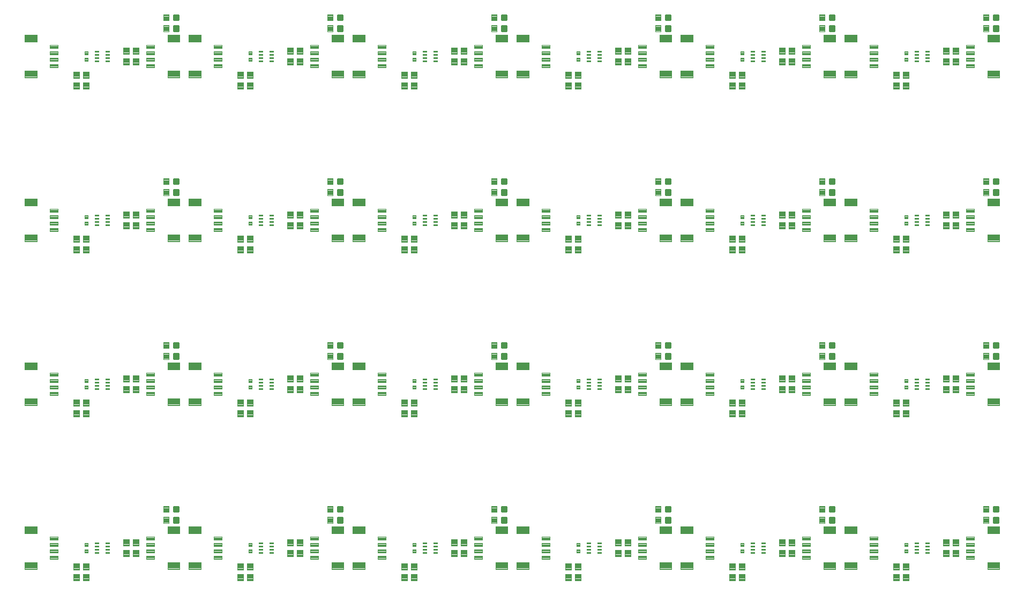
<source format=gtp>
G04 EAGLE Gerber RS-274X export*
G75*
%MOMM*%
%FSLAX34Y34*%
%LPD*%
%INSolderpaste Top*%
%IPPOS*%
%AMOC8*
5,1,8,0,0,1.08239X$1,22.5*%
G01*
%ADD10C,0.100000*%
%ADD11C,0.096000*%
%ADD12C,0.102000*%
%ADD13C,0.300000*%


D10*
X175586Y130500D02*
X175586Y140500D01*
X184586Y140500D01*
X184586Y130500D01*
X175586Y130500D01*
X175586Y131450D02*
X184586Y131450D01*
X184586Y132400D02*
X175586Y132400D01*
X175586Y133350D02*
X184586Y133350D01*
X184586Y134300D02*
X175586Y134300D01*
X175586Y135250D02*
X184586Y135250D01*
X184586Y136200D02*
X175586Y136200D01*
X175586Y137150D02*
X184586Y137150D01*
X184586Y138100D02*
X175586Y138100D01*
X175586Y139050D02*
X184586Y139050D01*
X184586Y140000D02*
X175586Y140000D01*
X175586Y123500D02*
X175586Y113500D01*
X175586Y123500D02*
X184586Y123500D01*
X184586Y113500D01*
X175586Y113500D01*
X175586Y114450D02*
X184586Y114450D01*
X184586Y115400D02*
X175586Y115400D01*
X175586Y116350D02*
X184586Y116350D01*
X184586Y117300D02*
X175586Y117300D01*
X175586Y118250D02*
X184586Y118250D01*
X184586Y119200D02*
X175586Y119200D01*
X175586Y120150D02*
X184586Y120150D01*
X184586Y121100D02*
X175586Y121100D01*
X175586Y122050D02*
X184586Y122050D01*
X184586Y123000D02*
X175586Y123000D01*
X160600Y130500D02*
X160600Y140500D01*
X169600Y140500D01*
X169600Y130500D01*
X160600Y130500D01*
X160600Y131450D02*
X169600Y131450D01*
X169600Y132400D02*
X160600Y132400D01*
X160600Y133350D02*
X169600Y133350D01*
X169600Y134300D02*
X160600Y134300D01*
X160600Y135250D02*
X169600Y135250D01*
X169600Y136200D02*
X160600Y136200D01*
X160600Y137150D02*
X169600Y137150D01*
X169600Y138100D02*
X160600Y138100D01*
X160600Y139050D02*
X169600Y139050D01*
X169600Y140000D02*
X160600Y140000D01*
X160600Y123500D02*
X160600Y113500D01*
X160600Y123500D02*
X169600Y123500D01*
X169600Y113500D01*
X160600Y113500D01*
X160600Y114450D02*
X169600Y114450D01*
X169600Y115400D02*
X160600Y115400D01*
X160600Y116350D02*
X169600Y116350D01*
X169600Y117300D02*
X160600Y117300D01*
X160600Y118250D02*
X169600Y118250D01*
X169600Y119200D02*
X160600Y119200D01*
X160600Y120150D02*
X169600Y120150D01*
X169600Y121100D02*
X160600Y121100D01*
X160600Y122050D02*
X169600Y122050D01*
X169600Y123000D02*
X160600Y123000D01*
D11*
X249216Y104520D02*
X249216Y93480D01*
X230176Y93480D01*
X230176Y104520D01*
X249216Y104520D01*
X249216Y94392D02*
X230176Y94392D01*
X230176Y95304D02*
X249216Y95304D01*
X249216Y96216D02*
X230176Y96216D01*
X230176Y97128D02*
X249216Y97128D01*
X249216Y98040D02*
X230176Y98040D01*
X230176Y98952D02*
X249216Y98952D01*
X249216Y99864D02*
X230176Y99864D01*
X230176Y100776D02*
X249216Y100776D01*
X249216Y101688D02*
X230176Y101688D01*
X230176Y102600D02*
X249216Y102600D01*
X249216Y103512D02*
X230176Y103512D01*
X230176Y104424D02*
X249216Y104424D01*
X249216Y149480D02*
X249216Y160520D01*
X249216Y149480D02*
X230176Y149480D01*
X230176Y160520D01*
X249216Y160520D01*
X249216Y150392D02*
X230176Y150392D01*
X230176Y151304D02*
X249216Y151304D01*
X249216Y152216D02*
X230176Y152216D01*
X230176Y153128D02*
X249216Y153128D01*
X249216Y154040D02*
X230176Y154040D01*
X230176Y154952D02*
X249216Y154952D01*
X249216Y155864D02*
X230176Y155864D01*
X230176Y156776D02*
X249216Y156776D01*
X249216Y157688D02*
X230176Y157688D01*
X230176Y158600D02*
X249216Y158600D01*
X249216Y159512D02*
X230176Y159512D01*
X230176Y160424D02*
X249216Y160424D01*
D12*
X209186Y114490D02*
X209186Y109510D01*
X196706Y109510D01*
X196706Y114490D01*
X209186Y114490D01*
X209186Y110479D02*
X196706Y110479D01*
X196706Y111448D02*
X209186Y111448D01*
X209186Y112417D02*
X196706Y112417D01*
X196706Y113386D02*
X209186Y113386D01*
X209186Y114355D02*
X196706Y114355D01*
X209186Y119510D02*
X209186Y124490D01*
X209186Y119510D02*
X196706Y119510D01*
X196706Y124490D01*
X209186Y124490D01*
X209186Y120479D02*
X196706Y120479D01*
X196706Y121448D02*
X209186Y121448D01*
X209186Y122417D02*
X196706Y122417D01*
X196706Y123386D02*
X209186Y123386D01*
X209186Y124355D02*
X196706Y124355D01*
X209186Y129510D02*
X209186Y134490D01*
X209186Y129510D02*
X196706Y129510D01*
X196706Y134490D01*
X209186Y134490D01*
X209186Y130479D02*
X196706Y130479D01*
X196706Y131448D02*
X209186Y131448D01*
X209186Y132417D02*
X196706Y132417D01*
X196706Y133386D02*
X209186Y133386D01*
X209186Y134355D02*
X196706Y134355D01*
X209186Y139510D02*
X209186Y144490D01*
X209186Y139510D02*
X196706Y139510D01*
X196706Y144490D01*
X209186Y144490D01*
X209186Y140479D02*
X196706Y140479D01*
X196706Y141448D02*
X209186Y141448D01*
X209186Y142417D02*
X196706Y142417D01*
X196706Y143386D02*
X209186Y143386D01*
X209186Y144355D02*
X196706Y144355D01*
D11*
X4530Y149480D02*
X4530Y160520D01*
X23570Y160520D01*
X23570Y149480D01*
X4530Y149480D01*
X4530Y150392D02*
X23570Y150392D01*
X23570Y151304D02*
X4530Y151304D01*
X4530Y152216D02*
X23570Y152216D01*
X23570Y153128D02*
X4530Y153128D01*
X4530Y154040D02*
X23570Y154040D01*
X23570Y154952D02*
X4530Y154952D01*
X4530Y155864D02*
X23570Y155864D01*
X23570Y156776D02*
X4530Y156776D01*
X4530Y157688D02*
X23570Y157688D01*
X23570Y158600D02*
X4530Y158600D01*
X4530Y159512D02*
X23570Y159512D01*
X23570Y160424D02*
X4530Y160424D01*
X4530Y104520D02*
X4530Y93480D01*
X4530Y104520D02*
X23570Y104520D01*
X23570Y93480D01*
X4530Y93480D01*
X4530Y94392D02*
X23570Y94392D01*
X23570Y95304D02*
X4530Y95304D01*
X4530Y96216D02*
X23570Y96216D01*
X23570Y97128D02*
X4530Y97128D01*
X4530Y98040D02*
X23570Y98040D01*
X23570Y98952D02*
X4530Y98952D01*
X4530Y99864D02*
X23570Y99864D01*
X23570Y100776D02*
X4530Y100776D01*
X4530Y101688D02*
X23570Y101688D01*
X23570Y102600D02*
X4530Y102600D01*
X4530Y103512D02*
X23570Y103512D01*
X23570Y104424D02*
X4530Y104424D01*
D12*
X44560Y139510D02*
X44560Y144490D01*
X57040Y144490D01*
X57040Y139510D01*
X44560Y139510D01*
X44560Y140479D02*
X57040Y140479D01*
X57040Y141448D02*
X44560Y141448D01*
X44560Y142417D02*
X57040Y142417D01*
X57040Y143386D02*
X44560Y143386D01*
X44560Y144355D02*
X57040Y144355D01*
X44560Y134490D02*
X44560Y129510D01*
X44560Y134490D02*
X57040Y134490D01*
X57040Y129510D01*
X44560Y129510D01*
X44560Y130479D02*
X57040Y130479D01*
X57040Y131448D02*
X44560Y131448D01*
X44560Y132417D02*
X57040Y132417D01*
X57040Y133386D02*
X44560Y133386D01*
X44560Y134355D02*
X57040Y134355D01*
X44560Y124490D02*
X44560Y119510D01*
X44560Y124490D02*
X57040Y124490D01*
X57040Y119510D01*
X44560Y119510D01*
X44560Y120479D02*
X57040Y120479D01*
X57040Y121448D02*
X44560Y121448D01*
X44560Y122417D02*
X57040Y122417D01*
X57040Y123386D02*
X44560Y123386D01*
X44560Y124355D02*
X57040Y124355D01*
X44560Y114490D02*
X44560Y109510D01*
X44560Y114490D02*
X57040Y114490D01*
X57040Y109510D01*
X44560Y109510D01*
X44560Y110479D02*
X57040Y110479D01*
X57040Y111448D02*
X44560Y111448D01*
X44560Y112417D02*
X57040Y112417D01*
X57040Y113386D02*
X44560Y113386D01*
X44560Y114355D02*
X57040Y114355D01*
D13*
X240594Y184594D02*
X247594Y184594D01*
X240594Y184594D02*
X240594Y191594D01*
X247594Y191594D01*
X247594Y184594D01*
X247594Y187444D02*
X240594Y187444D01*
X240594Y190294D02*
X247594Y190294D01*
X247594Y167054D02*
X240594Y167054D01*
X240594Y174054D01*
X247594Y174054D01*
X247594Y167054D01*
X247594Y169904D02*
X240594Y169904D01*
X240594Y172754D02*
X247594Y172754D01*
D10*
X232592Y176332D02*
X232592Y166332D01*
X223592Y166332D01*
X223592Y176332D01*
X232592Y176332D01*
X232592Y167282D02*
X223592Y167282D01*
X223592Y168232D02*
X232592Y168232D01*
X232592Y169182D02*
X223592Y169182D01*
X223592Y170132D02*
X232592Y170132D01*
X232592Y171082D02*
X223592Y171082D01*
X223592Y172032D02*
X232592Y172032D01*
X232592Y172982D02*
X223592Y172982D01*
X223592Y173932D02*
X232592Y173932D01*
X232592Y174882D02*
X223592Y174882D01*
X223592Y175832D02*
X232592Y175832D01*
X232592Y183332D02*
X232592Y193332D01*
X232592Y183332D02*
X223592Y183332D01*
X223592Y193332D01*
X232592Y193332D01*
X232592Y184282D02*
X223592Y184282D01*
X223592Y185232D02*
X232592Y185232D01*
X232592Y186182D02*
X223592Y186182D01*
X223592Y187132D02*
X232592Y187132D01*
X232592Y188082D02*
X223592Y188082D01*
X223592Y189032D02*
X232592Y189032D01*
X232592Y189982D02*
X223592Y189982D01*
X223592Y190932D02*
X232592Y190932D01*
X232592Y191882D02*
X223592Y191882D01*
X223592Y192832D02*
X232592Y192832D01*
D12*
X99110Y134490D02*
X99110Y129510D01*
X99110Y134490D02*
X104090Y134490D01*
X104090Y129510D01*
X99110Y129510D01*
X99110Y130479D02*
X104090Y130479D01*
X104090Y131448D02*
X99110Y131448D01*
X99110Y132417D02*
X104090Y132417D01*
X104090Y133386D02*
X99110Y133386D01*
X99110Y134355D02*
X104090Y134355D01*
X99110Y124490D02*
X99110Y119510D01*
X99110Y124490D02*
X104090Y124490D01*
X104090Y119510D01*
X99110Y119510D01*
X99110Y120479D02*
X104090Y120479D01*
X104090Y121448D02*
X99110Y121448D01*
X99110Y122417D02*
X104090Y122417D01*
X104090Y123386D02*
X99110Y123386D01*
X99110Y124355D02*
X104090Y124355D01*
X115020Y133630D02*
X121200Y133630D01*
X115020Y133630D02*
X115020Y135610D01*
X121200Y135610D01*
X121200Y133630D01*
X121200Y134599D02*
X115020Y134599D01*
X115020Y135568D02*
X121200Y135568D01*
X121200Y128630D02*
X115020Y128630D01*
X115020Y130610D01*
X121200Y130610D01*
X121200Y128630D01*
X121200Y129599D02*
X115020Y129599D01*
X115020Y130568D02*
X121200Y130568D01*
X121200Y123630D02*
X115020Y123630D01*
X115020Y125610D01*
X121200Y125610D01*
X121200Y123630D01*
X121200Y124599D02*
X115020Y124599D01*
X115020Y125568D02*
X121200Y125568D01*
X121200Y118630D02*
X115020Y118630D01*
X115020Y120610D01*
X121200Y120610D01*
X121200Y118630D01*
X121200Y119599D02*
X115020Y119599D01*
X115020Y120568D02*
X121200Y120568D01*
X132220Y118630D02*
X138400Y118630D01*
X132220Y118630D02*
X132220Y120610D01*
X138400Y120610D01*
X138400Y118630D01*
X138400Y119599D02*
X132220Y119599D01*
X132220Y120568D02*
X138400Y120568D01*
X138400Y123630D02*
X132220Y123630D01*
X132220Y125610D01*
X138400Y125610D01*
X138400Y123630D01*
X138400Y124599D02*
X132220Y124599D01*
X132220Y125568D02*
X138400Y125568D01*
X138400Y128630D02*
X132220Y128630D01*
X132220Y130610D01*
X138400Y130610D01*
X138400Y128630D01*
X138400Y129599D02*
X132220Y129599D01*
X132220Y130568D02*
X138400Y130568D01*
X138400Y133630D02*
X132220Y133630D01*
X132220Y135610D01*
X138400Y135610D01*
X138400Y133630D01*
X138400Y134599D02*
X132220Y134599D01*
X132220Y135568D02*
X138400Y135568D01*
D10*
X106100Y85400D02*
X106100Y75400D01*
X97100Y75400D01*
X97100Y85400D01*
X106100Y85400D01*
X106100Y76350D02*
X97100Y76350D01*
X97100Y77300D02*
X106100Y77300D01*
X106100Y78250D02*
X97100Y78250D01*
X97100Y79200D02*
X106100Y79200D01*
X106100Y80150D02*
X97100Y80150D01*
X97100Y81100D02*
X106100Y81100D01*
X106100Y82050D02*
X97100Y82050D01*
X97100Y83000D02*
X106100Y83000D01*
X106100Y83950D02*
X97100Y83950D01*
X97100Y84900D02*
X106100Y84900D01*
X106100Y92400D02*
X106100Y102400D01*
X106100Y92400D02*
X97100Y92400D01*
X97100Y102400D01*
X106100Y102400D01*
X106100Y93350D02*
X97100Y93350D01*
X97100Y94300D02*
X106100Y94300D01*
X106100Y95250D02*
X97100Y95250D01*
X97100Y96200D02*
X106100Y96200D01*
X106100Y97150D02*
X97100Y97150D01*
X97100Y98100D02*
X106100Y98100D01*
X106100Y99050D02*
X97100Y99050D01*
X97100Y100000D02*
X106100Y100000D01*
X106100Y100950D02*
X97100Y100950D01*
X97100Y101900D02*
X106100Y101900D01*
X90860Y85400D02*
X90860Y75400D01*
X81860Y75400D01*
X81860Y85400D01*
X90860Y85400D01*
X90860Y76350D02*
X81860Y76350D01*
X81860Y77300D02*
X90860Y77300D01*
X90860Y78250D02*
X81860Y78250D01*
X81860Y79200D02*
X90860Y79200D01*
X90860Y80150D02*
X81860Y80150D01*
X81860Y81100D02*
X90860Y81100D01*
X90860Y82050D02*
X81860Y82050D01*
X81860Y83000D02*
X90860Y83000D01*
X90860Y83950D02*
X81860Y83950D01*
X81860Y84900D02*
X90860Y84900D01*
X90860Y92400D02*
X90860Y102400D01*
X90860Y92400D02*
X81860Y92400D01*
X81860Y102400D01*
X90860Y102400D01*
X90860Y93350D02*
X81860Y93350D01*
X81860Y94300D02*
X90860Y94300D01*
X90860Y95250D02*
X81860Y95250D01*
X81860Y96200D02*
X90860Y96200D01*
X90860Y97150D02*
X81860Y97150D01*
X81860Y98100D02*
X90860Y98100D01*
X90860Y99050D02*
X81860Y99050D01*
X81860Y100000D02*
X90860Y100000D01*
X90860Y100950D02*
X81860Y100950D01*
X81860Y101900D02*
X90860Y101900D01*
X434666Y130500D02*
X434666Y140500D01*
X443666Y140500D01*
X443666Y130500D01*
X434666Y130500D01*
X434666Y131450D02*
X443666Y131450D01*
X443666Y132400D02*
X434666Y132400D01*
X434666Y133350D02*
X443666Y133350D01*
X443666Y134300D02*
X434666Y134300D01*
X434666Y135250D02*
X443666Y135250D01*
X443666Y136200D02*
X434666Y136200D01*
X434666Y137150D02*
X443666Y137150D01*
X443666Y138100D02*
X434666Y138100D01*
X434666Y139050D02*
X443666Y139050D01*
X443666Y140000D02*
X434666Y140000D01*
X434666Y123500D02*
X434666Y113500D01*
X434666Y123500D02*
X443666Y123500D01*
X443666Y113500D01*
X434666Y113500D01*
X434666Y114450D02*
X443666Y114450D01*
X443666Y115400D02*
X434666Y115400D01*
X434666Y116350D02*
X443666Y116350D01*
X443666Y117300D02*
X434666Y117300D01*
X434666Y118250D02*
X443666Y118250D01*
X443666Y119200D02*
X434666Y119200D01*
X434666Y120150D02*
X443666Y120150D01*
X443666Y121100D02*
X434666Y121100D01*
X434666Y122050D02*
X443666Y122050D01*
X443666Y123000D02*
X434666Y123000D01*
X419680Y130500D02*
X419680Y140500D01*
X428680Y140500D01*
X428680Y130500D01*
X419680Y130500D01*
X419680Y131450D02*
X428680Y131450D01*
X428680Y132400D02*
X419680Y132400D01*
X419680Y133350D02*
X428680Y133350D01*
X428680Y134300D02*
X419680Y134300D01*
X419680Y135250D02*
X428680Y135250D01*
X428680Y136200D02*
X419680Y136200D01*
X419680Y137150D02*
X428680Y137150D01*
X428680Y138100D02*
X419680Y138100D01*
X419680Y139050D02*
X428680Y139050D01*
X428680Y140000D02*
X419680Y140000D01*
X419680Y123500D02*
X419680Y113500D01*
X419680Y123500D02*
X428680Y123500D01*
X428680Y113500D01*
X419680Y113500D01*
X419680Y114450D02*
X428680Y114450D01*
X428680Y115400D02*
X419680Y115400D01*
X419680Y116350D02*
X428680Y116350D01*
X428680Y117300D02*
X419680Y117300D01*
X419680Y118250D02*
X428680Y118250D01*
X428680Y119200D02*
X419680Y119200D01*
X419680Y120150D02*
X428680Y120150D01*
X428680Y121100D02*
X419680Y121100D01*
X419680Y122050D02*
X428680Y122050D01*
X428680Y123000D02*
X419680Y123000D01*
D11*
X508296Y104520D02*
X508296Y93480D01*
X489256Y93480D01*
X489256Y104520D01*
X508296Y104520D01*
X508296Y94392D02*
X489256Y94392D01*
X489256Y95304D02*
X508296Y95304D01*
X508296Y96216D02*
X489256Y96216D01*
X489256Y97128D02*
X508296Y97128D01*
X508296Y98040D02*
X489256Y98040D01*
X489256Y98952D02*
X508296Y98952D01*
X508296Y99864D02*
X489256Y99864D01*
X489256Y100776D02*
X508296Y100776D01*
X508296Y101688D02*
X489256Y101688D01*
X489256Y102600D02*
X508296Y102600D01*
X508296Y103512D02*
X489256Y103512D01*
X489256Y104424D02*
X508296Y104424D01*
X508296Y149480D02*
X508296Y160520D01*
X508296Y149480D02*
X489256Y149480D01*
X489256Y160520D01*
X508296Y160520D01*
X508296Y150392D02*
X489256Y150392D01*
X489256Y151304D02*
X508296Y151304D01*
X508296Y152216D02*
X489256Y152216D01*
X489256Y153128D02*
X508296Y153128D01*
X508296Y154040D02*
X489256Y154040D01*
X489256Y154952D02*
X508296Y154952D01*
X508296Y155864D02*
X489256Y155864D01*
X489256Y156776D02*
X508296Y156776D01*
X508296Y157688D02*
X489256Y157688D01*
X489256Y158600D02*
X508296Y158600D01*
X508296Y159512D02*
X489256Y159512D01*
X489256Y160424D02*
X508296Y160424D01*
D12*
X468266Y114490D02*
X468266Y109510D01*
X455786Y109510D01*
X455786Y114490D01*
X468266Y114490D01*
X468266Y110479D02*
X455786Y110479D01*
X455786Y111448D02*
X468266Y111448D01*
X468266Y112417D02*
X455786Y112417D01*
X455786Y113386D02*
X468266Y113386D01*
X468266Y114355D02*
X455786Y114355D01*
X468266Y119510D02*
X468266Y124490D01*
X468266Y119510D02*
X455786Y119510D01*
X455786Y124490D01*
X468266Y124490D01*
X468266Y120479D02*
X455786Y120479D01*
X455786Y121448D02*
X468266Y121448D01*
X468266Y122417D02*
X455786Y122417D01*
X455786Y123386D02*
X468266Y123386D01*
X468266Y124355D02*
X455786Y124355D01*
X468266Y129510D02*
X468266Y134490D01*
X468266Y129510D02*
X455786Y129510D01*
X455786Y134490D01*
X468266Y134490D01*
X468266Y130479D02*
X455786Y130479D01*
X455786Y131448D02*
X468266Y131448D01*
X468266Y132417D02*
X455786Y132417D01*
X455786Y133386D02*
X468266Y133386D01*
X468266Y134355D02*
X455786Y134355D01*
X468266Y139510D02*
X468266Y144490D01*
X468266Y139510D02*
X455786Y139510D01*
X455786Y144490D01*
X468266Y144490D01*
X468266Y140479D02*
X455786Y140479D01*
X455786Y141448D02*
X468266Y141448D01*
X468266Y142417D02*
X455786Y142417D01*
X455786Y143386D02*
X468266Y143386D01*
X468266Y144355D02*
X455786Y144355D01*
D11*
X263610Y149480D02*
X263610Y160520D01*
X282650Y160520D01*
X282650Y149480D01*
X263610Y149480D01*
X263610Y150392D02*
X282650Y150392D01*
X282650Y151304D02*
X263610Y151304D01*
X263610Y152216D02*
X282650Y152216D01*
X282650Y153128D02*
X263610Y153128D01*
X263610Y154040D02*
X282650Y154040D01*
X282650Y154952D02*
X263610Y154952D01*
X263610Y155864D02*
X282650Y155864D01*
X282650Y156776D02*
X263610Y156776D01*
X263610Y157688D02*
X282650Y157688D01*
X282650Y158600D02*
X263610Y158600D01*
X263610Y159512D02*
X282650Y159512D01*
X282650Y160424D02*
X263610Y160424D01*
X263610Y104520D02*
X263610Y93480D01*
X263610Y104520D02*
X282650Y104520D01*
X282650Y93480D01*
X263610Y93480D01*
X263610Y94392D02*
X282650Y94392D01*
X282650Y95304D02*
X263610Y95304D01*
X263610Y96216D02*
X282650Y96216D01*
X282650Y97128D02*
X263610Y97128D01*
X263610Y98040D02*
X282650Y98040D01*
X282650Y98952D02*
X263610Y98952D01*
X263610Y99864D02*
X282650Y99864D01*
X282650Y100776D02*
X263610Y100776D01*
X263610Y101688D02*
X282650Y101688D01*
X282650Y102600D02*
X263610Y102600D01*
X263610Y103512D02*
X282650Y103512D01*
X282650Y104424D02*
X263610Y104424D01*
D12*
X303640Y139510D02*
X303640Y144490D01*
X316120Y144490D01*
X316120Y139510D01*
X303640Y139510D01*
X303640Y140479D02*
X316120Y140479D01*
X316120Y141448D02*
X303640Y141448D01*
X303640Y142417D02*
X316120Y142417D01*
X316120Y143386D02*
X303640Y143386D01*
X303640Y144355D02*
X316120Y144355D01*
X303640Y134490D02*
X303640Y129510D01*
X303640Y134490D02*
X316120Y134490D01*
X316120Y129510D01*
X303640Y129510D01*
X303640Y130479D02*
X316120Y130479D01*
X316120Y131448D02*
X303640Y131448D01*
X303640Y132417D02*
X316120Y132417D01*
X316120Y133386D02*
X303640Y133386D01*
X303640Y134355D02*
X316120Y134355D01*
X303640Y124490D02*
X303640Y119510D01*
X303640Y124490D02*
X316120Y124490D01*
X316120Y119510D01*
X303640Y119510D01*
X303640Y120479D02*
X316120Y120479D01*
X316120Y121448D02*
X303640Y121448D01*
X303640Y122417D02*
X316120Y122417D01*
X316120Y123386D02*
X303640Y123386D01*
X303640Y124355D02*
X316120Y124355D01*
X303640Y114490D02*
X303640Y109510D01*
X303640Y114490D02*
X316120Y114490D01*
X316120Y109510D01*
X303640Y109510D01*
X303640Y110479D02*
X316120Y110479D01*
X316120Y111448D02*
X303640Y111448D01*
X303640Y112417D02*
X316120Y112417D01*
X316120Y113386D02*
X303640Y113386D01*
X303640Y114355D02*
X316120Y114355D01*
D13*
X499674Y184594D02*
X506674Y184594D01*
X499674Y184594D02*
X499674Y191594D01*
X506674Y191594D01*
X506674Y184594D01*
X506674Y187444D02*
X499674Y187444D01*
X499674Y190294D02*
X506674Y190294D01*
X506674Y167054D02*
X499674Y167054D01*
X499674Y174054D01*
X506674Y174054D01*
X506674Y167054D01*
X506674Y169904D02*
X499674Y169904D01*
X499674Y172754D02*
X506674Y172754D01*
D10*
X491672Y176332D02*
X491672Y166332D01*
X482672Y166332D01*
X482672Y176332D01*
X491672Y176332D01*
X491672Y167282D02*
X482672Y167282D01*
X482672Y168232D02*
X491672Y168232D01*
X491672Y169182D02*
X482672Y169182D01*
X482672Y170132D02*
X491672Y170132D01*
X491672Y171082D02*
X482672Y171082D01*
X482672Y172032D02*
X491672Y172032D01*
X491672Y172982D02*
X482672Y172982D01*
X482672Y173932D02*
X491672Y173932D01*
X491672Y174882D02*
X482672Y174882D01*
X482672Y175832D02*
X491672Y175832D01*
X491672Y183332D02*
X491672Y193332D01*
X491672Y183332D02*
X482672Y183332D01*
X482672Y193332D01*
X491672Y193332D01*
X491672Y184282D02*
X482672Y184282D01*
X482672Y185232D02*
X491672Y185232D01*
X491672Y186182D02*
X482672Y186182D01*
X482672Y187132D02*
X491672Y187132D01*
X491672Y188082D02*
X482672Y188082D01*
X482672Y189032D02*
X491672Y189032D01*
X491672Y189982D02*
X482672Y189982D01*
X482672Y190932D02*
X491672Y190932D01*
X491672Y191882D02*
X482672Y191882D01*
X482672Y192832D02*
X491672Y192832D01*
D12*
X358190Y134490D02*
X358190Y129510D01*
X358190Y134490D02*
X363170Y134490D01*
X363170Y129510D01*
X358190Y129510D01*
X358190Y130479D02*
X363170Y130479D01*
X363170Y131448D02*
X358190Y131448D01*
X358190Y132417D02*
X363170Y132417D01*
X363170Y133386D02*
X358190Y133386D01*
X358190Y134355D02*
X363170Y134355D01*
X358190Y124490D02*
X358190Y119510D01*
X358190Y124490D02*
X363170Y124490D01*
X363170Y119510D01*
X358190Y119510D01*
X358190Y120479D02*
X363170Y120479D01*
X363170Y121448D02*
X358190Y121448D01*
X358190Y122417D02*
X363170Y122417D01*
X363170Y123386D02*
X358190Y123386D01*
X358190Y124355D02*
X363170Y124355D01*
X374100Y133630D02*
X380280Y133630D01*
X374100Y133630D02*
X374100Y135610D01*
X380280Y135610D01*
X380280Y133630D01*
X380280Y134599D02*
X374100Y134599D01*
X374100Y135568D02*
X380280Y135568D01*
X380280Y128630D02*
X374100Y128630D01*
X374100Y130610D01*
X380280Y130610D01*
X380280Y128630D01*
X380280Y129599D02*
X374100Y129599D01*
X374100Y130568D02*
X380280Y130568D01*
X380280Y123630D02*
X374100Y123630D01*
X374100Y125610D01*
X380280Y125610D01*
X380280Y123630D01*
X380280Y124599D02*
X374100Y124599D01*
X374100Y125568D02*
X380280Y125568D01*
X380280Y118630D02*
X374100Y118630D01*
X374100Y120610D01*
X380280Y120610D01*
X380280Y118630D01*
X380280Y119599D02*
X374100Y119599D01*
X374100Y120568D02*
X380280Y120568D01*
X391300Y118630D02*
X397480Y118630D01*
X391300Y118630D02*
X391300Y120610D01*
X397480Y120610D01*
X397480Y118630D01*
X397480Y119599D02*
X391300Y119599D01*
X391300Y120568D02*
X397480Y120568D01*
X397480Y123630D02*
X391300Y123630D01*
X391300Y125610D01*
X397480Y125610D01*
X397480Y123630D01*
X397480Y124599D02*
X391300Y124599D01*
X391300Y125568D02*
X397480Y125568D01*
X397480Y128630D02*
X391300Y128630D01*
X391300Y130610D01*
X397480Y130610D01*
X397480Y128630D01*
X397480Y129599D02*
X391300Y129599D01*
X391300Y130568D02*
X397480Y130568D01*
X397480Y133630D02*
X391300Y133630D01*
X391300Y135610D01*
X397480Y135610D01*
X397480Y133630D01*
X397480Y134599D02*
X391300Y134599D01*
X391300Y135568D02*
X397480Y135568D01*
D10*
X365180Y85400D02*
X365180Y75400D01*
X356180Y75400D01*
X356180Y85400D01*
X365180Y85400D01*
X365180Y76350D02*
X356180Y76350D01*
X356180Y77300D02*
X365180Y77300D01*
X365180Y78250D02*
X356180Y78250D01*
X356180Y79200D02*
X365180Y79200D01*
X365180Y80150D02*
X356180Y80150D01*
X356180Y81100D02*
X365180Y81100D01*
X365180Y82050D02*
X356180Y82050D01*
X356180Y83000D02*
X365180Y83000D01*
X365180Y83950D02*
X356180Y83950D01*
X356180Y84900D02*
X365180Y84900D01*
X365180Y92400D02*
X365180Y102400D01*
X365180Y92400D02*
X356180Y92400D01*
X356180Y102400D01*
X365180Y102400D01*
X365180Y93350D02*
X356180Y93350D01*
X356180Y94300D02*
X365180Y94300D01*
X365180Y95250D02*
X356180Y95250D01*
X356180Y96200D02*
X365180Y96200D01*
X365180Y97150D02*
X356180Y97150D01*
X356180Y98100D02*
X365180Y98100D01*
X365180Y99050D02*
X356180Y99050D01*
X356180Y100000D02*
X365180Y100000D01*
X365180Y100950D02*
X356180Y100950D01*
X356180Y101900D02*
X365180Y101900D01*
X349940Y85400D02*
X349940Y75400D01*
X340940Y75400D01*
X340940Y85400D01*
X349940Y85400D01*
X349940Y76350D02*
X340940Y76350D01*
X340940Y77300D02*
X349940Y77300D01*
X349940Y78250D02*
X340940Y78250D01*
X340940Y79200D02*
X349940Y79200D01*
X349940Y80150D02*
X340940Y80150D01*
X340940Y81100D02*
X349940Y81100D01*
X349940Y82050D02*
X340940Y82050D01*
X340940Y83000D02*
X349940Y83000D01*
X349940Y83950D02*
X340940Y83950D01*
X340940Y84900D02*
X349940Y84900D01*
X349940Y92400D02*
X349940Y102400D01*
X349940Y92400D02*
X340940Y92400D01*
X340940Y102400D01*
X349940Y102400D01*
X349940Y93350D02*
X340940Y93350D01*
X340940Y94300D02*
X349940Y94300D01*
X349940Y95250D02*
X340940Y95250D01*
X340940Y96200D02*
X349940Y96200D01*
X349940Y97150D02*
X340940Y97150D01*
X340940Y98100D02*
X349940Y98100D01*
X349940Y99050D02*
X340940Y99050D01*
X340940Y100000D02*
X349940Y100000D01*
X349940Y100950D02*
X340940Y100950D01*
X340940Y101900D02*
X349940Y101900D01*
X693746Y130500D02*
X693746Y140500D01*
X702746Y140500D01*
X702746Y130500D01*
X693746Y130500D01*
X693746Y131450D02*
X702746Y131450D01*
X702746Y132400D02*
X693746Y132400D01*
X693746Y133350D02*
X702746Y133350D01*
X702746Y134300D02*
X693746Y134300D01*
X693746Y135250D02*
X702746Y135250D01*
X702746Y136200D02*
X693746Y136200D01*
X693746Y137150D02*
X702746Y137150D01*
X702746Y138100D02*
X693746Y138100D01*
X693746Y139050D02*
X702746Y139050D01*
X702746Y140000D02*
X693746Y140000D01*
X693746Y123500D02*
X693746Y113500D01*
X693746Y123500D02*
X702746Y123500D01*
X702746Y113500D01*
X693746Y113500D01*
X693746Y114450D02*
X702746Y114450D01*
X702746Y115400D02*
X693746Y115400D01*
X693746Y116350D02*
X702746Y116350D01*
X702746Y117300D02*
X693746Y117300D01*
X693746Y118250D02*
X702746Y118250D01*
X702746Y119200D02*
X693746Y119200D01*
X693746Y120150D02*
X702746Y120150D01*
X702746Y121100D02*
X693746Y121100D01*
X693746Y122050D02*
X702746Y122050D01*
X702746Y123000D02*
X693746Y123000D01*
X678760Y130500D02*
X678760Y140500D01*
X687760Y140500D01*
X687760Y130500D01*
X678760Y130500D01*
X678760Y131450D02*
X687760Y131450D01*
X687760Y132400D02*
X678760Y132400D01*
X678760Y133350D02*
X687760Y133350D01*
X687760Y134300D02*
X678760Y134300D01*
X678760Y135250D02*
X687760Y135250D01*
X687760Y136200D02*
X678760Y136200D01*
X678760Y137150D02*
X687760Y137150D01*
X687760Y138100D02*
X678760Y138100D01*
X678760Y139050D02*
X687760Y139050D01*
X687760Y140000D02*
X678760Y140000D01*
X678760Y123500D02*
X678760Y113500D01*
X678760Y123500D02*
X687760Y123500D01*
X687760Y113500D01*
X678760Y113500D01*
X678760Y114450D02*
X687760Y114450D01*
X687760Y115400D02*
X678760Y115400D01*
X678760Y116350D02*
X687760Y116350D01*
X687760Y117300D02*
X678760Y117300D01*
X678760Y118250D02*
X687760Y118250D01*
X687760Y119200D02*
X678760Y119200D01*
X678760Y120150D02*
X687760Y120150D01*
X687760Y121100D02*
X678760Y121100D01*
X678760Y122050D02*
X687760Y122050D01*
X687760Y123000D02*
X678760Y123000D01*
D11*
X767376Y104520D02*
X767376Y93480D01*
X748336Y93480D01*
X748336Y104520D01*
X767376Y104520D01*
X767376Y94392D02*
X748336Y94392D01*
X748336Y95304D02*
X767376Y95304D01*
X767376Y96216D02*
X748336Y96216D01*
X748336Y97128D02*
X767376Y97128D01*
X767376Y98040D02*
X748336Y98040D01*
X748336Y98952D02*
X767376Y98952D01*
X767376Y99864D02*
X748336Y99864D01*
X748336Y100776D02*
X767376Y100776D01*
X767376Y101688D02*
X748336Y101688D01*
X748336Y102600D02*
X767376Y102600D01*
X767376Y103512D02*
X748336Y103512D01*
X748336Y104424D02*
X767376Y104424D01*
X767376Y149480D02*
X767376Y160520D01*
X767376Y149480D02*
X748336Y149480D01*
X748336Y160520D01*
X767376Y160520D01*
X767376Y150392D02*
X748336Y150392D01*
X748336Y151304D02*
X767376Y151304D01*
X767376Y152216D02*
X748336Y152216D01*
X748336Y153128D02*
X767376Y153128D01*
X767376Y154040D02*
X748336Y154040D01*
X748336Y154952D02*
X767376Y154952D01*
X767376Y155864D02*
X748336Y155864D01*
X748336Y156776D02*
X767376Y156776D01*
X767376Y157688D02*
X748336Y157688D01*
X748336Y158600D02*
X767376Y158600D01*
X767376Y159512D02*
X748336Y159512D01*
X748336Y160424D02*
X767376Y160424D01*
D12*
X727346Y114490D02*
X727346Y109510D01*
X714866Y109510D01*
X714866Y114490D01*
X727346Y114490D01*
X727346Y110479D02*
X714866Y110479D01*
X714866Y111448D02*
X727346Y111448D01*
X727346Y112417D02*
X714866Y112417D01*
X714866Y113386D02*
X727346Y113386D01*
X727346Y114355D02*
X714866Y114355D01*
X727346Y119510D02*
X727346Y124490D01*
X727346Y119510D02*
X714866Y119510D01*
X714866Y124490D01*
X727346Y124490D01*
X727346Y120479D02*
X714866Y120479D01*
X714866Y121448D02*
X727346Y121448D01*
X727346Y122417D02*
X714866Y122417D01*
X714866Y123386D02*
X727346Y123386D01*
X727346Y124355D02*
X714866Y124355D01*
X727346Y129510D02*
X727346Y134490D01*
X727346Y129510D02*
X714866Y129510D01*
X714866Y134490D01*
X727346Y134490D01*
X727346Y130479D02*
X714866Y130479D01*
X714866Y131448D02*
X727346Y131448D01*
X727346Y132417D02*
X714866Y132417D01*
X714866Y133386D02*
X727346Y133386D01*
X727346Y134355D02*
X714866Y134355D01*
X727346Y139510D02*
X727346Y144490D01*
X727346Y139510D02*
X714866Y139510D01*
X714866Y144490D01*
X727346Y144490D01*
X727346Y140479D02*
X714866Y140479D01*
X714866Y141448D02*
X727346Y141448D01*
X727346Y142417D02*
X714866Y142417D01*
X714866Y143386D02*
X727346Y143386D01*
X727346Y144355D02*
X714866Y144355D01*
D11*
X522690Y149480D02*
X522690Y160520D01*
X541730Y160520D01*
X541730Y149480D01*
X522690Y149480D01*
X522690Y150392D02*
X541730Y150392D01*
X541730Y151304D02*
X522690Y151304D01*
X522690Y152216D02*
X541730Y152216D01*
X541730Y153128D02*
X522690Y153128D01*
X522690Y154040D02*
X541730Y154040D01*
X541730Y154952D02*
X522690Y154952D01*
X522690Y155864D02*
X541730Y155864D01*
X541730Y156776D02*
X522690Y156776D01*
X522690Y157688D02*
X541730Y157688D01*
X541730Y158600D02*
X522690Y158600D01*
X522690Y159512D02*
X541730Y159512D01*
X541730Y160424D02*
X522690Y160424D01*
X522690Y104520D02*
X522690Y93480D01*
X522690Y104520D02*
X541730Y104520D01*
X541730Y93480D01*
X522690Y93480D01*
X522690Y94392D02*
X541730Y94392D01*
X541730Y95304D02*
X522690Y95304D01*
X522690Y96216D02*
X541730Y96216D01*
X541730Y97128D02*
X522690Y97128D01*
X522690Y98040D02*
X541730Y98040D01*
X541730Y98952D02*
X522690Y98952D01*
X522690Y99864D02*
X541730Y99864D01*
X541730Y100776D02*
X522690Y100776D01*
X522690Y101688D02*
X541730Y101688D01*
X541730Y102600D02*
X522690Y102600D01*
X522690Y103512D02*
X541730Y103512D01*
X541730Y104424D02*
X522690Y104424D01*
D12*
X562720Y139510D02*
X562720Y144490D01*
X575200Y144490D01*
X575200Y139510D01*
X562720Y139510D01*
X562720Y140479D02*
X575200Y140479D01*
X575200Y141448D02*
X562720Y141448D01*
X562720Y142417D02*
X575200Y142417D01*
X575200Y143386D02*
X562720Y143386D01*
X562720Y144355D02*
X575200Y144355D01*
X562720Y134490D02*
X562720Y129510D01*
X562720Y134490D02*
X575200Y134490D01*
X575200Y129510D01*
X562720Y129510D01*
X562720Y130479D02*
X575200Y130479D01*
X575200Y131448D02*
X562720Y131448D01*
X562720Y132417D02*
X575200Y132417D01*
X575200Y133386D02*
X562720Y133386D01*
X562720Y134355D02*
X575200Y134355D01*
X562720Y124490D02*
X562720Y119510D01*
X562720Y124490D02*
X575200Y124490D01*
X575200Y119510D01*
X562720Y119510D01*
X562720Y120479D02*
X575200Y120479D01*
X575200Y121448D02*
X562720Y121448D01*
X562720Y122417D02*
X575200Y122417D01*
X575200Y123386D02*
X562720Y123386D01*
X562720Y124355D02*
X575200Y124355D01*
X562720Y114490D02*
X562720Y109510D01*
X562720Y114490D02*
X575200Y114490D01*
X575200Y109510D01*
X562720Y109510D01*
X562720Y110479D02*
X575200Y110479D01*
X575200Y111448D02*
X562720Y111448D01*
X562720Y112417D02*
X575200Y112417D01*
X575200Y113386D02*
X562720Y113386D01*
X562720Y114355D02*
X575200Y114355D01*
D13*
X758754Y184594D02*
X765754Y184594D01*
X758754Y184594D02*
X758754Y191594D01*
X765754Y191594D01*
X765754Y184594D01*
X765754Y187444D02*
X758754Y187444D01*
X758754Y190294D02*
X765754Y190294D01*
X765754Y167054D02*
X758754Y167054D01*
X758754Y174054D01*
X765754Y174054D01*
X765754Y167054D01*
X765754Y169904D02*
X758754Y169904D01*
X758754Y172754D02*
X765754Y172754D01*
D10*
X750752Y176332D02*
X750752Y166332D01*
X741752Y166332D01*
X741752Y176332D01*
X750752Y176332D01*
X750752Y167282D02*
X741752Y167282D01*
X741752Y168232D02*
X750752Y168232D01*
X750752Y169182D02*
X741752Y169182D01*
X741752Y170132D02*
X750752Y170132D01*
X750752Y171082D02*
X741752Y171082D01*
X741752Y172032D02*
X750752Y172032D01*
X750752Y172982D02*
X741752Y172982D01*
X741752Y173932D02*
X750752Y173932D01*
X750752Y174882D02*
X741752Y174882D01*
X741752Y175832D02*
X750752Y175832D01*
X750752Y183332D02*
X750752Y193332D01*
X750752Y183332D02*
X741752Y183332D01*
X741752Y193332D01*
X750752Y193332D01*
X750752Y184282D02*
X741752Y184282D01*
X741752Y185232D02*
X750752Y185232D01*
X750752Y186182D02*
X741752Y186182D01*
X741752Y187132D02*
X750752Y187132D01*
X750752Y188082D02*
X741752Y188082D01*
X741752Y189032D02*
X750752Y189032D01*
X750752Y189982D02*
X741752Y189982D01*
X741752Y190932D02*
X750752Y190932D01*
X750752Y191882D02*
X741752Y191882D01*
X741752Y192832D02*
X750752Y192832D01*
D12*
X617270Y134490D02*
X617270Y129510D01*
X617270Y134490D02*
X622250Y134490D01*
X622250Y129510D01*
X617270Y129510D01*
X617270Y130479D02*
X622250Y130479D01*
X622250Y131448D02*
X617270Y131448D01*
X617270Y132417D02*
X622250Y132417D01*
X622250Y133386D02*
X617270Y133386D01*
X617270Y134355D02*
X622250Y134355D01*
X617270Y124490D02*
X617270Y119510D01*
X617270Y124490D02*
X622250Y124490D01*
X622250Y119510D01*
X617270Y119510D01*
X617270Y120479D02*
X622250Y120479D01*
X622250Y121448D02*
X617270Y121448D01*
X617270Y122417D02*
X622250Y122417D01*
X622250Y123386D02*
X617270Y123386D01*
X617270Y124355D02*
X622250Y124355D01*
X633180Y133630D02*
X639360Y133630D01*
X633180Y133630D02*
X633180Y135610D01*
X639360Y135610D01*
X639360Y133630D01*
X639360Y134599D02*
X633180Y134599D01*
X633180Y135568D02*
X639360Y135568D01*
X639360Y128630D02*
X633180Y128630D01*
X633180Y130610D01*
X639360Y130610D01*
X639360Y128630D01*
X639360Y129599D02*
X633180Y129599D01*
X633180Y130568D02*
X639360Y130568D01*
X639360Y123630D02*
X633180Y123630D01*
X633180Y125610D01*
X639360Y125610D01*
X639360Y123630D01*
X639360Y124599D02*
X633180Y124599D01*
X633180Y125568D02*
X639360Y125568D01*
X639360Y118630D02*
X633180Y118630D01*
X633180Y120610D01*
X639360Y120610D01*
X639360Y118630D01*
X639360Y119599D02*
X633180Y119599D01*
X633180Y120568D02*
X639360Y120568D01*
X650380Y118630D02*
X656560Y118630D01*
X650380Y118630D02*
X650380Y120610D01*
X656560Y120610D01*
X656560Y118630D01*
X656560Y119599D02*
X650380Y119599D01*
X650380Y120568D02*
X656560Y120568D01*
X656560Y123630D02*
X650380Y123630D01*
X650380Y125610D01*
X656560Y125610D01*
X656560Y123630D01*
X656560Y124599D02*
X650380Y124599D01*
X650380Y125568D02*
X656560Y125568D01*
X656560Y128630D02*
X650380Y128630D01*
X650380Y130610D01*
X656560Y130610D01*
X656560Y128630D01*
X656560Y129599D02*
X650380Y129599D01*
X650380Y130568D02*
X656560Y130568D01*
X656560Y133630D02*
X650380Y133630D01*
X650380Y135610D01*
X656560Y135610D01*
X656560Y133630D01*
X656560Y134599D02*
X650380Y134599D01*
X650380Y135568D02*
X656560Y135568D01*
D10*
X624260Y85400D02*
X624260Y75400D01*
X615260Y75400D01*
X615260Y85400D01*
X624260Y85400D01*
X624260Y76350D02*
X615260Y76350D01*
X615260Y77300D02*
X624260Y77300D01*
X624260Y78250D02*
X615260Y78250D01*
X615260Y79200D02*
X624260Y79200D01*
X624260Y80150D02*
X615260Y80150D01*
X615260Y81100D02*
X624260Y81100D01*
X624260Y82050D02*
X615260Y82050D01*
X615260Y83000D02*
X624260Y83000D01*
X624260Y83950D02*
X615260Y83950D01*
X615260Y84900D02*
X624260Y84900D01*
X624260Y92400D02*
X624260Y102400D01*
X624260Y92400D02*
X615260Y92400D01*
X615260Y102400D01*
X624260Y102400D01*
X624260Y93350D02*
X615260Y93350D01*
X615260Y94300D02*
X624260Y94300D01*
X624260Y95250D02*
X615260Y95250D01*
X615260Y96200D02*
X624260Y96200D01*
X624260Y97150D02*
X615260Y97150D01*
X615260Y98100D02*
X624260Y98100D01*
X624260Y99050D02*
X615260Y99050D01*
X615260Y100000D02*
X624260Y100000D01*
X624260Y100950D02*
X615260Y100950D01*
X615260Y101900D02*
X624260Y101900D01*
X609020Y85400D02*
X609020Y75400D01*
X600020Y75400D01*
X600020Y85400D01*
X609020Y85400D01*
X609020Y76350D02*
X600020Y76350D01*
X600020Y77300D02*
X609020Y77300D01*
X609020Y78250D02*
X600020Y78250D01*
X600020Y79200D02*
X609020Y79200D01*
X609020Y80150D02*
X600020Y80150D01*
X600020Y81100D02*
X609020Y81100D01*
X609020Y82050D02*
X600020Y82050D01*
X600020Y83000D02*
X609020Y83000D01*
X609020Y83950D02*
X600020Y83950D01*
X600020Y84900D02*
X609020Y84900D01*
X609020Y92400D02*
X609020Y102400D01*
X609020Y92400D02*
X600020Y92400D01*
X600020Y102400D01*
X609020Y102400D01*
X609020Y93350D02*
X600020Y93350D01*
X600020Y94300D02*
X609020Y94300D01*
X609020Y95250D02*
X600020Y95250D01*
X600020Y96200D02*
X609020Y96200D01*
X609020Y97150D02*
X600020Y97150D01*
X600020Y98100D02*
X609020Y98100D01*
X609020Y99050D02*
X600020Y99050D01*
X600020Y100000D02*
X609020Y100000D01*
X609020Y100950D02*
X600020Y100950D01*
X600020Y101900D02*
X609020Y101900D01*
X952826Y130500D02*
X952826Y140500D01*
X961826Y140500D01*
X961826Y130500D01*
X952826Y130500D01*
X952826Y131450D02*
X961826Y131450D01*
X961826Y132400D02*
X952826Y132400D01*
X952826Y133350D02*
X961826Y133350D01*
X961826Y134300D02*
X952826Y134300D01*
X952826Y135250D02*
X961826Y135250D01*
X961826Y136200D02*
X952826Y136200D01*
X952826Y137150D02*
X961826Y137150D01*
X961826Y138100D02*
X952826Y138100D01*
X952826Y139050D02*
X961826Y139050D01*
X961826Y140000D02*
X952826Y140000D01*
X952826Y123500D02*
X952826Y113500D01*
X952826Y123500D02*
X961826Y123500D01*
X961826Y113500D01*
X952826Y113500D01*
X952826Y114450D02*
X961826Y114450D01*
X961826Y115400D02*
X952826Y115400D01*
X952826Y116350D02*
X961826Y116350D01*
X961826Y117300D02*
X952826Y117300D01*
X952826Y118250D02*
X961826Y118250D01*
X961826Y119200D02*
X952826Y119200D01*
X952826Y120150D02*
X961826Y120150D01*
X961826Y121100D02*
X952826Y121100D01*
X952826Y122050D02*
X961826Y122050D01*
X961826Y123000D02*
X952826Y123000D01*
X937840Y130500D02*
X937840Y140500D01*
X946840Y140500D01*
X946840Y130500D01*
X937840Y130500D01*
X937840Y131450D02*
X946840Y131450D01*
X946840Y132400D02*
X937840Y132400D01*
X937840Y133350D02*
X946840Y133350D01*
X946840Y134300D02*
X937840Y134300D01*
X937840Y135250D02*
X946840Y135250D01*
X946840Y136200D02*
X937840Y136200D01*
X937840Y137150D02*
X946840Y137150D01*
X946840Y138100D02*
X937840Y138100D01*
X937840Y139050D02*
X946840Y139050D01*
X946840Y140000D02*
X937840Y140000D01*
X937840Y123500D02*
X937840Y113500D01*
X937840Y123500D02*
X946840Y123500D01*
X946840Y113500D01*
X937840Y113500D01*
X937840Y114450D02*
X946840Y114450D01*
X946840Y115400D02*
X937840Y115400D01*
X937840Y116350D02*
X946840Y116350D01*
X946840Y117300D02*
X937840Y117300D01*
X937840Y118250D02*
X946840Y118250D01*
X946840Y119200D02*
X937840Y119200D01*
X937840Y120150D02*
X946840Y120150D01*
X946840Y121100D02*
X937840Y121100D01*
X937840Y122050D02*
X946840Y122050D01*
X946840Y123000D02*
X937840Y123000D01*
D11*
X1026456Y104520D02*
X1026456Y93480D01*
X1007416Y93480D01*
X1007416Y104520D01*
X1026456Y104520D01*
X1026456Y94392D02*
X1007416Y94392D01*
X1007416Y95304D02*
X1026456Y95304D01*
X1026456Y96216D02*
X1007416Y96216D01*
X1007416Y97128D02*
X1026456Y97128D01*
X1026456Y98040D02*
X1007416Y98040D01*
X1007416Y98952D02*
X1026456Y98952D01*
X1026456Y99864D02*
X1007416Y99864D01*
X1007416Y100776D02*
X1026456Y100776D01*
X1026456Y101688D02*
X1007416Y101688D01*
X1007416Y102600D02*
X1026456Y102600D01*
X1026456Y103512D02*
X1007416Y103512D01*
X1007416Y104424D02*
X1026456Y104424D01*
X1026456Y149480D02*
X1026456Y160520D01*
X1026456Y149480D02*
X1007416Y149480D01*
X1007416Y160520D01*
X1026456Y160520D01*
X1026456Y150392D02*
X1007416Y150392D01*
X1007416Y151304D02*
X1026456Y151304D01*
X1026456Y152216D02*
X1007416Y152216D01*
X1007416Y153128D02*
X1026456Y153128D01*
X1026456Y154040D02*
X1007416Y154040D01*
X1007416Y154952D02*
X1026456Y154952D01*
X1026456Y155864D02*
X1007416Y155864D01*
X1007416Y156776D02*
X1026456Y156776D01*
X1026456Y157688D02*
X1007416Y157688D01*
X1007416Y158600D02*
X1026456Y158600D01*
X1026456Y159512D02*
X1007416Y159512D01*
X1007416Y160424D02*
X1026456Y160424D01*
D12*
X986426Y114490D02*
X986426Y109510D01*
X973946Y109510D01*
X973946Y114490D01*
X986426Y114490D01*
X986426Y110479D02*
X973946Y110479D01*
X973946Y111448D02*
X986426Y111448D01*
X986426Y112417D02*
X973946Y112417D01*
X973946Y113386D02*
X986426Y113386D01*
X986426Y114355D02*
X973946Y114355D01*
X986426Y119510D02*
X986426Y124490D01*
X986426Y119510D02*
X973946Y119510D01*
X973946Y124490D01*
X986426Y124490D01*
X986426Y120479D02*
X973946Y120479D01*
X973946Y121448D02*
X986426Y121448D01*
X986426Y122417D02*
X973946Y122417D01*
X973946Y123386D02*
X986426Y123386D01*
X986426Y124355D02*
X973946Y124355D01*
X986426Y129510D02*
X986426Y134490D01*
X986426Y129510D02*
X973946Y129510D01*
X973946Y134490D01*
X986426Y134490D01*
X986426Y130479D02*
X973946Y130479D01*
X973946Y131448D02*
X986426Y131448D01*
X986426Y132417D02*
X973946Y132417D01*
X973946Y133386D02*
X986426Y133386D01*
X986426Y134355D02*
X973946Y134355D01*
X986426Y139510D02*
X986426Y144490D01*
X986426Y139510D02*
X973946Y139510D01*
X973946Y144490D01*
X986426Y144490D01*
X986426Y140479D02*
X973946Y140479D01*
X973946Y141448D02*
X986426Y141448D01*
X986426Y142417D02*
X973946Y142417D01*
X973946Y143386D02*
X986426Y143386D01*
X986426Y144355D02*
X973946Y144355D01*
D11*
X781770Y149480D02*
X781770Y160520D01*
X800810Y160520D01*
X800810Y149480D01*
X781770Y149480D01*
X781770Y150392D02*
X800810Y150392D01*
X800810Y151304D02*
X781770Y151304D01*
X781770Y152216D02*
X800810Y152216D01*
X800810Y153128D02*
X781770Y153128D01*
X781770Y154040D02*
X800810Y154040D01*
X800810Y154952D02*
X781770Y154952D01*
X781770Y155864D02*
X800810Y155864D01*
X800810Y156776D02*
X781770Y156776D01*
X781770Y157688D02*
X800810Y157688D01*
X800810Y158600D02*
X781770Y158600D01*
X781770Y159512D02*
X800810Y159512D01*
X800810Y160424D02*
X781770Y160424D01*
X781770Y104520D02*
X781770Y93480D01*
X781770Y104520D02*
X800810Y104520D01*
X800810Y93480D01*
X781770Y93480D01*
X781770Y94392D02*
X800810Y94392D01*
X800810Y95304D02*
X781770Y95304D01*
X781770Y96216D02*
X800810Y96216D01*
X800810Y97128D02*
X781770Y97128D01*
X781770Y98040D02*
X800810Y98040D01*
X800810Y98952D02*
X781770Y98952D01*
X781770Y99864D02*
X800810Y99864D01*
X800810Y100776D02*
X781770Y100776D01*
X781770Y101688D02*
X800810Y101688D01*
X800810Y102600D02*
X781770Y102600D01*
X781770Y103512D02*
X800810Y103512D01*
X800810Y104424D02*
X781770Y104424D01*
D12*
X821800Y139510D02*
X821800Y144490D01*
X834280Y144490D01*
X834280Y139510D01*
X821800Y139510D01*
X821800Y140479D02*
X834280Y140479D01*
X834280Y141448D02*
X821800Y141448D01*
X821800Y142417D02*
X834280Y142417D01*
X834280Y143386D02*
X821800Y143386D01*
X821800Y144355D02*
X834280Y144355D01*
X821800Y134490D02*
X821800Y129510D01*
X821800Y134490D02*
X834280Y134490D01*
X834280Y129510D01*
X821800Y129510D01*
X821800Y130479D02*
X834280Y130479D01*
X834280Y131448D02*
X821800Y131448D01*
X821800Y132417D02*
X834280Y132417D01*
X834280Y133386D02*
X821800Y133386D01*
X821800Y134355D02*
X834280Y134355D01*
X821800Y124490D02*
X821800Y119510D01*
X821800Y124490D02*
X834280Y124490D01*
X834280Y119510D01*
X821800Y119510D01*
X821800Y120479D02*
X834280Y120479D01*
X834280Y121448D02*
X821800Y121448D01*
X821800Y122417D02*
X834280Y122417D01*
X834280Y123386D02*
X821800Y123386D01*
X821800Y124355D02*
X834280Y124355D01*
X821800Y114490D02*
X821800Y109510D01*
X821800Y114490D02*
X834280Y114490D01*
X834280Y109510D01*
X821800Y109510D01*
X821800Y110479D02*
X834280Y110479D01*
X834280Y111448D02*
X821800Y111448D01*
X821800Y112417D02*
X834280Y112417D01*
X834280Y113386D02*
X821800Y113386D01*
X821800Y114355D02*
X834280Y114355D01*
D13*
X1017834Y184594D02*
X1024834Y184594D01*
X1017834Y184594D02*
X1017834Y191594D01*
X1024834Y191594D01*
X1024834Y184594D01*
X1024834Y187444D02*
X1017834Y187444D01*
X1017834Y190294D02*
X1024834Y190294D01*
X1024834Y167054D02*
X1017834Y167054D01*
X1017834Y174054D01*
X1024834Y174054D01*
X1024834Y167054D01*
X1024834Y169904D02*
X1017834Y169904D01*
X1017834Y172754D02*
X1024834Y172754D01*
D10*
X1009832Y176332D02*
X1009832Y166332D01*
X1000832Y166332D01*
X1000832Y176332D01*
X1009832Y176332D01*
X1009832Y167282D02*
X1000832Y167282D01*
X1000832Y168232D02*
X1009832Y168232D01*
X1009832Y169182D02*
X1000832Y169182D01*
X1000832Y170132D02*
X1009832Y170132D01*
X1009832Y171082D02*
X1000832Y171082D01*
X1000832Y172032D02*
X1009832Y172032D01*
X1009832Y172982D02*
X1000832Y172982D01*
X1000832Y173932D02*
X1009832Y173932D01*
X1009832Y174882D02*
X1000832Y174882D01*
X1000832Y175832D02*
X1009832Y175832D01*
X1009832Y183332D02*
X1009832Y193332D01*
X1009832Y183332D02*
X1000832Y183332D01*
X1000832Y193332D01*
X1009832Y193332D01*
X1009832Y184282D02*
X1000832Y184282D01*
X1000832Y185232D02*
X1009832Y185232D01*
X1009832Y186182D02*
X1000832Y186182D01*
X1000832Y187132D02*
X1009832Y187132D01*
X1009832Y188082D02*
X1000832Y188082D01*
X1000832Y189032D02*
X1009832Y189032D01*
X1009832Y189982D02*
X1000832Y189982D01*
X1000832Y190932D02*
X1009832Y190932D01*
X1009832Y191882D02*
X1000832Y191882D01*
X1000832Y192832D02*
X1009832Y192832D01*
D12*
X876350Y134490D02*
X876350Y129510D01*
X876350Y134490D02*
X881330Y134490D01*
X881330Y129510D01*
X876350Y129510D01*
X876350Y130479D02*
X881330Y130479D01*
X881330Y131448D02*
X876350Y131448D01*
X876350Y132417D02*
X881330Y132417D01*
X881330Y133386D02*
X876350Y133386D01*
X876350Y134355D02*
X881330Y134355D01*
X876350Y124490D02*
X876350Y119510D01*
X876350Y124490D02*
X881330Y124490D01*
X881330Y119510D01*
X876350Y119510D01*
X876350Y120479D02*
X881330Y120479D01*
X881330Y121448D02*
X876350Y121448D01*
X876350Y122417D02*
X881330Y122417D01*
X881330Y123386D02*
X876350Y123386D01*
X876350Y124355D02*
X881330Y124355D01*
X892260Y133630D02*
X898440Y133630D01*
X892260Y133630D02*
X892260Y135610D01*
X898440Y135610D01*
X898440Y133630D01*
X898440Y134599D02*
X892260Y134599D01*
X892260Y135568D02*
X898440Y135568D01*
X898440Y128630D02*
X892260Y128630D01*
X892260Y130610D01*
X898440Y130610D01*
X898440Y128630D01*
X898440Y129599D02*
X892260Y129599D01*
X892260Y130568D02*
X898440Y130568D01*
X898440Y123630D02*
X892260Y123630D01*
X892260Y125610D01*
X898440Y125610D01*
X898440Y123630D01*
X898440Y124599D02*
X892260Y124599D01*
X892260Y125568D02*
X898440Y125568D01*
X898440Y118630D02*
X892260Y118630D01*
X892260Y120610D01*
X898440Y120610D01*
X898440Y118630D01*
X898440Y119599D02*
X892260Y119599D01*
X892260Y120568D02*
X898440Y120568D01*
X909460Y118630D02*
X915640Y118630D01*
X909460Y118630D02*
X909460Y120610D01*
X915640Y120610D01*
X915640Y118630D01*
X915640Y119599D02*
X909460Y119599D01*
X909460Y120568D02*
X915640Y120568D01*
X915640Y123630D02*
X909460Y123630D01*
X909460Y125610D01*
X915640Y125610D01*
X915640Y123630D01*
X915640Y124599D02*
X909460Y124599D01*
X909460Y125568D02*
X915640Y125568D01*
X915640Y128630D02*
X909460Y128630D01*
X909460Y130610D01*
X915640Y130610D01*
X915640Y128630D01*
X915640Y129599D02*
X909460Y129599D01*
X909460Y130568D02*
X915640Y130568D01*
X915640Y133630D02*
X909460Y133630D01*
X909460Y135610D01*
X915640Y135610D01*
X915640Y133630D01*
X915640Y134599D02*
X909460Y134599D01*
X909460Y135568D02*
X915640Y135568D01*
D10*
X883340Y85400D02*
X883340Y75400D01*
X874340Y75400D01*
X874340Y85400D01*
X883340Y85400D01*
X883340Y76350D02*
X874340Y76350D01*
X874340Y77300D02*
X883340Y77300D01*
X883340Y78250D02*
X874340Y78250D01*
X874340Y79200D02*
X883340Y79200D01*
X883340Y80150D02*
X874340Y80150D01*
X874340Y81100D02*
X883340Y81100D01*
X883340Y82050D02*
X874340Y82050D01*
X874340Y83000D02*
X883340Y83000D01*
X883340Y83950D02*
X874340Y83950D01*
X874340Y84900D02*
X883340Y84900D01*
X883340Y92400D02*
X883340Y102400D01*
X883340Y92400D02*
X874340Y92400D01*
X874340Y102400D01*
X883340Y102400D01*
X883340Y93350D02*
X874340Y93350D01*
X874340Y94300D02*
X883340Y94300D01*
X883340Y95250D02*
X874340Y95250D01*
X874340Y96200D02*
X883340Y96200D01*
X883340Y97150D02*
X874340Y97150D01*
X874340Y98100D02*
X883340Y98100D01*
X883340Y99050D02*
X874340Y99050D01*
X874340Y100000D02*
X883340Y100000D01*
X883340Y100950D02*
X874340Y100950D01*
X874340Y101900D02*
X883340Y101900D01*
X868100Y85400D02*
X868100Y75400D01*
X859100Y75400D01*
X859100Y85400D01*
X868100Y85400D01*
X868100Y76350D02*
X859100Y76350D01*
X859100Y77300D02*
X868100Y77300D01*
X868100Y78250D02*
X859100Y78250D01*
X859100Y79200D02*
X868100Y79200D01*
X868100Y80150D02*
X859100Y80150D01*
X859100Y81100D02*
X868100Y81100D01*
X868100Y82050D02*
X859100Y82050D01*
X859100Y83000D02*
X868100Y83000D01*
X868100Y83950D02*
X859100Y83950D01*
X859100Y84900D02*
X868100Y84900D01*
X868100Y92400D02*
X868100Y102400D01*
X868100Y92400D02*
X859100Y92400D01*
X859100Y102400D01*
X868100Y102400D01*
X868100Y93350D02*
X859100Y93350D01*
X859100Y94300D02*
X868100Y94300D01*
X868100Y95250D02*
X859100Y95250D01*
X859100Y96200D02*
X868100Y96200D01*
X868100Y97150D02*
X859100Y97150D01*
X859100Y98100D02*
X868100Y98100D01*
X868100Y99050D02*
X859100Y99050D01*
X859100Y100000D02*
X868100Y100000D01*
X868100Y100950D02*
X859100Y100950D01*
X859100Y101900D02*
X868100Y101900D01*
X1211906Y130500D02*
X1211906Y140500D01*
X1220906Y140500D01*
X1220906Y130500D01*
X1211906Y130500D01*
X1211906Y131450D02*
X1220906Y131450D01*
X1220906Y132400D02*
X1211906Y132400D01*
X1211906Y133350D02*
X1220906Y133350D01*
X1220906Y134300D02*
X1211906Y134300D01*
X1211906Y135250D02*
X1220906Y135250D01*
X1220906Y136200D02*
X1211906Y136200D01*
X1211906Y137150D02*
X1220906Y137150D01*
X1220906Y138100D02*
X1211906Y138100D01*
X1211906Y139050D02*
X1220906Y139050D01*
X1220906Y140000D02*
X1211906Y140000D01*
X1211906Y123500D02*
X1211906Y113500D01*
X1211906Y123500D02*
X1220906Y123500D01*
X1220906Y113500D01*
X1211906Y113500D01*
X1211906Y114450D02*
X1220906Y114450D01*
X1220906Y115400D02*
X1211906Y115400D01*
X1211906Y116350D02*
X1220906Y116350D01*
X1220906Y117300D02*
X1211906Y117300D01*
X1211906Y118250D02*
X1220906Y118250D01*
X1220906Y119200D02*
X1211906Y119200D01*
X1211906Y120150D02*
X1220906Y120150D01*
X1220906Y121100D02*
X1211906Y121100D01*
X1211906Y122050D02*
X1220906Y122050D01*
X1220906Y123000D02*
X1211906Y123000D01*
X1196920Y130500D02*
X1196920Y140500D01*
X1205920Y140500D01*
X1205920Y130500D01*
X1196920Y130500D01*
X1196920Y131450D02*
X1205920Y131450D01*
X1205920Y132400D02*
X1196920Y132400D01*
X1196920Y133350D02*
X1205920Y133350D01*
X1205920Y134300D02*
X1196920Y134300D01*
X1196920Y135250D02*
X1205920Y135250D01*
X1205920Y136200D02*
X1196920Y136200D01*
X1196920Y137150D02*
X1205920Y137150D01*
X1205920Y138100D02*
X1196920Y138100D01*
X1196920Y139050D02*
X1205920Y139050D01*
X1205920Y140000D02*
X1196920Y140000D01*
X1196920Y123500D02*
X1196920Y113500D01*
X1196920Y123500D02*
X1205920Y123500D01*
X1205920Y113500D01*
X1196920Y113500D01*
X1196920Y114450D02*
X1205920Y114450D01*
X1205920Y115400D02*
X1196920Y115400D01*
X1196920Y116350D02*
X1205920Y116350D01*
X1205920Y117300D02*
X1196920Y117300D01*
X1196920Y118250D02*
X1205920Y118250D01*
X1205920Y119200D02*
X1196920Y119200D01*
X1196920Y120150D02*
X1205920Y120150D01*
X1205920Y121100D02*
X1196920Y121100D01*
X1196920Y122050D02*
X1205920Y122050D01*
X1205920Y123000D02*
X1196920Y123000D01*
D11*
X1285536Y104520D02*
X1285536Y93480D01*
X1266496Y93480D01*
X1266496Y104520D01*
X1285536Y104520D01*
X1285536Y94392D02*
X1266496Y94392D01*
X1266496Y95304D02*
X1285536Y95304D01*
X1285536Y96216D02*
X1266496Y96216D01*
X1266496Y97128D02*
X1285536Y97128D01*
X1285536Y98040D02*
X1266496Y98040D01*
X1266496Y98952D02*
X1285536Y98952D01*
X1285536Y99864D02*
X1266496Y99864D01*
X1266496Y100776D02*
X1285536Y100776D01*
X1285536Y101688D02*
X1266496Y101688D01*
X1266496Y102600D02*
X1285536Y102600D01*
X1285536Y103512D02*
X1266496Y103512D01*
X1266496Y104424D02*
X1285536Y104424D01*
X1285536Y149480D02*
X1285536Y160520D01*
X1285536Y149480D02*
X1266496Y149480D01*
X1266496Y160520D01*
X1285536Y160520D01*
X1285536Y150392D02*
X1266496Y150392D01*
X1266496Y151304D02*
X1285536Y151304D01*
X1285536Y152216D02*
X1266496Y152216D01*
X1266496Y153128D02*
X1285536Y153128D01*
X1285536Y154040D02*
X1266496Y154040D01*
X1266496Y154952D02*
X1285536Y154952D01*
X1285536Y155864D02*
X1266496Y155864D01*
X1266496Y156776D02*
X1285536Y156776D01*
X1285536Y157688D02*
X1266496Y157688D01*
X1266496Y158600D02*
X1285536Y158600D01*
X1285536Y159512D02*
X1266496Y159512D01*
X1266496Y160424D02*
X1285536Y160424D01*
D12*
X1245506Y114490D02*
X1245506Y109510D01*
X1233026Y109510D01*
X1233026Y114490D01*
X1245506Y114490D01*
X1245506Y110479D02*
X1233026Y110479D01*
X1233026Y111448D02*
X1245506Y111448D01*
X1245506Y112417D02*
X1233026Y112417D01*
X1233026Y113386D02*
X1245506Y113386D01*
X1245506Y114355D02*
X1233026Y114355D01*
X1245506Y119510D02*
X1245506Y124490D01*
X1245506Y119510D02*
X1233026Y119510D01*
X1233026Y124490D01*
X1245506Y124490D01*
X1245506Y120479D02*
X1233026Y120479D01*
X1233026Y121448D02*
X1245506Y121448D01*
X1245506Y122417D02*
X1233026Y122417D01*
X1233026Y123386D02*
X1245506Y123386D01*
X1245506Y124355D02*
X1233026Y124355D01*
X1245506Y129510D02*
X1245506Y134490D01*
X1245506Y129510D02*
X1233026Y129510D01*
X1233026Y134490D01*
X1245506Y134490D01*
X1245506Y130479D02*
X1233026Y130479D01*
X1233026Y131448D02*
X1245506Y131448D01*
X1245506Y132417D02*
X1233026Y132417D01*
X1233026Y133386D02*
X1245506Y133386D01*
X1245506Y134355D02*
X1233026Y134355D01*
X1245506Y139510D02*
X1245506Y144490D01*
X1245506Y139510D02*
X1233026Y139510D01*
X1233026Y144490D01*
X1245506Y144490D01*
X1245506Y140479D02*
X1233026Y140479D01*
X1233026Y141448D02*
X1245506Y141448D01*
X1245506Y142417D02*
X1233026Y142417D01*
X1233026Y143386D02*
X1245506Y143386D01*
X1245506Y144355D02*
X1233026Y144355D01*
D11*
X1040850Y149480D02*
X1040850Y160520D01*
X1059890Y160520D01*
X1059890Y149480D01*
X1040850Y149480D01*
X1040850Y150392D02*
X1059890Y150392D01*
X1059890Y151304D02*
X1040850Y151304D01*
X1040850Y152216D02*
X1059890Y152216D01*
X1059890Y153128D02*
X1040850Y153128D01*
X1040850Y154040D02*
X1059890Y154040D01*
X1059890Y154952D02*
X1040850Y154952D01*
X1040850Y155864D02*
X1059890Y155864D01*
X1059890Y156776D02*
X1040850Y156776D01*
X1040850Y157688D02*
X1059890Y157688D01*
X1059890Y158600D02*
X1040850Y158600D01*
X1040850Y159512D02*
X1059890Y159512D01*
X1059890Y160424D02*
X1040850Y160424D01*
X1040850Y104520D02*
X1040850Y93480D01*
X1040850Y104520D02*
X1059890Y104520D01*
X1059890Y93480D01*
X1040850Y93480D01*
X1040850Y94392D02*
X1059890Y94392D01*
X1059890Y95304D02*
X1040850Y95304D01*
X1040850Y96216D02*
X1059890Y96216D01*
X1059890Y97128D02*
X1040850Y97128D01*
X1040850Y98040D02*
X1059890Y98040D01*
X1059890Y98952D02*
X1040850Y98952D01*
X1040850Y99864D02*
X1059890Y99864D01*
X1059890Y100776D02*
X1040850Y100776D01*
X1040850Y101688D02*
X1059890Y101688D01*
X1059890Y102600D02*
X1040850Y102600D01*
X1040850Y103512D02*
X1059890Y103512D01*
X1059890Y104424D02*
X1040850Y104424D01*
D12*
X1080880Y139510D02*
X1080880Y144490D01*
X1093360Y144490D01*
X1093360Y139510D01*
X1080880Y139510D01*
X1080880Y140479D02*
X1093360Y140479D01*
X1093360Y141448D02*
X1080880Y141448D01*
X1080880Y142417D02*
X1093360Y142417D01*
X1093360Y143386D02*
X1080880Y143386D01*
X1080880Y144355D02*
X1093360Y144355D01*
X1080880Y134490D02*
X1080880Y129510D01*
X1080880Y134490D02*
X1093360Y134490D01*
X1093360Y129510D01*
X1080880Y129510D01*
X1080880Y130479D02*
X1093360Y130479D01*
X1093360Y131448D02*
X1080880Y131448D01*
X1080880Y132417D02*
X1093360Y132417D01*
X1093360Y133386D02*
X1080880Y133386D01*
X1080880Y134355D02*
X1093360Y134355D01*
X1080880Y124490D02*
X1080880Y119510D01*
X1080880Y124490D02*
X1093360Y124490D01*
X1093360Y119510D01*
X1080880Y119510D01*
X1080880Y120479D02*
X1093360Y120479D01*
X1093360Y121448D02*
X1080880Y121448D01*
X1080880Y122417D02*
X1093360Y122417D01*
X1093360Y123386D02*
X1080880Y123386D01*
X1080880Y124355D02*
X1093360Y124355D01*
X1080880Y114490D02*
X1080880Y109510D01*
X1080880Y114490D02*
X1093360Y114490D01*
X1093360Y109510D01*
X1080880Y109510D01*
X1080880Y110479D02*
X1093360Y110479D01*
X1093360Y111448D02*
X1080880Y111448D01*
X1080880Y112417D02*
X1093360Y112417D01*
X1093360Y113386D02*
X1080880Y113386D01*
X1080880Y114355D02*
X1093360Y114355D01*
D13*
X1276914Y184594D02*
X1283914Y184594D01*
X1276914Y184594D02*
X1276914Y191594D01*
X1283914Y191594D01*
X1283914Y184594D01*
X1283914Y187444D02*
X1276914Y187444D01*
X1276914Y190294D02*
X1283914Y190294D01*
X1283914Y167054D02*
X1276914Y167054D01*
X1276914Y174054D01*
X1283914Y174054D01*
X1283914Y167054D01*
X1283914Y169904D02*
X1276914Y169904D01*
X1276914Y172754D02*
X1283914Y172754D01*
D10*
X1268912Y176332D02*
X1268912Y166332D01*
X1259912Y166332D01*
X1259912Y176332D01*
X1268912Y176332D01*
X1268912Y167282D02*
X1259912Y167282D01*
X1259912Y168232D02*
X1268912Y168232D01*
X1268912Y169182D02*
X1259912Y169182D01*
X1259912Y170132D02*
X1268912Y170132D01*
X1268912Y171082D02*
X1259912Y171082D01*
X1259912Y172032D02*
X1268912Y172032D01*
X1268912Y172982D02*
X1259912Y172982D01*
X1259912Y173932D02*
X1268912Y173932D01*
X1268912Y174882D02*
X1259912Y174882D01*
X1259912Y175832D02*
X1268912Y175832D01*
X1268912Y183332D02*
X1268912Y193332D01*
X1268912Y183332D02*
X1259912Y183332D01*
X1259912Y193332D01*
X1268912Y193332D01*
X1268912Y184282D02*
X1259912Y184282D01*
X1259912Y185232D02*
X1268912Y185232D01*
X1268912Y186182D02*
X1259912Y186182D01*
X1259912Y187132D02*
X1268912Y187132D01*
X1268912Y188082D02*
X1259912Y188082D01*
X1259912Y189032D02*
X1268912Y189032D01*
X1268912Y189982D02*
X1259912Y189982D01*
X1259912Y190932D02*
X1268912Y190932D01*
X1268912Y191882D02*
X1259912Y191882D01*
X1259912Y192832D02*
X1268912Y192832D01*
D12*
X1135430Y134490D02*
X1135430Y129510D01*
X1135430Y134490D02*
X1140410Y134490D01*
X1140410Y129510D01*
X1135430Y129510D01*
X1135430Y130479D02*
X1140410Y130479D01*
X1140410Y131448D02*
X1135430Y131448D01*
X1135430Y132417D02*
X1140410Y132417D01*
X1140410Y133386D02*
X1135430Y133386D01*
X1135430Y134355D02*
X1140410Y134355D01*
X1135430Y124490D02*
X1135430Y119510D01*
X1135430Y124490D02*
X1140410Y124490D01*
X1140410Y119510D01*
X1135430Y119510D01*
X1135430Y120479D02*
X1140410Y120479D01*
X1140410Y121448D02*
X1135430Y121448D01*
X1135430Y122417D02*
X1140410Y122417D01*
X1140410Y123386D02*
X1135430Y123386D01*
X1135430Y124355D02*
X1140410Y124355D01*
X1151340Y133630D02*
X1157520Y133630D01*
X1151340Y133630D02*
X1151340Y135610D01*
X1157520Y135610D01*
X1157520Y133630D01*
X1157520Y134599D02*
X1151340Y134599D01*
X1151340Y135568D02*
X1157520Y135568D01*
X1157520Y128630D02*
X1151340Y128630D01*
X1151340Y130610D01*
X1157520Y130610D01*
X1157520Y128630D01*
X1157520Y129599D02*
X1151340Y129599D01*
X1151340Y130568D02*
X1157520Y130568D01*
X1157520Y123630D02*
X1151340Y123630D01*
X1151340Y125610D01*
X1157520Y125610D01*
X1157520Y123630D01*
X1157520Y124599D02*
X1151340Y124599D01*
X1151340Y125568D02*
X1157520Y125568D01*
X1157520Y118630D02*
X1151340Y118630D01*
X1151340Y120610D01*
X1157520Y120610D01*
X1157520Y118630D01*
X1157520Y119599D02*
X1151340Y119599D01*
X1151340Y120568D02*
X1157520Y120568D01*
X1168540Y118630D02*
X1174720Y118630D01*
X1168540Y118630D02*
X1168540Y120610D01*
X1174720Y120610D01*
X1174720Y118630D01*
X1174720Y119599D02*
X1168540Y119599D01*
X1168540Y120568D02*
X1174720Y120568D01*
X1174720Y123630D02*
X1168540Y123630D01*
X1168540Y125610D01*
X1174720Y125610D01*
X1174720Y123630D01*
X1174720Y124599D02*
X1168540Y124599D01*
X1168540Y125568D02*
X1174720Y125568D01*
X1174720Y128630D02*
X1168540Y128630D01*
X1168540Y130610D01*
X1174720Y130610D01*
X1174720Y128630D01*
X1174720Y129599D02*
X1168540Y129599D01*
X1168540Y130568D02*
X1174720Y130568D01*
X1174720Y133630D02*
X1168540Y133630D01*
X1168540Y135610D01*
X1174720Y135610D01*
X1174720Y133630D01*
X1174720Y134599D02*
X1168540Y134599D01*
X1168540Y135568D02*
X1174720Y135568D01*
D10*
X1142420Y85400D02*
X1142420Y75400D01*
X1133420Y75400D01*
X1133420Y85400D01*
X1142420Y85400D01*
X1142420Y76350D02*
X1133420Y76350D01*
X1133420Y77300D02*
X1142420Y77300D01*
X1142420Y78250D02*
X1133420Y78250D01*
X1133420Y79200D02*
X1142420Y79200D01*
X1142420Y80150D02*
X1133420Y80150D01*
X1133420Y81100D02*
X1142420Y81100D01*
X1142420Y82050D02*
X1133420Y82050D01*
X1133420Y83000D02*
X1142420Y83000D01*
X1142420Y83950D02*
X1133420Y83950D01*
X1133420Y84900D02*
X1142420Y84900D01*
X1142420Y92400D02*
X1142420Y102400D01*
X1142420Y92400D02*
X1133420Y92400D01*
X1133420Y102400D01*
X1142420Y102400D01*
X1142420Y93350D02*
X1133420Y93350D01*
X1133420Y94300D02*
X1142420Y94300D01*
X1142420Y95250D02*
X1133420Y95250D01*
X1133420Y96200D02*
X1142420Y96200D01*
X1142420Y97150D02*
X1133420Y97150D01*
X1133420Y98100D02*
X1142420Y98100D01*
X1142420Y99050D02*
X1133420Y99050D01*
X1133420Y100000D02*
X1142420Y100000D01*
X1142420Y100950D02*
X1133420Y100950D01*
X1133420Y101900D02*
X1142420Y101900D01*
X1127180Y85400D02*
X1127180Y75400D01*
X1118180Y75400D01*
X1118180Y85400D01*
X1127180Y85400D01*
X1127180Y76350D02*
X1118180Y76350D01*
X1118180Y77300D02*
X1127180Y77300D01*
X1127180Y78250D02*
X1118180Y78250D01*
X1118180Y79200D02*
X1127180Y79200D01*
X1127180Y80150D02*
X1118180Y80150D01*
X1118180Y81100D02*
X1127180Y81100D01*
X1127180Y82050D02*
X1118180Y82050D01*
X1118180Y83000D02*
X1127180Y83000D01*
X1127180Y83950D02*
X1118180Y83950D01*
X1118180Y84900D02*
X1127180Y84900D01*
X1127180Y92400D02*
X1127180Y102400D01*
X1127180Y92400D02*
X1118180Y92400D01*
X1118180Y102400D01*
X1127180Y102400D01*
X1127180Y93350D02*
X1118180Y93350D01*
X1118180Y94300D02*
X1127180Y94300D01*
X1127180Y95250D02*
X1118180Y95250D01*
X1118180Y96200D02*
X1127180Y96200D01*
X1127180Y97150D02*
X1118180Y97150D01*
X1118180Y98100D02*
X1127180Y98100D01*
X1127180Y99050D02*
X1118180Y99050D01*
X1118180Y100000D02*
X1127180Y100000D01*
X1127180Y100950D02*
X1118180Y100950D01*
X1118180Y101900D02*
X1127180Y101900D01*
X1470986Y130500D02*
X1470986Y140500D01*
X1479986Y140500D01*
X1479986Y130500D01*
X1470986Y130500D01*
X1470986Y131450D02*
X1479986Y131450D01*
X1479986Y132400D02*
X1470986Y132400D01*
X1470986Y133350D02*
X1479986Y133350D01*
X1479986Y134300D02*
X1470986Y134300D01*
X1470986Y135250D02*
X1479986Y135250D01*
X1479986Y136200D02*
X1470986Y136200D01*
X1470986Y137150D02*
X1479986Y137150D01*
X1479986Y138100D02*
X1470986Y138100D01*
X1470986Y139050D02*
X1479986Y139050D01*
X1479986Y140000D02*
X1470986Y140000D01*
X1470986Y123500D02*
X1470986Y113500D01*
X1470986Y123500D02*
X1479986Y123500D01*
X1479986Y113500D01*
X1470986Y113500D01*
X1470986Y114450D02*
X1479986Y114450D01*
X1479986Y115400D02*
X1470986Y115400D01*
X1470986Y116350D02*
X1479986Y116350D01*
X1479986Y117300D02*
X1470986Y117300D01*
X1470986Y118250D02*
X1479986Y118250D01*
X1479986Y119200D02*
X1470986Y119200D01*
X1470986Y120150D02*
X1479986Y120150D01*
X1479986Y121100D02*
X1470986Y121100D01*
X1470986Y122050D02*
X1479986Y122050D01*
X1479986Y123000D02*
X1470986Y123000D01*
X1456000Y130500D02*
X1456000Y140500D01*
X1465000Y140500D01*
X1465000Y130500D01*
X1456000Y130500D01*
X1456000Y131450D02*
X1465000Y131450D01*
X1465000Y132400D02*
X1456000Y132400D01*
X1456000Y133350D02*
X1465000Y133350D01*
X1465000Y134300D02*
X1456000Y134300D01*
X1456000Y135250D02*
X1465000Y135250D01*
X1465000Y136200D02*
X1456000Y136200D01*
X1456000Y137150D02*
X1465000Y137150D01*
X1465000Y138100D02*
X1456000Y138100D01*
X1456000Y139050D02*
X1465000Y139050D01*
X1465000Y140000D02*
X1456000Y140000D01*
X1456000Y123500D02*
X1456000Y113500D01*
X1456000Y123500D02*
X1465000Y123500D01*
X1465000Y113500D01*
X1456000Y113500D01*
X1456000Y114450D02*
X1465000Y114450D01*
X1465000Y115400D02*
X1456000Y115400D01*
X1456000Y116350D02*
X1465000Y116350D01*
X1465000Y117300D02*
X1456000Y117300D01*
X1456000Y118250D02*
X1465000Y118250D01*
X1465000Y119200D02*
X1456000Y119200D01*
X1456000Y120150D02*
X1465000Y120150D01*
X1465000Y121100D02*
X1456000Y121100D01*
X1456000Y122050D02*
X1465000Y122050D01*
X1465000Y123000D02*
X1456000Y123000D01*
D11*
X1544616Y104520D02*
X1544616Y93480D01*
X1525576Y93480D01*
X1525576Y104520D01*
X1544616Y104520D01*
X1544616Y94392D02*
X1525576Y94392D01*
X1525576Y95304D02*
X1544616Y95304D01*
X1544616Y96216D02*
X1525576Y96216D01*
X1525576Y97128D02*
X1544616Y97128D01*
X1544616Y98040D02*
X1525576Y98040D01*
X1525576Y98952D02*
X1544616Y98952D01*
X1544616Y99864D02*
X1525576Y99864D01*
X1525576Y100776D02*
X1544616Y100776D01*
X1544616Y101688D02*
X1525576Y101688D01*
X1525576Y102600D02*
X1544616Y102600D01*
X1544616Y103512D02*
X1525576Y103512D01*
X1525576Y104424D02*
X1544616Y104424D01*
X1544616Y149480D02*
X1544616Y160520D01*
X1544616Y149480D02*
X1525576Y149480D01*
X1525576Y160520D01*
X1544616Y160520D01*
X1544616Y150392D02*
X1525576Y150392D01*
X1525576Y151304D02*
X1544616Y151304D01*
X1544616Y152216D02*
X1525576Y152216D01*
X1525576Y153128D02*
X1544616Y153128D01*
X1544616Y154040D02*
X1525576Y154040D01*
X1525576Y154952D02*
X1544616Y154952D01*
X1544616Y155864D02*
X1525576Y155864D01*
X1525576Y156776D02*
X1544616Y156776D01*
X1544616Y157688D02*
X1525576Y157688D01*
X1525576Y158600D02*
X1544616Y158600D01*
X1544616Y159512D02*
X1525576Y159512D01*
X1525576Y160424D02*
X1544616Y160424D01*
D12*
X1504586Y114490D02*
X1504586Y109510D01*
X1492106Y109510D01*
X1492106Y114490D01*
X1504586Y114490D01*
X1504586Y110479D02*
X1492106Y110479D01*
X1492106Y111448D02*
X1504586Y111448D01*
X1504586Y112417D02*
X1492106Y112417D01*
X1492106Y113386D02*
X1504586Y113386D01*
X1504586Y114355D02*
X1492106Y114355D01*
X1504586Y119510D02*
X1504586Y124490D01*
X1504586Y119510D02*
X1492106Y119510D01*
X1492106Y124490D01*
X1504586Y124490D01*
X1504586Y120479D02*
X1492106Y120479D01*
X1492106Y121448D02*
X1504586Y121448D01*
X1504586Y122417D02*
X1492106Y122417D01*
X1492106Y123386D02*
X1504586Y123386D01*
X1504586Y124355D02*
X1492106Y124355D01*
X1504586Y129510D02*
X1504586Y134490D01*
X1504586Y129510D02*
X1492106Y129510D01*
X1492106Y134490D01*
X1504586Y134490D01*
X1504586Y130479D02*
X1492106Y130479D01*
X1492106Y131448D02*
X1504586Y131448D01*
X1504586Y132417D02*
X1492106Y132417D01*
X1492106Y133386D02*
X1504586Y133386D01*
X1504586Y134355D02*
X1492106Y134355D01*
X1504586Y139510D02*
X1504586Y144490D01*
X1504586Y139510D02*
X1492106Y139510D01*
X1492106Y144490D01*
X1504586Y144490D01*
X1504586Y140479D02*
X1492106Y140479D01*
X1492106Y141448D02*
X1504586Y141448D01*
X1504586Y142417D02*
X1492106Y142417D01*
X1492106Y143386D02*
X1504586Y143386D01*
X1504586Y144355D02*
X1492106Y144355D01*
D11*
X1299930Y149480D02*
X1299930Y160520D01*
X1318970Y160520D01*
X1318970Y149480D01*
X1299930Y149480D01*
X1299930Y150392D02*
X1318970Y150392D01*
X1318970Y151304D02*
X1299930Y151304D01*
X1299930Y152216D02*
X1318970Y152216D01*
X1318970Y153128D02*
X1299930Y153128D01*
X1299930Y154040D02*
X1318970Y154040D01*
X1318970Y154952D02*
X1299930Y154952D01*
X1299930Y155864D02*
X1318970Y155864D01*
X1318970Y156776D02*
X1299930Y156776D01*
X1299930Y157688D02*
X1318970Y157688D01*
X1318970Y158600D02*
X1299930Y158600D01*
X1299930Y159512D02*
X1318970Y159512D01*
X1318970Y160424D02*
X1299930Y160424D01*
X1299930Y104520D02*
X1299930Y93480D01*
X1299930Y104520D02*
X1318970Y104520D01*
X1318970Y93480D01*
X1299930Y93480D01*
X1299930Y94392D02*
X1318970Y94392D01*
X1318970Y95304D02*
X1299930Y95304D01*
X1299930Y96216D02*
X1318970Y96216D01*
X1318970Y97128D02*
X1299930Y97128D01*
X1299930Y98040D02*
X1318970Y98040D01*
X1318970Y98952D02*
X1299930Y98952D01*
X1299930Y99864D02*
X1318970Y99864D01*
X1318970Y100776D02*
X1299930Y100776D01*
X1299930Y101688D02*
X1318970Y101688D01*
X1318970Y102600D02*
X1299930Y102600D01*
X1299930Y103512D02*
X1318970Y103512D01*
X1318970Y104424D02*
X1299930Y104424D01*
D12*
X1339960Y139510D02*
X1339960Y144490D01*
X1352440Y144490D01*
X1352440Y139510D01*
X1339960Y139510D01*
X1339960Y140479D02*
X1352440Y140479D01*
X1352440Y141448D02*
X1339960Y141448D01*
X1339960Y142417D02*
X1352440Y142417D01*
X1352440Y143386D02*
X1339960Y143386D01*
X1339960Y144355D02*
X1352440Y144355D01*
X1339960Y134490D02*
X1339960Y129510D01*
X1339960Y134490D02*
X1352440Y134490D01*
X1352440Y129510D01*
X1339960Y129510D01*
X1339960Y130479D02*
X1352440Y130479D01*
X1352440Y131448D02*
X1339960Y131448D01*
X1339960Y132417D02*
X1352440Y132417D01*
X1352440Y133386D02*
X1339960Y133386D01*
X1339960Y134355D02*
X1352440Y134355D01*
X1339960Y124490D02*
X1339960Y119510D01*
X1339960Y124490D02*
X1352440Y124490D01*
X1352440Y119510D01*
X1339960Y119510D01*
X1339960Y120479D02*
X1352440Y120479D01*
X1352440Y121448D02*
X1339960Y121448D01*
X1339960Y122417D02*
X1352440Y122417D01*
X1352440Y123386D02*
X1339960Y123386D01*
X1339960Y124355D02*
X1352440Y124355D01*
X1339960Y114490D02*
X1339960Y109510D01*
X1339960Y114490D02*
X1352440Y114490D01*
X1352440Y109510D01*
X1339960Y109510D01*
X1339960Y110479D02*
X1352440Y110479D01*
X1352440Y111448D02*
X1339960Y111448D01*
X1339960Y112417D02*
X1352440Y112417D01*
X1352440Y113386D02*
X1339960Y113386D01*
X1339960Y114355D02*
X1352440Y114355D01*
D13*
X1535994Y184594D02*
X1542994Y184594D01*
X1535994Y184594D02*
X1535994Y191594D01*
X1542994Y191594D01*
X1542994Y184594D01*
X1542994Y187444D02*
X1535994Y187444D01*
X1535994Y190294D02*
X1542994Y190294D01*
X1542994Y167054D02*
X1535994Y167054D01*
X1535994Y174054D01*
X1542994Y174054D01*
X1542994Y167054D01*
X1542994Y169904D02*
X1535994Y169904D01*
X1535994Y172754D02*
X1542994Y172754D01*
D10*
X1527992Y176332D02*
X1527992Y166332D01*
X1518992Y166332D01*
X1518992Y176332D01*
X1527992Y176332D01*
X1527992Y167282D02*
X1518992Y167282D01*
X1518992Y168232D02*
X1527992Y168232D01*
X1527992Y169182D02*
X1518992Y169182D01*
X1518992Y170132D02*
X1527992Y170132D01*
X1527992Y171082D02*
X1518992Y171082D01*
X1518992Y172032D02*
X1527992Y172032D01*
X1527992Y172982D02*
X1518992Y172982D01*
X1518992Y173932D02*
X1527992Y173932D01*
X1527992Y174882D02*
X1518992Y174882D01*
X1518992Y175832D02*
X1527992Y175832D01*
X1527992Y183332D02*
X1527992Y193332D01*
X1527992Y183332D02*
X1518992Y183332D01*
X1518992Y193332D01*
X1527992Y193332D01*
X1527992Y184282D02*
X1518992Y184282D01*
X1518992Y185232D02*
X1527992Y185232D01*
X1527992Y186182D02*
X1518992Y186182D01*
X1518992Y187132D02*
X1527992Y187132D01*
X1527992Y188082D02*
X1518992Y188082D01*
X1518992Y189032D02*
X1527992Y189032D01*
X1527992Y189982D02*
X1518992Y189982D01*
X1518992Y190932D02*
X1527992Y190932D01*
X1527992Y191882D02*
X1518992Y191882D01*
X1518992Y192832D02*
X1527992Y192832D01*
D12*
X1394510Y134490D02*
X1394510Y129510D01*
X1394510Y134490D02*
X1399490Y134490D01*
X1399490Y129510D01*
X1394510Y129510D01*
X1394510Y130479D02*
X1399490Y130479D01*
X1399490Y131448D02*
X1394510Y131448D01*
X1394510Y132417D02*
X1399490Y132417D01*
X1399490Y133386D02*
X1394510Y133386D01*
X1394510Y134355D02*
X1399490Y134355D01*
X1394510Y124490D02*
X1394510Y119510D01*
X1394510Y124490D02*
X1399490Y124490D01*
X1399490Y119510D01*
X1394510Y119510D01*
X1394510Y120479D02*
X1399490Y120479D01*
X1399490Y121448D02*
X1394510Y121448D01*
X1394510Y122417D02*
X1399490Y122417D01*
X1399490Y123386D02*
X1394510Y123386D01*
X1394510Y124355D02*
X1399490Y124355D01*
X1410420Y133630D02*
X1416600Y133630D01*
X1410420Y133630D02*
X1410420Y135610D01*
X1416600Y135610D01*
X1416600Y133630D01*
X1416600Y134599D02*
X1410420Y134599D01*
X1410420Y135568D02*
X1416600Y135568D01*
X1416600Y128630D02*
X1410420Y128630D01*
X1410420Y130610D01*
X1416600Y130610D01*
X1416600Y128630D01*
X1416600Y129599D02*
X1410420Y129599D01*
X1410420Y130568D02*
X1416600Y130568D01*
X1416600Y123630D02*
X1410420Y123630D01*
X1410420Y125610D01*
X1416600Y125610D01*
X1416600Y123630D01*
X1416600Y124599D02*
X1410420Y124599D01*
X1410420Y125568D02*
X1416600Y125568D01*
X1416600Y118630D02*
X1410420Y118630D01*
X1410420Y120610D01*
X1416600Y120610D01*
X1416600Y118630D01*
X1416600Y119599D02*
X1410420Y119599D01*
X1410420Y120568D02*
X1416600Y120568D01*
X1427620Y118630D02*
X1433800Y118630D01*
X1427620Y118630D02*
X1427620Y120610D01*
X1433800Y120610D01*
X1433800Y118630D01*
X1433800Y119599D02*
X1427620Y119599D01*
X1427620Y120568D02*
X1433800Y120568D01*
X1433800Y123630D02*
X1427620Y123630D01*
X1427620Y125610D01*
X1433800Y125610D01*
X1433800Y123630D01*
X1433800Y124599D02*
X1427620Y124599D01*
X1427620Y125568D02*
X1433800Y125568D01*
X1433800Y128630D02*
X1427620Y128630D01*
X1427620Y130610D01*
X1433800Y130610D01*
X1433800Y128630D01*
X1433800Y129599D02*
X1427620Y129599D01*
X1427620Y130568D02*
X1433800Y130568D01*
X1433800Y133630D02*
X1427620Y133630D01*
X1427620Y135610D01*
X1433800Y135610D01*
X1433800Y133630D01*
X1433800Y134599D02*
X1427620Y134599D01*
X1427620Y135568D02*
X1433800Y135568D01*
D10*
X1401500Y85400D02*
X1401500Y75400D01*
X1392500Y75400D01*
X1392500Y85400D01*
X1401500Y85400D01*
X1401500Y76350D02*
X1392500Y76350D01*
X1392500Y77300D02*
X1401500Y77300D01*
X1401500Y78250D02*
X1392500Y78250D01*
X1392500Y79200D02*
X1401500Y79200D01*
X1401500Y80150D02*
X1392500Y80150D01*
X1392500Y81100D02*
X1401500Y81100D01*
X1401500Y82050D02*
X1392500Y82050D01*
X1392500Y83000D02*
X1401500Y83000D01*
X1401500Y83950D02*
X1392500Y83950D01*
X1392500Y84900D02*
X1401500Y84900D01*
X1401500Y92400D02*
X1401500Y102400D01*
X1401500Y92400D02*
X1392500Y92400D01*
X1392500Y102400D01*
X1401500Y102400D01*
X1401500Y93350D02*
X1392500Y93350D01*
X1392500Y94300D02*
X1401500Y94300D01*
X1401500Y95250D02*
X1392500Y95250D01*
X1392500Y96200D02*
X1401500Y96200D01*
X1401500Y97150D02*
X1392500Y97150D01*
X1392500Y98100D02*
X1401500Y98100D01*
X1401500Y99050D02*
X1392500Y99050D01*
X1392500Y100000D02*
X1401500Y100000D01*
X1401500Y100950D02*
X1392500Y100950D01*
X1392500Y101900D02*
X1401500Y101900D01*
X1386260Y85400D02*
X1386260Y75400D01*
X1377260Y75400D01*
X1377260Y85400D01*
X1386260Y85400D01*
X1386260Y76350D02*
X1377260Y76350D01*
X1377260Y77300D02*
X1386260Y77300D01*
X1386260Y78250D02*
X1377260Y78250D01*
X1377260Y79200D02*
X1386260Y79200D01*
X1386260Y80150D02*
X1377260Y80150D01*
X1377260Y81100D02*
X1386260Y81100D01*
X1386260Y82050D02*
X1377260Y82050D01*
X1377260Y83000D02*
X1386260Y83000D01*
X1386260Y83950D02*
X1377260Y83950D01*
X1377260Y84900D02*
X1386260Y84900D01*
X1386260Y92400D02*
X1386260Y102400D01*
X1386260Y92400D02*
X1377260Y92400D01*
X1377260Y102400D01*
X1386260Y102400D01*
X1386260Y93350D02*
X1377260Y93350D01*
X1377260Y94300D02*
X1386260Y94300D01*
X1386260Y95250D02*
X1377260Y95250D01*
X1377260Y96200D02*
X1386260Y96200D01*
X1386260Y97150D02*
X1377260Y97150D01*
X1377260Y98100D02*
X1386260Y98100D01*
X1386260Y99050D02*
X1377260Y99050D01*
X1377260Y100000D02*
X1386260Y100000D01*
X1386260Y100950D02*
X1377260Y100950D01*
X1377260Y101900D02*
X1386260Y101900D01*
X175586Y389580D02*
X175586Y399580D01*
X184586Y399580D01*
X184586Y389580D01*
X175586Y389580D01*
X175586Y390530D02*
X184586Y390530D01*
X184586Y391480D02*
X175586Y391480D01*
X175586Y392430D02*
X184586Y392430D01*
X184586Y393380D02*
X175586Y393380D01*
X175586Y394330D02*
X184586Y394330D01*
X184586Y395280D02*
X175586Y395280D01*
X175586Y396230D02*
X184586Y396230D01*
X184586Y397180D02*
X175586Y397180D01*
X175586Y398130D02*
X184586Y398130D01*
X184586Y399080D02*
X175586Y399080D01*
X175586Y382580D02*
X175586Y372580D01*
X175586Y382580D02*
X184586Y382580D01*
X184586Y372580D01*
X175586Y372580D01*
X175586Y373530D02*
X184586Y373530D01*
X184586Y374480D02*
X175586Y374480D01*
X175586Y375430D02*
X184586Y375430D01*
X184586Y376380D02*
X175586Y376380D01*
X175586Y377330D02*
X184586Y377330D01*
X184586Y378280D02*
X175586Y378280D01*
X175586Y379230D02*
X184586Y379230D01*
X184586Y380180D02*
X175586Y380180D01*
X175586Y381130D02*
X184586Y381130D01*
X184586Y382080D02*
X175586Y382080D01*
X160600Y389580D02*
X160600Y399580D01*
X169600Y399580D01*
X169600Y389580D01*
X160600Y389580D01*
X160600Y390530D02*
X169600Y390530D01*
X169600Y391480D02*
X160600Y391480D01*
X160600Y392430D02*
X169600Y392430D01*
X169600Y393380D02*
X160600Y393380D01*
X160600Y394330D02*
X169600Y394330D01*
X169600Y395280D02*
X160600Y395280D01*
X160600Y396230D02*
X169600Y396230D01*
X169600Y397180D02*
X160600Y397180D01*
X160600Y398130D02*
X169600Y398130D01*
X169600Y399080D02*
X160600Y399080D01*
X160600Y382580D02*
X160600Y372580D01*
X160600Y382580D02*
X169600Y382580D01*
X169600Y372580D01*
X160600Y372580D01*
X160600Y373530D02*
X169600Y373530D01*
X169600Y374480D02*
X160600Y374480D01*
X160600Y375430D02*
X169600Y375430D01*
X169600Y376380D02*
X160600Y376380D01*
X160600Y377330D02*
X169600Y377330D01*
X169600Y378280D02*
X160600Y378280D01*
X160600Y379230D02*
X169600Y379230D01*
X169600Y380180D02*
X160600Y380180D01*
X160600Y381130D02*
X169600Y381130D01*
X169600Y382080D02*
X160600Y382080D01*
D11*
X249216Y363600D02*
X249216Y352560D01*
X230176Y352560D01*
X230176Y363600D01*
X249216Y363600D01*
X249216Y353472D02*
X230176Y353472D01*
X230176Y354384D02*
X249216Y354384D01*
X249216Y355296D02*
X230176Y355296D01*
X230176Y356208D02*
X249216Y356208D01*
X249216Y357120D02*
X230176Y357120D01*
X230176Y358032D02*
X249216Y358032D01*
X249216Y358944D02*
X230176Y358944D01*
X230176Y359856D02*
X249216Y359856D01*
X249216Y360768D02*
X230176Y360768D01*
X230176Y361680D02*
X249216Y361680D01*
X249216Y362592D02*
X230176Y362592D01*
X230176Y363504D02*
X249216Y363504D01*
X249216Y408560D02*
X249216Y419600D01*
X249216Y408560D02*
X230176Y408560D01*
X230176Y419600D01*
X249216Y419600D01*
X249216Y409472D02*
X230176Y409472D01*
X230176Y410384D02*
X249216Y410384D01*
X249216Y411296D02*
X230176Y411296D01*
X230176Y412208D02*
X249216Y412208D01*
X249216Y413120D02*
X230176Y413120D01*
X230176Y414032D02*
X249216Y414032D01*
X249216Y414944D02*
X230176Y414944D01*
X230176Y415856D02*
X249216Y415856D01*
X249216Y416768D02*
X230176Y416768D01*
X230176Y417680D02*
X249216Y417680D01*
X249216Y418592D02*
X230176Y418592D01*
X230176Y419504D02*
X249216Y419504D01*
D12*
X209186Y373570D02*
X209186Y368590D01*
X196706Y368590D01*
X196706Y373570D01*
X209186Y373570D01*
X209186Y369559D02*
X196706Y369559D01*
X196706Y370528D02*
X209186Y370528D01*
X209186Y371497D02*
X196706Y371497D01*
X196706Y372466D02*
X209186Y372466D01*
X209186Y373435D02*
X196706Y373435D01*
X209186Y378590D02*
X209186Y383570D01*
X209186Y378590D02*
X196706Y378590D01*
X196706Y383570D01*
X209186Y383570D01*
X209186Y379559D02*
X196706Y379559D01*
X196706Y380528D02*
X209186Y380528D01*
X209186Y381497D02*
X196706Y381497D01*
X196706Y382466D02*
X209186Y382466D01*
X209186Y383435D02*
X196706Y383435D01*
X209186Y388590D02*
X209186Y393570D01*
X209186Y388590D02*
X196706Y388590D01*
X196706Y393570D01*
X209186Y393570D01*
X209186Y389559D02*
X196706Y389559D01*
X196706Y390528D02*
X209186Y390528D01*
X209186Y391497D02*
X196706Y391497D01*
X196706Y392466D02*
X209186Y392466D01*
X209186Y393435D02*
X196706Y393435D01*
X209186Y398590D02*
X209186Y403570D01*
X209186Y398590D02*
X196706Y398590D01*
X196706Y403570D01*
X209186Y403570D01*
X209186Y399559D02*
X196706Y399559D01*
X196706Y400528D02*
X209186Y400528D01*
X209186Y401497D02*
X196706Y401497D01*
X196706Y402466D02*
X209186Y402466D01*
X209186Y403435D02*
X196706Y403435D01*
D11*
X4530Y408560D02*
X4530Y419600D01*
X23570Y419600D01*
X23570Y408560D01*
X4530Y408560D01*
X4530Y409472D02*
X23570Y409472D01*
X23570Y410384D02*
X4530Y410384D01*
X4530Y411296D02*
X23570Y411296D01*
X23570Y412208D02*
X4530Y412208D01*
X4530Y413120D02*
X23570Y413120D01*
X23570Y414032D02*
X4530Y414032D01*
X4530Y414944D02*
X23570Y414944D01*
X23570Y415856D02*
X4530Y415856D01*
X4530Y416768D02*
X23570Y416768D01*
X23570Y417680D02*
X4530Y417680D01*
X4530Y418592D02*
X23570Y418592D01*
X23570Y419504D02*
X4530Y419504D01*
X4530Y363600D02*
X4530Y352560D01*
X4530Y363600D02*
X23570Y363600D01*
X23570Y352560D01*
X4530Y352560D01*
X4530Y353472D02*
X23570Y353472D01*
X23570Y354384D02*
X4530Y354384D01*
X4530Y355296D02*
X23570Y355296D01*
X23570Y356208D02*
X4530Y356208D01*
X4530Y357120D02*
X23570Y357120D01*
X23570Y358032D02*
X4530Y358032D01*
X4530Y358944D02*
X23570Y358944D01*
X23570Y359856D02*
X4530Y359856D01*
X4530Y360768D02*
X23570Y360768D01*
X23570Y361680D02*
X4530Y361680D01*
X4530Y362592D02*
X23570Y362592D01*
X23570Y363504D02*
X4530Y363504D01*
D12*
X44560Y398590D02*
X44560Y403570D01*
X57040Y403570D01*
X57040Y398590D01*
X44560Y398590D01*
X44560Y399559D02*
X57040Y399559D01*
X57040Y400528D02*
X44560Y400528D01*
X44560Y401497D02*
X57040Y401497D01*
X57040Y402466D02*
X44560Y402466D01*
X44560Y403435D02*
X57040Y403435D01*
X44560Y393570D02*
X44560Y388590D01*
X44560Y393570D02*
X57040Y393570D01*
X57040Y388590D01*
X44560Y388590D01*
X44560Y389559D02*
X57040Y389559D01*
X57040Y390528D02*
X44560Y390528D01*
X44560Y391497D02*
X57040Y391497D01*
X57040Y392466D02*
X44560Y392466D01*
X44560Y393435D02*
X57040Y393435D01*
X44560Y383570D02*
X44560Y378590D01*
X44560Y383570D02*
X57040Y383570D01*
X57040Y378590D01*
X44560Y378590D01*
X44560Y379559D02*
X57040Y379559D01*
X57040Y380528D02*
X44560Y380528D01*
X44560Y381497D02*
X57040Y381497D01*
X57040Y382466D02*
X44560Y382466D01*
X44560Y383435D02*
X57040Y383435D01*
X44560Y373570D02*
X44560Y368590D01*
X44560Y373570D02*
X57040Y373570D01*
X57040Y368590D01*
X44560Y368590D01*
X44560Y369559D02*
X57040Y369559D01*
X57040Y370528D02*
X44560Y370528D01*
X44560Y371497D02*
X57040Y371497D01*
X57040Y372466D02*
X44560Y372466D01*
X44560Y373435D02*
X57040Y373435D01*
D13*
X240594Y443674D02*
X247594Y443674D01*
X240594Y443674D02*
X240594Y450674D01*
X247594Y450674D01*
X247594Y443674D01*
X247594Y446524D02*
X240594Y446524D01*
X240594Y449374D02*
X247594Y449374D01*
X247594Y426134D02*
X240594Y426134D01*
X240594Y433134D01*
X247594Y433134D01*
X247594Y426134D01*
X247594Y428984D02*
X240594Y428984D01*
X240594Y431834D02*
X247594Y431834D01*
D10*
X232592Y435412D02*
X232592Y425412D01*
X223592Y425412D01*
X223592Y435412D01*
X232592Y435412D01*
X232592Y426362D02*
X223592Y426362D01*
X223592Y427312D02*
X232592Y427312D01*
X232592Y428262D02*
X223592Y428262D01*
X223592Y429212D02*
X232592Y429212D01*
X232592Y430162D02*
X223592Y430162D01*
X223592Y431112D02*
X232592Y431112D01*
X232592Y432062D02*
X223592Y432062D01*
X223592Y433012D02*
X232592Y433012D01*
X232592Y433962D02*
X223592Y433962D01*
X223592Y434912D02*
X232592Y434912D01*
X232592Y442412D02*
X232592Y452412D01*
X232592Y442412D02*
X223592Y442412D01*
X223592Y452412D01*
X232592Y452412D01*
X232592Y443362D02*
X223592Y443362D01*
X223592Y444312D02*
X232592Y444312D01*
X232592Y445262D02*
X223592Y445262D01*
X223592Y446212D02*
X232592Y446212D01*
X232592Y447162D02*
X223592Y447162D01*
X223592Y448112D02*
X232592Y448112D01*
X232592Y449062D02*
X223592Y449062D01*
X223592Y450012D02*
X232592Y450012D01*
X232592Y450962D02*
X223592Y450962D01*
X223592Y451912D02*
X232592Y451912D01*
D12*
X99110Y393570D02*
X99110Y388590D01*
X99110Y393570D02*
X104090Y393570D01*
X104090Y388590D01*
X99110Y388590D01*
X99110Y389559D02*
X104090Y389559D01*
X104090Y390528D02*
X99110Y390528D01*
X99110Y391497D02*
X104090Y391497D01*
X104090Y392466D02*
X99110Y392466D01*
X99110Y393435D02*
X104090Y393435D01*
X99110Y383570D02*
X99110Y378590D01*
X99110Y383570D02*
X104090Y383570D01*
X104090Y378590D01*
X99110Y378590D01*
X99110Y379559D02*
X104090Y379559D01*
X104090Y380528D02*
X99110Y380528D01*
X99110Y381497D02*
X104090Y381497D01*
X104090Y382466D02*
X99110Y382466D01*
X99110Y383435D02*
X104090Y383435D01*
X115020Y392710D02*
X121200Y392710D01*
X115020Y392710D02*
X115020Y394690D01*
X121200Y394690D01*
X121200Y392710D01*
X121200Y393679D02*
X115020Y393679D01*
X115020Y394648D02*
X121200Y394648D01*
X121200Y387710D02*
X115020Y387710D01*
X115020Y389690D01*
X121200Y389690D01*
X121200Y387710D01*
X121200Y388679D02*
X115020Y388679D01*
X115020Y389648D02*
X121200Y389648D01*
X121200Y382710D02*
X115020Y382710D01*
X115020Y384690D01*
X121200Y384690D01*
X121200Y382710D01*
X121200Y383679D02*
X115020Y383679D01*
X115020Y384648D02*
X121200Y384648D01*
X121200Y377710D02*
X115020Y377710D01*
X115020Y379690D01*
X121200Y379690D01*
X121200Y377710D01*
X121200Y378679D02*
X115020Y378679D01*
X115020Y379648D02*
X121200Y379648D01*
X132220Y377710D02*
X138400Y377710D01*
X132220Y377710D02*
X132220Y379690D01*
X138400Y379690D01*
X138400Y377710D01*
X138400Y378679D02*
X132220Y378679D01*
X132220Y379648D02*
X138400Y379648D01*
X138400Y382710D02*
X132220Y382710D01*
X132220Y384690D01*
X138400Y384690D01*
X138400Y382710D01*
X138400Y383679D02*
X132220Y383679D01*
X132220Y384648D02*
X138400Y384648D01*
X138400Y387710D02*
X132220Y387710D01*
X132220Y389690D01*
X138400Y389690D01*
X138400Y387710D01*
X138400Y388679D02*
X132220Y388679D01*
X132220Y389648D02*
X138400Y389648D01*
X138400Y392710D02*
X132220Y392710D01*
X132220Y394690D01*
X138400Y394690D01*
X138400Y392710D01*
X138400Y393679D02*
X132220Y393679D01*
X132220Y394648D02*
X138400Y394648D01*
D10*
X106100Y344480D02*
X106100Y334480D01*
X97100Y334480D01*
X97100Y344480D01*
X106100Y344480D01*
X106100Y335430D02*
X97100Y335430D01*
X97100Y336380D02*
X106100Y336380D01*
X106100Y337330D02*
X97100Y337330D01*
X97100Y338280D02*
X106100Y338280D01*
X106100Y339230D02*
X97100Y339230D01*
X97100Y340180D02*
X106100Y340180D01*
X106100Y341130D02*
X97100Y341130D01*
X97100Y342080D02*
X106100Y342080D01*
X106100Y343030D02*
X97100Y343030D01*
X97100Y343980D02*
X106100Y343980D01*
X106100Y351480D02*
X106100Y361480D01*
X106100Y351480D02*
X97100Y351480D01*
X97100Y361480D01*
X106100Y361480D01*
X106100Y352430D02*
X97100Y352430D01*
X97100Y353380D02*
X106100Y353380D01*
X106100Y354330D02*
X97100Y354330D01*
X97100Y355280D02*
X106100Y355280D01*
X106100Y356230D02*
X97100Y356230D01*
X97100Y357180D02*
X106100Y357180D01*
X106100Y358130D02*
X97100Y358130D01*
X97100Y359080D02*
X106100Y359080D01*
X106100Y360030D02*
X97100Y360030D01*
X97100Y360980D02*
X106100Y360980D01*
X90860Y344480D02*
X90860Y334480D01*
X81860Y334480D01*
X81860Y344480D01*
X90860Y344480D01*
X90860Y335430D02*
X81860Y335430D01*
X81860Y336380D02*
X90860Y336380D01*
X90860Y337330D02*
X81860Y337330D01*
X81860Y338280D02*
X90860Y338280D01*
X90860Y339230D02*
X81860Y339230D01*
X81860Y340180D02*
X90860Y340180D01*
X90860Y341130D02*
X81860Y341130D01*
X81860Y342080D02*
X90860Y342080D01*
X90860Y343030D02*
X81860Y343030D01*
X81860Y343980D02*
X90860Y343980D01*
X90860Y351480D02*
X90860Y361480D01*
X90860Y351480D02*
X81860Y351480D01*
X81860Y361480D01*
X90860Y361480D01*
X90860Y352430D02*
X81860Y352430D01*
X81860Y353380D02*
X90860Y353380D01*
X90860Y354330D02*
X81860Y354330D01*
X81860Y355280D02*
X90860Y355280D01*
X90860Y356230D02*
X81860Y356230D01*
X81860Y357180D02*
X90860Y357180D01*
X90860Y358130D02*
X81860Y358130D01*
X81860Y359080D02*
X90860Y359080D01*
X90860Y360030D02*
X81860Y360030D01*
X81860Y360980D02*
X90860Y360980D01*
X434666Y389580D02*
X434666Y399580D01*
X443666Y399580D01*
X443666Y389580D01*
X434666Y389580D01*
X434666Y390530D02*
X443666Y390530D01*
X443666Y391480D02*
X434666Y391480D01*
X434666Y392430D02*
X443666Y392430D01*
X443666Y393380D02*
X434666Y393380D01*
X434666Y394330D02*
X443666Y394330D01*
X443666Y395280D02*
X434666Y395280D01*
X434666Y396230D02*
X443666Y396230D01*
X443666Y397180D02*
X434666Y397180D01*
X434666Y398130D02*
X443666Y398130D01*
X443666Y399080D02*
X434666Y399080D01*
X434666Y382580D02*
X434666Y372580D01*
X434666Y382580D02*
X443666Y382580D01*
X443666Y372580D01*
X434666Y372580D01*
X434666Y373530D02*
X443666Y373530D01*
X443666Y374480D02*
X434666Y374480D01*
X434666Y375430D02*
X443666Y375430D01*
X443666Y376380D02*
X434666Y376380D01*
X434666Y377330D02*
X443666Y377330D01*
X443666Y378280D02*
X434666Y378280D01*
X434666Y379230D02*
X443666Y379230D01*
X443666Y380180D02*
X434666Y380180D01*
X434666Y381130D02*
X443666Y381130D01*
X443666Y382080D02*
X434666Y382080D01*
X419680Y389580D02*
X419680Y399580D01*
X428680Y399580D01*
X428680Y389580D01*
X419680Y389580D01*
X419680Y390530D02*
X428680Y390530D01*
X428680Y391480D02*
X419680Y391480D01*
X419680Y392430D02*
X428680Y392430D01*
X428680Y393380D02*
X419680Y393380D01*
X419680Y394330D02*
X428680Y394330D01*
X428680Y395280D02*
X419680Y395280D01*
X419680Y396230D02*
X428680Y396230D01*
X428680Y397180D02*
X419680Y397180D01*
X419680Y398130D02*
X428680Y398130D01*
X428680Y399080D02*
X419680Y399080D01*
X419680Y382580D02*
X419680Y372580D01*
X419680Y382580D02*
X428680Y382580D01*
X428680Y372580D01*
X419680Y372580D01*
X419680Y373530D02*
X428680Y373530D01*
X428680Y374480D02*
X419680Y374480D01*
X419680Y375430D02*
X428680Y375430D01*
X428680Y376380D02*
X419680Y376380D01*
X419680Y377330D02*
X428680Y377330D01*
X428680Y378280D02*
X419680Y378280D01*
X419680Y379230D02*
X428680Y379230D01*
X428680Y380180D02*
X419680Y380180D01*
X419680Y381130D02*
X428680Y381130D01*
X428680Y382080D02*
X419680Y382080D01*
D11*
X508296Y363600D02*
X508296Y352560D01*
X489256Y352560D01*
X489256Y363600D01*
X508296Y363600D01*
X508296Y353472D02*
X489256Y353472D01*
X489256Y354384D02*
X508296Y354384D01*
X508296Y355296D02*
X489256Y355296D01*
X489256Y356208D02*
X508296Y356208D01*
X508296Y357120D02*
X489256Y357120D01*
X489256Y358032D02*
X508296Y358032D01*
X508296Y358944D02*
X489256Y358944D01*
X489256Y359856D02*
X508296Y359856D01*
X508296Y360768D02*
X489256Y360768D01*
X489256Y361680D02*
X508296Y361680D01*
X508296Y362592D02*
X489256Y362592D01*
X489256Y363504D02*
X508296Y363504D01*
X508296Y408560D02*
X508296Y419600D01*
X508296Y408560D02*
X489256Y408560D01*
X489256Y419600D01*
X508296Y419600D01*
X508296Y409472D02*
X489256Y409472D01*
X489256Y410384D02*
X508296Y410384D01*
X508296Y411296D02*
X489256Y411296D01*
X489256Y412208D02*
X508296Y412208D01*
X508296Y413120D02*
X489256Y413120D01*
X489256Y414032D02*
X508296Y414032D01*
X508296Y414944D02*
X489256Y414944D01*
X489256Y415856D02*
X508296Y415856D01*
X508296Y416768D02*
X489256Y416768D01*
X489256Y417680D02*
X508296Y417680D01*
X508296Y418592D02*
X489256Y418592D01*
X489256Y419504D02*
X508296Y419504D01*
D12*
X468266Y373570D02*
X468266Y368590D01*
X455786Y368590D01*
X455786Y373570D01*
X468266Y373570D01*
X468266Y369559D02*
X455786Y369559D01*
X455786Y370528D02*
X468266Y370528D01*
X468266Y371497D02*
X455786Y371497D01*
X455786Y372466D02*
X468266Y372466D01*
X468266Y373435D02*
X455786Y373435D01*
X468266Y378590D02*
X468266Y383570D01*
X468266Y378590D02*
X455786Y378590D01*
X455786Y383570D01*
X468266Y383570D01*
X468266Y379559D02*
X455786Y379559D01*
X455786Y380528D02*
X468266Y380528D01*
X468266Y381497D02*
X455786Y381497D01*
X455786Y382466D02*
X468266Y382466D01*
X468266Y383435D02*
X455786Y383435D01*
X468266Y388590D02*
X468266Y393570D01*
X468266Y388590D02*
X455786Y388590D01*
X455786Y393570D01*
X468266Y393570D01*
X468266Y389559D02*
X455786Y389559D01*
X455786Y390528D02*
X468266Y390528D01*
X468266Y391497D02*
X455786Y391497D01*
X455786Y392466D02*
X468266Y392466D01*
X468266Y393435D02*
X455786Y393435D01*
X468266Y398590D02*
X468266Y403570D01*
X468266Y398590D02*
X455786Y398590D01*
X455786Y403570D01*
X468266Y403570D01*
X468266Y399559D02*
X455786Y399559D01*
X455786Y400528D02*
X468266Y400528D01*
X468266Y401497D02*
X455786Y401497D01*
X455786Y402466D02*
X468266Y402466D01*
X468266Y403435D02*
X455786Y403435D01*
D11*
X263610Y408560D02*
X263610Y419600D01*
X282650Y419600D01*
X282650Y408560D01*
X263610Y408560D01*
X263610Y409472D02*
X282650Y409472D01*
X282650Y410384D02*
X263610Y410384D01*
X263610Y411296D02*
X282650Y411296D01*
X282650Y412208D02*
X263610Y412208D01*
X263610Y413120D02*
X282650Y413120D01*
X282650Y414032D02*
X263610Y414032D01*
X263610Y414944D02*
X282650Y414944D01*
X282650Y415856D02*
X263610Y415856D01*
X263610Y416768D02*
X282650Y416768D01*
X282650Y417680D02*
X263610Y417680D01*
X263610Y418592D02*
X282650Y418592D01*
X282650Y419504D02*
X263610Y419504D01*
X263610Y363600D02*
X263610Y352560D01*
X263610Y363600D02*
X282650Y363600D01*
X282650Y352560D01*
X263610Y352560D01*
X263610Y353472D02*
X282650Y353472D01*
X282650Y354384D02*
X263610Y354384D01*
X263610Y355296D02*
X282650Y355296D01*
X282650Y356208D02*
X263610Y356208D01*
X263610Y357120D02*
X282650Y357120D01*
X282650Y358032D02*
X263610Y358032D01*
X263610Y358944D02*
X282650Y358944D01*
X282650Y359856D02*
X263610Y359856D01*
X263610Y360768D02*
X282650Y360768D01*
X282650Y361680D02*
X263610Y361680D01*
X263610Y362592D02*
X282650Y362592D01*
X282650Y363504D02*
X263610Y363504D01*
D12*
X303640Y398590D02*
X303640Y403570D01*
X316120Y403570D01*
X316120Y398590D01*
X303640Y398590D01*
X303640Y399559D02*
X316120Y399559D01*
X316120Y400528D02*
X303640Y400528D01*
X303640Y401497D02*
X316120Y401497D01*
X316120Y402466D02*
X303640Y402466D01*
X303640Y403435D02*
X316120Y403435D01*
X303640Y393570D02*
X303640Y388590D01*
X303640Y393570D02*
X316120Y393570D01*
X316120Y388590D01*
X303640Y388590D01*
X303640Y389559D02*
X316120Y389559D01*
X316120Y390528D02*
X303640Y390528D01*
X303640Y391497D02*
X316120Y391497D01*
X316120Y392466D02*
X303640Y392466D01*
X303640Y393435D02*
X316120Y393435D01*
X303640Y383570D02*
X303640Y378590D01*
X303640Y383570D02*
X316120Y383570D01*
X316120Y378590D01*
X303640Y378590D01*
X303640Y379559D02*
X316120Y379559D01*
X316120Y380528D02*
X303640Y380528D01*
X303640Y381497D02*
X316120Y381497D01*
X316120Y382466D02*
X303640Y382466D01*
X303640Y383435D02*
X316120Y383435D01*
X303640Y373570D02*
X303640Y368590D01*
X303640Y373570D02*
X316120Y373570D01*
X316120Y368590D01*
X303640Y368590D01*
X303640Y369559D02*
X316120Y369559D01*
X316120Y370528D02*
X303640Y370528D01*
X303640Y371497D02*
X316120Y371497D01*
X316120Y372466D02*
X303640Y372466D01*
X303640Y373435D02*
X316120Y373435D01*
D13*
X499674Y443674D02*
X506674Y443674D01*
X499674Y443674D02*
X499674Y450674D01*
X506674Y450674D01*
X506674Y443674D01*
X506674Y446524D02*
X499674Y446524D01*
X499674Y449374D02*
X506674Y449374D01*
X506674Y426134D02*
X499674Y426134D01*
X499674Y433134D01*
X506674Y433134D01*
X506674Y426134D01*
X506674Y428984D02*
X499674Y428984D01*
X499674Y431834D02*
X506674Y431834D01*
D10*
X491672Y435412D02*
X491672Y425412D01*
X482672Y425412D01*
X482672Y435412D01*
X491672Y435412D01*
X491672Y426362D02*
X482672Y426362D01*
X482672Y427312D02*
X491672Y427312D01*
X491672Y428262D02*
X482672Y428262D01*
X482672Y429212D02*
X491672Y429212D01*
X491672Y430162D02*
X482672Y430162D01*
X482672Y431112D02*
X491672Y431112D01*
X491672Y432062D02*
X482672Y432062D01*
X482672Y433012D02*
X491672Y433012D01*
X491672Y433962D02*
X482672Y433962D01*
X482672Y434912D02*
X491672Y434912D01*
X491672Y442412D02*
X491672Y452412D01*
X491672Y442412D02*
X482672Y442412D01*
X482672Y452412D01*
X491672Y452412D01*
X491672Y443362D02*
X482672Y443362D01*
X482672Y444312D02*
X491672Y444312D01*
X491672Y445262D02*
X482672Y445262D01*
X482672Y446212D02*
X491672Y446212D01*
X491672Y447162D02*
X482672Y447162D01*
X482672Y448112D02*
X491672Y448112D01*
X491672Y449062D02*
X482672Y449062D01*
X482672Y450012D02*
X491672Y450012D01*
X491672Y450962D02*
X482672Y450962D01*
X482672Y451912D02*
X491672Y451912D01*
D12*
X358190Y393570D02*
X358190Y388590D01*
X358190Y393570D02*
X363170Y393570D01*
X363170Y388590D01*
X358190Y388590D01*
X358190Y389559D02*
X363170Y389559D01*
X363170Y390528D02*
X358190Y390528D01*
X358190Y391497D02*
X363170Y391497D01*
X363170Y392466D02*
X358190Y392466D01*
X358190Y393435D02*
X363170Y393435D01*
X358190Y383570D02*
X358190Y378590D01*
X358190Y383570D02*
X363170Y383570D01*
X363170Y378590D01*
X358190Y378590D01*
X358190Y379559D02*
X363170Y379559D01*
X363170Y380528D02*
X358190Y380528D01*
X358190Y381497D02*
X363170Y381497D01*
X363170Y382466D02*
X358190Y382466D01*
X358190Y383435D02*
X363170Y383435D01*
X374100Y392710D02*
X380280Y392710D01*
X374100Y392710D02*
X374100Y394690D01*
X380280Y394690D01*
X380280Y392710D01*
X380280Y393679D02*
X374100Y393679D01*
X374100Y394648D02*
X380280Y394648D01*
X380280Y387710D02*
X374100Y387710D01*
X374100Y389690D01*
X380280Y389690D01*
X380280Y387710D01*
X380280Y388679D02*
X374100Y388679D01*
X374100Y389648D02*
X380280Y389648D01*
X380280Y382710D02*
X374100Y382710D01*
X374100Y384690D01*
X380280Y384690D01*
X380280Y382710D01*
X380280Y383679D02*
X374100Y383679D01*
X374100Y384648D02*
X380280Y384648D01*
X380280Y377710D02*
X374100Y377710D01*
X374100Y379690D01*
X380280Y379690D01*
X380280Y377710D01*
X380280Y378679D02*
X374100Y378679D01*
X374100Y379648D02*
X380280Y379648D01*
X391300Y377710D02*
X397480Y377710D01*
X391300Y377710D02*
X391300Y379690D01*
X397480Y379690D01*
X397480Y377710D01*
X397480Y378679D02*
X391300Y378679D01*
X391300Y379648D02*
X397480Y379648D01*
X397480Y382710D02*
X391300Y382710D01*
X391300Y384690D01*
X397480Y384690D01*
X397480Y382710D01*
X397480Y383679D02*
X391300Y383679D01*
X391300Y384648D02*
X397480Y384648D01*
X397480Y387710D02*
X391300Y387710D01*
X391300Y389690D01*
X397480Y389690D01*
X397480Y387710D01*
X397480Y388679D02*
X391300Y388679D01*
X391300Y389648D02*
X397480Y389648D01*
X397480Y392710D02*
X391300Y392710D01*
X391300Y394690D01*
X397480Y394690D01*
X397480Y392710D01*
X397480Y393679D02*
X391300Y393679D01*
X391300Y394648D02*
X397480Y394648D01*
D10*
X365180Y344480D02*
X365180Y334480D01*
X356180Y334480D01*
X356180Y344480D01*
X365180Y344480D01*
X365180Y335430D02*
X356180Y335430D01*
X356180Y336380D02*
X365180Y336380D01*
X365180Y337330D02*
X356180Y337330D01*
X356180Y338280D02*
X365180Y338280D01*
X365180Y339230D02*
X356180Y339230D01*
X356180Y340180D02*
X365180Y340180D01*
X365180Y341130D02*
X356180Y341130D01*
X356180Y342080D02*
X365180Y342080D01*
X365180Y343030D02*
X356180Y343030D01*
X356180Y343980D02*
X365180Y343980D01*
X365180Y351480D02*
X365180Y361480D01*
X365180Y351480D02*
X356180Y351480D01*
X356180Y361480D01*
X365180Y361480D01*
X365180Y352430D02*
X356180Y352430D01*
X356180Y353380D02*
X365180Y353380D01*
X365180Y354330D02*
X356180Y354330D01*
X356180Y355280D02*
X365180Y355280D01*
X365180Y356230D02*
X356180Y356230D01*
X356180Y357180D02*
X365180Y357180D01*
X365180Y358130D02*
X356180Y358130D01*
X356180Y359080D02*
X365180Y359080D01*
X365180Y360030D02*
X356180Y360030D01*
X356180Y360980D02*
X365180Y360980D01*
X349940Y344480D02*
X349940Y334480D01*
X340940Y334480D01*
X340940Y344480D01*
X349940Y344480D01*
X349940Y335430D02*
X340940Y335430D01*
X340940Y336380D02*
X349940Y336380D01*
X349940Y337330D02*
X340940Y337330D01*
X340940Y338280D02*
X349940Y338280D01*
X349940Y339230D02*
X340940Y339230D01*
X340940Y340180D02*
X349940Y340180D01*
X349940Y341130D02*
X340940Y341130D01*
X340940Y342080D02*
X349940Y342080D01*
X349940Y343030D02*
X340940Y343030D01*
X340940Y343980D02*
X349940Y343980D01*
X349940Y351480D02*
X349940Y361480D01*
X349940Y351480D02*
X340940Y351480D01*
X340940Y361480D01*
X349940Y361480D01*
X349940Y352430D02*
X340940Y352430D01*
X340940Y353380D02*
X349940Y353380D01*
X349940Y354330D02*
X340940Y354330D01*
X340940Y355280D02*
X349940Y355280D01*
X349940Y356230D02*
X340940Y356230D01*
X340940Y357180D02*
X349940Y357180D01*
X349940Y358130D02*
X340940Y358130D01*
X340940Y359080D02*
X349940Y359080D01*
X349940Y360030D02*
X340940Y360030D01*
X340940Y360980D02*
X349940Y360980D01*
X693746Y389580D02*
X693746Y399580D01*
X702746Y399580D01*
X702746Y389580D01*
X693746Y389580D01*
X693746Y390530D02*
X702746Y390530D01*
X702746Y391480D02*
X693746Y391480D01*
X693746Y392430D02*
X702746Y392430D01*
X702746Y393380D02*
X693746Y393380D01*
X693746Y394330D02*
X702746Y394330D01*
X702746Y395280D02*
X693746Y395280D01*
X693746Y396230D02*
X702746Y396230D01*
X702746Y397180D02*
X693746Y397180D01*
X693746Y398130D02*
X702746Y398130D01*
X702746Y399080D02*
X693746Y399080D01*
X693746Y382580D02*
X693746Y372580D01*
X693746Y382580D02*
X702746Y382580D01*
X702746Y372580D01*
X693746Y372580D01*
X693746Y373530D02*
X702746Y373530D01*
X702746Y374480D02*
X693746Y374480D01*
X693746Y375430D02*
X702746Y375430D01*
X702746Y376380D02*
X693746Y376380D01*
X693746Y377330D02*
X702746Y377330D01*
X702746Y378280D02*
X693746Y378280D01*
X693746Y379230D02*
X702746Y379230D01*
X702746Y380180D02*
X693746Y380180D01*
X693746Y381130D02*
X702746Y381130D01*
X702746Y382080D02*
X693746Y382080D01*
X678760Y389580D02*
X678760Y399580D01*
X687760Y399580D01*
X687760Y389580D01*
X678760Y389580D01*
X678760Y390530D02*
X687760Y390530D01*
X687760Y391480D02*
X678760Y391480D01*
X678760Y392430D02*
X687760Y392430D01*
X687760Y393380D02*
X678760Y393380D01*
X678760Y394330D02*
X687760Y394330D01*
X687760Y395280D02*
X678760Y395280D01*
X678760Y396230D02*
X687760Y396230D01*
X687760Y397180D02*
X678760Y397180D01*
X678760Y398130D02*
X687760Y398130D01*
X687760Y399080D02*
X678760Y399080D01*
X678760Y382580D02*
X678760Y372580D01*
X678760Y382580D02*
X687760Y382580D01*
X687760Y372580D01*
X678760Y372580D01*
X678760Y373530D02*
X687760Y373530D01*
X687760Y374480D02*
X678760Y374480D01*
X678760Y375430D02*
X687760Y375430D01*
X687760Y376380D02*
X678760Y376380D01*
X678760Y377330D02*
X687760Y377330D01*
X687760Y378280D02*
X678760Y378280D01*
X678760Y379230D02*
X687760Y379230D01*
X687760Y380180D02*
X678760Y380180D01*
X678760Y381130D02*
X687760Y381130D01*
X687760Y382080D02*
X678760Y382080D01*
D11*
X767376Y363600D02*
X767376Y352560D01*
X748336Y352560D01*
X748336Y363600D01*
X767376Y363600D01*
X767376Y353472D02*
X748336Y353472D01*
X748336Y354384D02*
X767376Y354384D01*
X767376Y355296D02*
X748336Y355296D01*
X748336Y356208D02*
X767376Y356208D01*
X767376Y357120D02*
X748336Y357120D01*
X748336Y358032D02*
X767376Y358032D01*
X767376Y358944D02*
X748336Y358944D01*
X748336Y359856D02*
X767376Y359856D01*
X767376Y360768D02*
X748336Y360768D01*
X748336Y361680D02*
X767376Y361680D01*
X767376Y362592D02*
X748336Y362592D01*
X748336Y363504D02*
X767376Y363504D01*
X767376Y408560D02*
X767376Y419600D01*
X767376Y408560D02*
X748336Y408560D01*
X748336Y419600D01*
X767376Y419600D01*
X767376Y409472D02*
X748336Y409472D01*
X748336Y410384D02*
X767376Y410384D01*
X767376Y411296D02*
X748336Y411296D01*
X748336Y412208D02*
X767376Y412208D01*
X767376Y413120D02*
X748336Y413120D01*
X748336Y414032D02*
X767376Y414032D01*
X767376Y414944D02*
X748336Y414944D01*
X748336Y415856D02*
X767376Y415856D01*
X767376Y416768D02*
X748336Y416768D01*
X748336Y417680D02*
X767376Y417680D01*
X767376Y418592D02*
X748336Y418592D01*
X748336Y419504D02*
X767376Y419504D01*
D12*
X727346Y373570D02*
X727346Y368590D01*
X714866Y368590D01*
X714866Y373570D01*
X727346Y373570D01*
X727346Y369559D02*
X714866Y369559D01*
X714866Y370528D02*
X727346Y370528D01*
X727346Y371497D02*
X714866Y371497D01*
X714866Y372466D02*
X727346Y372466D01*
X727346Y373435D02*
X714866Y373435D01*
X727346Y378590D02*
X727346Y383570D01*
X727346Y378590D02*
X714866Y378590D01*
X714866Y383570D01*
X727346Y383570D01*
X727346Y379559D02*
X714866Y379559D01*
X714866Y380528D02*
X727346Y380528D01*
X727346Y381497D02*
X714866Y381497D01*
X714866Y382466D02*
X727346Y382466D01*
X727346Y383435D02*
X714866Y383435D01*
X727346Y388590D02*
X727346Y393570D01*
X727346Y388590D02*
X714866Y388590D01*
X714866Y393570D01*
X727346Y393570D01*
X727346Y389559D02*
X714866Y389559D01*
X714866Y390528D02*
X727346Y390528D01*
X727346Y391497D02*
X714866Y391497D01*
X714866Y392466D02*
X727346Y392466D01*
X727346Y393435D02*
X714866Y393435D01*
X727346Y398590D02*
X727346Y403570D01*
X727346Y398590D02*
X714866Y398590D01*
X714866Y403570D01*
X727346Y403570D01*
X727346Y399559D02*
X714866Y399559D01*
X714866Y400528D02*
X727346Y400528D01*
X727346Y401497D02*
X714866Y401497D01*
X714866Y402466D02*
X727346Y402466D01*
X727346Y403435D02*
X714866Y403435D01*
D11*
X522690Y408560D02*
X522690Y419600D01*
X541730Y419600D01*
X541730Y408560D01*
X522690Y408560D01*
X522690Y409472D02*
X541730Y409472D01*
X541730Y410384D02*
X522690Y410384D01*
X522690Y411296D02*
X541730Y411296D01*
X541730Y412208D02*
X522690Y412208D01*
X522690Y413120D02*
X541730Y413120D01*
X541730Y414032D02*
X522690Y414032D01*
X522690Y414944D02*
X541730Y414944D01*
X541730Y415856D02*
X522690Y415856D01*
X522690Y416768D02*
X541730Y416768D01*
X541730Y417680D02*
X522690Y417680D01*
X522690Y418592D02*
X541730Y418592D01*
X541730Y419504D02*
X522690Y419504D01*
X522690Y363600D02*
X522690Y352560D01*
X522690Y363600D02*
X541730Y363600D01*
X541730Y352560D01*
X522690Y352560D01*
X522690Y353472D02*
X541730Y353472D01*
X541730Y354384D02*
X522690Y354384D01*
X522690Y355296D02*
X541730Y355296D01*
X541730Y356208D02*
X522690Y356208D01*
X522690Y357120D02*
X541730Y357120D01*
X541730Y358032D02*
X522690Y358032D01*
X522690Y358944D02*
X541730Y358944D01*
X541730Y359856D02*
X522690Y359856D01*
X522690Y360768D02*
X541730Y360768D01*
X541730Y361680D02*
X522690Y361680D01*
X522690Y362592D02*
X541730Y362592D01*
X541730Y363504D02*
X522690Y363504D01*
D12*
X562720Y398590D02*
X562720Y403570D01*
X575200Y403570D01*
X575200Y398590D01*
X562720Y398590D01*
X562720Y399559D02*
X575200Y399559D01*
X575200Y400528D02*
X562720Y400528D01*
X562720Y401497D02*
X575200Y401497D01*
X575200Y402466D02*
X562720Y402466D01*
X562720Y403435D02*
X575200Y403435D01*
X562720Y393570D02*
X562720Y388590D01*
X562720Y393570D02*
X575200Y393570D01*
X575200Y388590D01*
X562720Y388590D01*
X562720Y389559D02*
X575200Y389559D01*
X575200Y390528D02*
X562720Y390528D01*
X562720Y391497D02*
X575200Y391497D01*
X575200Y392466D02*
X562720Y392466D01*
X562720Y393435D02*
X575200Y393435D01*
X562720Y383570D02*
X562720Y378590D01*
X562720Y383570D02*
X575200Y383570D01*
X575200Y378590D01*
X562720Y378590D01*
X562720Y379559D02*
X575200Y379559D01*
X575200Y380528D02*
X562720Y380528D01*
X562720Y381497D02*
X575200Y381497D01*
X575200Y382466D02*
X562720Y382466D01*
X562720Y383435D02*
X575200Y383435D01*
X562720Y373570D02*
X562720Y368590D01*
X562720Y373570D02*
X575200Y373570D01*
X575200Y368590D01*
X562720Y368590D01*
X562720Y369559D02*
X575200Y369559D01*
X575200Y370528D02*
X562720Y370528D01*
X562720Y371497D02*
X575200Y371497D01*
X575200Y372466D02*
X562720Y372466D01*
X562720Y373435D02*
X575200Y373435D01*
D13*
X758754Y443674D02*
X765754Y443674D01*
X758754Y443674D02*
X758754Y450674D01*
X765754Y450674D01*
X765754Y443674D01*
X765754Y446524D02*
X758754Y446524D01*
X758754Y449374D02*
X765754Y449374D01*
X765754Y426134D02*
X758754Y426134D01*
X758754Y433134D01*
X765754Y433134D01*
X765754Y426134D01*
X765754Y428984D02*
X758754Y428984D01*
X758754Y431834D02*
X765754Y431834D01*
D10*
X750752Y435412D02*
X750752Y425412D01*
X741752Y425412D01*
X741752Y435412D01*
X750752Y435412D01*
X750752Y426362D02*
X741752Y426362D01*
X741752Y427312D02*
X750752Y427312D01*
X750752Y428262D02*
X741752Y428262D01*
X741752Y429212D02*
X750752Y429212D01*
X750752Y430162D02*
X741752Y430162D01*
X741752Y431112D02*
X750752Y431112D01*
X750752Y432062D02*
X741752Y432062D01*
X741752Y433012D02*
X750752Y433012D01*
X750752Y433962D02*
X741752Y433962D01*
X741752Y434912D02*
X750752Y434912D01*
X750752Y442412D02*
X750752Y452412D01*
X750752Y442412D02*
X741752Y442412D01*
X741752Y452412D01*
X750752Y452412D01*
X750752Y443362D02*
X741752Y443362D01*
X741752Y444312D02*
X750752Y444312D01*
X750752Y445262D02*
X741752Y445262D01*
X741752Y446212D02*
X750752Y446212D01*
X750752Y447162D02*
X741752Y447162D01*
X741752Y448112D02*
X750752Y448112D01*
X750752Y449062D02*
X741752Y449062D01*
X741752Y450012D02*
X750752Y450012D01*
X750752Y450962D02*
X741752Y450962D01*
X741752Y451912D02*
X750752Y451912D01*
D12*
X617270Y393570D02*
X617270Y388590D01*
X617270Y393570D02*
X622250Y393570D01*
X622250Y388590D01*
X617270Y388590D01*
X617270Y389559D02*
X622250Y389559D01*
X622250Y390528D02*
X617270Y390528D01*
X617270Y391497D02*
X622250Y391497D01*
X622250Y392466D02*
X617270Y392466D01*
X617270Y393435D02*
X622250Y393435D01*
X617270Y383570D02*
X617270Y378590D01*
X617270Y383570D02*
X622250Y383570D01*
X622250Y378590D01*
X617270Y378590D01*
X617270Y379559D02*
X622250Y379559D01*
X622250Y380528D02*
X617270Y380528D01*
X617270Y381497D02*
X622250Y381497D01*
X622250Y382466D02*
X617270Y382466D01*
X617270Y383435D02*
X622250Y383435D01*
X633180Y392710D02*
X639360Y392710D01*
X633180Y392710D02*
X633180Y394690D01*
X639360Y394690D01*
X639360Y392710D01*
X639360Y393679D02*
X633180Y393679D01*
X633180Y394648D02*
X639360Y394648D01*
X639360Y387710D02*
X633180Y387710D01*
X633180Y389690D01*
X639360Y389690D01*
X639360Y387710D01*
X639360Y388679D02*
X633180Y388679D01*
X633180Y389648D02*
X639360Y389648D01*
X639360Y382710D02*
X633180Y382710D01*
X633180Y384690D01*
X639360Y384690D01*
X639360Y382710D01*
X639360Y383679D02*
X633180Y383679D01*
X633180Y384648D02*
X639360Y384648D01*
X639360Y377710D02*
X633180Y377710D01*
X633180Y379690D01*
X639360Y379690D01*
X639360Y377710D01*
X639360Y378679D02*
X633180Y378679D01*
X633180Y379648D02*
X639360Y379648D01*
X650380Y377710D02*
X656560Y377710D01*
X650380Y377710D02*
X650380Y379690D01*
X656560Y379690D01*
X656560Y377710D01*
X656560Y378679D02*
X650380Y378679D01*
X650380Y379648D02*
X656560Y379648D01*
X656560Y382710D02*
X650380Y382710D01*
X650380Y384690D01*
X656560Y384690D01*
X656560Y382710D01*
X656560Y383679D02*
X650380Y383679D01*
X650380Y384648D02*
X656560Y384648D01*
X656560Y387710D02*
X650380Y387710D01*
X650380Y389690D01*
X656560Y389690D01*
X656560Y387710D01*
X656560Y388679D02*
X650380Y388679D01*
X650380Y389648D02*
X656560Y389648D01*
X656560Y392710D02*
X650380Y392710D01*
X650380Y394690D01*
X656560Y394690D01*
X656560Y392710D01*
X656560Y393679D02*
X650380Y393679D01*
X650380Y394648D02*
X656560Y394648D01*
D10*
X624260Y344480D02*
X624260Y334480D01*
X615260Y334480D01*
X615260Y344480D01*
X624260Y344480D01*
X624260Y335430D02*
X615260Y335430D01*
X615260Y336380D02*
X624260Y336380D01*
X624260Y337330D02*
X615260Y337330D01*
X615260Y338280D02*
X624260Y338280D01*
X624260Y339230D02*
X615260Y339230D01*
X615260Y340180D02*
X624260Y340180D01*
X624260Y341130D02*
X615260Y341130D01*
X615260Y342080D02*
X624260Y342080D01*
X624260Y343030D02*
X615260Y343030D01*
X615260Y343980D02*
X624260Y343980D01*
X624260Y351480D02*
X624260Y361480D01*
X624260Y351480D02*
X615260Y351480D01*
X615260Y361480D01*
X624260Y361480D01*
X624260Y352430D02*
X615260Y352430D01*
X615260Y353380D02*
X624260Y353380D01*
X624260Y354330D02*
X615260Y354330D01*
X615260Y355280D02*
X624260Y355280D01*
X624260Y356230D02*
X615260Y356230D01*
X615260Y357180D02*
X624260Y357180D01*
X624260Y358130D02*
X615260Y358130D01*
X615260Y359080D02*
X624260Y359080D01*
X624260Y360030D02*
X615260Y360030D01*
X615260Y360980D02*
X624260Y360980D01*
X609020Y344480D02*
X609020Y334480D01*
X600020Y334480D01*
X600020Y344480D01*
X609020Y344480D01*
X609020Y335430D02*
X600020Y335430D01*
X600020Y336380D02*
X609020Y336380D01*
X609020Y337330D02*
X600020Y337330D01*
X600020Y338280D02*
X609020Y338280D01*
X609020Y339230D02*
X600020Y339230D01*
X600020Y340180D02*
X609020Y340180D01*
X609020Y341130D02*
X600020Y341130D01*
X600020Y342080D02*
X609020Y342080D01*
X609020Y343030D02*
X600020Y343030D01*
X600020Y343980D02*
X609020Y343980D01*
X609020Y351480D02*
X609020Y361480D01*
X609020Y351480D02*
X600020Y351480D01*
X600020Y361480D01*
X609020Y361480D01*
X609020Y352430D02*
X600020Y352430D01*
X600020Y353380D02*
X609020Y353380D01*
X609020Y354330D02*
X600020Y354330D01*
X600020Y355280D02*
X609020Y355280D01*
X609020Y356230D02*
X600020Y356230D01*
X600020Y357180D02*
X609020Y357180D01*
X609020Y358130D02*
X600020Y358130D01*
X600020Y359080D02*
X609020Y359080D01*
X609020Y360030D02*
X600020Y360030D01*
X600020Y360980D02*
X609020Y360980D01*
X952826Y389580D02*
X952826Y399580D01*
X961826Y399580D01*
X961826Y389580D01*
X952826Y389580D01*
X952826Y390530D02*
X961826Y390530D01*
X961826Y391480D02*
X952826Y391480D01*
X952826Y392430D02*
X961826Y392430D01*
X961826Y393380D02*
X952826Y393380D01*
X952826Y394330D02*
X961826Y394330D01*
X961826Y395280D02*
X952826Y395280D01*
X952826Y396230D02*
X961826Y396230D01*
X961826Y397180D02*
X952826Y397180D01*
X952826Y398130D02*
X961826Y398130D01*
X961826Y399080D02*
X952826Y399080D01*
X952826Y382580D02*
X952826Y372580D01*
X952826Y382580D02*
X961826Y382580D01*
X961826Y372580D01*
X952826Y372580D01*
X952826Y373530D02*
X961826Y373530D01*
X961826Y374480D02*
X952826Y374480D01*
X952826Y375430D02*
X961826Y375430D01*
X961826Y376380D02*
X952826Y376380D01*
X952826Y377330D02*
X961826Y377330D01*
X961826Y378280D02*
X952826Y378280D01*
X952826Y379230D02*
X961826Y379230D01*
X961826Y380180D02*
X952826Y380180D01*
X952826Y381130D02*
X961826Y381130D01*
X961826Y382080D02*
X952826Y382080D01*
X937840Y389580D02*
X937840Y399580D01*
X946840Y399580D01*
X946840Y389580D01*
X937840Y389580D01*
X937840Y390530D02*
X946840Y390530D01*
X946840Y391480D02*
X937840Y391480D01*
X937840Y392430D02*
X946840Y392430D01*
X946840Y393380D02*
X937840Y393380D01*
X937840Y394330D02*
X946840Y394330D01*
X946840Y395280D02*
X937840Y395280D01*
X937840Y396230D02*
X946840Y396230D01*
X946840Y397180D02*
X937840Y397180D01*
X937840Y398130D02*
X946840Y398130D01*
X946840Y399080D02*
X937840Y399080D01*
X937840Y382580D02*
X937840Y372580D01*
X937840Y382580D02*
X946840Y382580D01*
X946840Y372580D01*
X937840Y372580D01*
X937840Y373530D02*
X946840Y373530D01*
X946840Y374480D02*
X937840Y374480D01*
X937840Y375430D02*
X946840Y375430D01*
X946840Y376380D02*
X937840Y376380D01*
X937840Y377330D02*
X946840Y377330D01*
X946840Y378280D02*
X937840Y378280D01*
X937840Y379230D02*
X946840Y379230D01*
X946840Y380180D02*
X937840Y380180D01*
X937840Y381130D02*
X946840Y381130D01*
X946840Y382080D02*
X937840Y382080D01*
D11*
X1026456Y363600D02*
X1026456Y352560D01*
X1007416Y352560D01*
X1007416Y363600D01*
X1026456Y363600D01*
X1026456Y353472D02*
X1007416Y353472D01*
X1007416Y354384D02*
X1026456Y354384D01*
X1026456Y355296D02*
X1007416Y355296D01*
X1007416Y356208D02*
X1026456Y356208D01*
X1026456Y357120D02*
X1007416Y357120D01*
X1007416Y358032D02*
X1026456Y358032D01*
X1026456Y358944D02*
X1007416Y358944D01*
X1007416Y359856D02*
X1026456Y359856D01*
X1026456Y360768D02*
X1007416Y360768D01*
X1007416Y361680D02*
X1026456Y361680D01*
X1026456Y362592D02*
X1007416Y362592D01*
X1007416Y363504D02*
X1026456Y363504D01*
X1026456Y408560D02*
X1026456Y419600D01*
X1026456Y408560D02*
X1007416Y408560D01*
X1007416Y419600D01*
X1026456Y419600D01*
X1026456Y409472D02*
X1007416Y409472D01*
X1007416Y410384D02*
X1026456Y410384D01*
X1026456Y411296D02*
X1007416Y411296D01*
X1007416Y412208D02*
X1026456Y412208D01*
X1026456Y413120D02*
X1007416Y413120D01*
X1007416Y414032D02*
X1026456Y414032D01*
X1026456Y414944D02*
X1007416Y414944D01*
X1007416Y415856D02*
X1026456Y415856D01*
X1026456Y416768D02*
X1007416Y416768D01*
X1007416Y417680D02*
X1026456Y417680D01*
X1026456Y418592D02*
X1007416Y418592D01*
X1007416Y419504D02*
X1026456Y419504D01*
D12*
X986426Y373570D02*
X986426Y368590D01*
X973946Y368590D01*
X973946Y373570D01*
X986426Y373570D01*
X986426Y369559D02*
X973946Y369559D01*
X973946Y370528D02*
X986426Y370528D01*
X986426Y371497D02*
X973946Y371497D01*
X973946Y372466D02*
X986426Y372466D01*
X986426Y373435D02*
X973946Y373435D01*
X986426Y378590D02*
X986426Y383570D01*
X986426Y378590D02*
X973946Y378590D01*
X973946Y383570D01*
X986426Y383570D01*
X986426Y379559D02*
X973946Y379559D01*
X973946Y380528D02*
X986426Y380528D01*
X986426Y381497D02*
X973946Y381497D01*
X973946Y382466D02*
X986426Y382466D01*
X986426Y383435D02*
X973946Y383435D01*
X986426Y388590D02*
X986426Y393570D01*
X986426Y388590D02*
X973946Y388590D01*
X973946Y393570D01*
X986426Y393570D01*
X986426Y389559D02*
X973946Y389559D01*
X973946Y390528D02*
X986426Y390528D01*
X986426Y391497D02*
X973946Y391497D01*
X973946Y392466D02*
X986426Y392466D01*
X986426Y393435D02*
X973946Y393435D01*
X986426Y398590D02*
X986426Y403570D01*
X986426Y398590D02*
X973946Y398590D01*
X973946Y403570D01*
X986426Y403570D01*
X986426Y399559D02*
X973946Y399559D01*
X973946Y400528D02*
X986426Y400528D01*
X986426Y401497D02*
X973946Y401497D01*
X973946Y402466D02*
X986426Y402466D01*
X986426Y403435D02*
X973946Y403435D01*
D11*
X781770Y408560D02*
X781770Y419600D01*
X800810Y419600D01*
X800810Y408560D01*
X781770Y408560D01*
X781770Y409472D02*
X800810Y409472D01*
X800810Y410384D02*
X781770Y410384D01*
X781770Y411296D02*
X800810Y411296D01*
X800810Y412208D02*
X781770Y412208D01*
X781770Y413120D02*
X800810Y413120D01*
X800810Y414032D02*
X781770Y414032D01*
X781770Y414944D02*
X800810Y414944D01*
X800810Y415856D02*
X781770Y415856D01*
X781770Y416768D02*
X800810Y416768D01*
X800810Y417680D02*
X781770Y417680D01*
X781770Y418592D02*
X800810Y418592D01*
X800810Y419504D02*
X781770Y419504D01*
X781770Y363600D02*
X781770Y352560D01*
X781770Y363600D02*
X800810Y363600D01*
X800810Y352560D01*
X781770Y352560D01*
X781770Y353472D02*
X800810Y353472D01*
X800810Y354384D02*
X781770Y354384D01*
X781770Y355296D02*
X800810Y355296D01*
X800810Y356208D02*
X781770Y356208D01*
X781770Y357120D02*
X800810Y357120D01*
X800810Y358032D02*
X781770Y358032D01*
X781770Y358944D02*
X800810Y358944D01*
X800810Y359856D02*
X781770Y359856D01*
X781770Y360768D02*
X800810Y360768D01*
X800810Y361680D02*
X781770Y361680D01*
X781770Y362592D02*
X800810Y362592D01*
X800810Y363504D02*
X781770Y363504D01*
D12*
X821800Y398590D02*
X821800Y403570D01*
X834280Y403570D01*
X834280Y398590D01*
X821800Y398590D01*
X821800Y399559D02*
X834280Y399559D01*
X834280Y400528D02*
X821800Y400528D01*
X821800Y401497D02*
X834280Y401497D01*
X834280Y402466D02*
X821800Y402466D01*
X821800Y403435D02*
X834280Y403435D01*
X821800Y393570D02*
X821800Y388590D01*
X821800Y393570D02*
X834280Y393570D01*
X834280Y388590D01*
X821800Y388590D01*
X821800Y389559D02*
X834280Y389559D01*
X834280Y390528D02*
X821800Y390528D01*
X821800Y391497D02*
X834280Y391497D01*
X834280Y392466D02*
X821800Y392466D01*
X821800Y393435D02*
X834280Y393435D01*
X821800Y383570D02*
X821800Y378590D01*
X821800Y383570D02*
X834280Y383570D01*
X834280Y378590D01*
X821800Y378590D01*
X821800Y379559D02*
X834280Y379559D01*
X834280Y380528D02*
X821800Y380528D01*
X821800Y381497D02*
X834280Y381497D01*
X834280Y382466D02*
X821800Y382466D01*
X821800Y383435D02*
X834280Y383435D01*
X821800Y373570D02*
X821800Y368590D01*
X821800Y373570D02*
X834280Y373570D01*
X834280Y368590D01*
X821800Y368590D01*
X821800Y369559D02*
X834280Y369559D01*
X834280Y370528D02*
X821800Y370528D01*
X821800Y371497D02*
X834280Y371497D01*
X834280Y372466D02*
X821800Y372466D01*
X821800Y373435D02*
X834280Y373435D01*
D13*
X1017834Y443674D02*
X1024834Y443674D01*
X1017834Y443674D02*
X1017834Y450674D01*
X1024834Y450674D01*
X1024834Y443674D01*
X1024834Y446524D02*
X1017834Y446524D01*
X1017834Y449374D02*
X1024834Y449374D01*
X1024834Y426134D02*
X1017834Y426134D01*
X1017834Y433134D01*
X1024834Y433134D01*
X1024834Y426134D01*
X1024834Y428984D02*
X1017834Y428984D01*
X1017834Y431834D02*
X1024834Y431834D01*
D10*
X1009832Y435412D02*
X1009832Y425412D01*
X1000832Y425412D01*
X1000832Y435412D01*
X1009832Y435412D01*
X1009832Y426362D02*
X1000832Y426362D01*
X1000832Y427312D02*
X1009832Y427312D01*
X1009832Y428262D02*
X1000832Y428262D01*
X1000832Y429212D02*
X1009832Y429212D01*
X1009832Y430162D02*
X1000832Y430162D01*
X1000832Y431112D02*
X1009832Y431112D01*
X1009832Y432062D02*
X1000832Y432062D01*
X1000832Y433012D02*
X1009832Y433012D01*
X1009832Y433962D02*
X1000832Y433962D01*
X1000832Y434912D02*
X1009832Y434912D01*
X1009832Y442412D02*
X1009832Y452412D01*
X1009832Y442412D02*
X1000832Y442412D01*
X1000832Y452412D01*
X1009832Y452412D01*
X1009832Y443362D02*
X1000832Y443362D01*
X1000832Y444312D02*
X1009832Y444312D01*
X1009832Y445262D02*
X1000832Y445262D01*
X1000832Y446212D02*
X1009832Y446212D01*
X1009832Y447162D02*
X1000832Y447162D01*
X1000832Y448112D02*
X1009832Y448112D01*
X1009832Y449062D02*
X1000832Y449062D01*
X1000832Y450012D02*
X1009832Y450012D01*
X1009832Y450962D02*
X1000832Y450962D01*
X1000832Y451912D02*
X1009832Y451912D01*
D12*
X876350Y393570D02*
X876350Y388590D01*
X876350Y393570D02*
X881330Y393570D01*
X881330Y388590D01*
X876350Y388590D01*
X876350Y389559D02*
X881330Y389559D01*
X881330Y390528D02*
X876350Y390528D01*
X876350Y391497D02*
X881330Y391497D01*
X881330Y392466D02*
X876350Y392466D01*
X876350Y393435D02*
X881330Y393435D01*
X876350Y383570D02*
X876350Y378590D01*
X876350Y383570D02*
X881330Y383570D01*
X881330Y378590D01*
X876350Y378590D01*
X876350Y379559D02*
X881330Y379559D01*
X881330Y380528D02*
X876350Y380528D01*
X876350Y381497D02*
X881330Y381497D01*
X881330Y382466D02*
X876350Y382466D01*
X876350Y383435D02*
X881330Y383435D01*
X892260Y392710D02*
X898440Y392710D01*
X892260Y392710D02*
X892260Y394690D01*
X898440Y394690D01*
X898440Y392710D01*
X898440Y393679D02*
X892260Y393679D01*
X892260Y394648D02*
X898440Y394648D01*
X898440Y387710D02*
X892260Y387710D01*
X892260Y389690D01*
X898440Y389690D01*
X898440Y387710D01*
X898440Y388679D02*
X892260Y388679D01*
X892260Y389648D02*
X898440Y389648D01*
X898440Y382710D02*
X892260Y382710D01*
X892260Y384690D01*
X898440Y384690D01*
X898440Y382710D01*
X898440Y383679D02*
X892260Y383679D01*
X892260Y384648D02*
X898440Y384648D01*
X898440Y377710D02*
X892260Y377710D01*
X892260Y379690D01*
X898440Y379690D01*
X898440Y377710D01*
X898440Y378679D02*
X892260Y378679D01*
X892260Y379648D02*
X898440Y379648D01*
X909460Y377710D02*
X915640Y377710D01*
X909460Y377710D02*
X909460Y379690D01*
X915640Y379690D01*
X915640Y377710D01*
X915640Y378679D02*
X909460Y378679D01*
X909460Y379648D02*
X915640Y379648D01*
X915640Y382710D02*
X909460Y382710D01*
X909460Y384690D01*
X915640Y384690D01*
X915640Y382710D01*
X915640Y383679D02*
X909460Y383679D01*
X909460Y384648D02*
X915640Y384648D01*
X915640Y387710D02*
X909460Y387710D01*
X909460Y389690D01*
X915640Y389690D01*
X915640Y387710D01*
X915640Y388679D02*
X909460Y388679D01*
X909460Y389648D02*
X915640Y389648D01*
X915640Y392710D02*
X909460Y392710D01*
X909460Y394690D01*
X915640Y394690D01*
X915640Y392710D01*
X915640Y393679D02*
X909460Y393679D01*
X909460Y394648D02*
X915640Y394648D01*
D10*
X883340Y344480D02*
X883340Y334480D01*
X874340Y334480D01*
X874340Y344480D01*
X883340Y344480D01*
X883340Y335430D02*
X874340Y335430D01*
X874340Y336380D02*
X883340Y336380D01*
X883340Y337330D02*
X874340Y337330D01*
X874340Y338280D02*
X883340Y338280D01*
X883340Y339230D02*
X874340Y339230D01*
X874340Y340180D02*
X883340Y340180D01*
X883340Y341130D02*
X874340Y341130D01*
X874340Y342080D02*
X883340Y342080D01*
X883340Y343030D02*
X874340Y343030D01*
X874340Y343980D02*
X883340Y343980D01*
X883340Y351480D02*
X883340Y361480D01*
X883340Y351480D02*
X874340Y351480D01*
X874340Y361480D01*
X883340Y361480D01*
X883340Y352430D02*
X874340Y352430D01*
X874340Y353380D02*
X883340Y353380D01*
X883340Y354330D02*
X874340Y354330D01*
X874340Y355280D02*
X883340Y355280D01*
X883340Y356230D02*
X874340Y356230D01*
X874340Y357180D02*
X883340Y357180D01*
X883340Y358130D02*
X874340Y358130D01*
X874340Y359080D02*
X883340Y359080D01*
X883340Y360030D02*
X874340Y360030D01*
X874340Y360980D02*
X883340Y360980D01*
X868100Y344480D02*
X868100Y334480D01*
X859100Y334480D01*
X859100Y344480D01*
X868100Y344480D01*
X868100Y335430D02*
X859100Y335430D01*
X859100Y336380D02*
X868100Y336380D01*
X868100Y337330D02*
X859100Y337330D01*
X859100Y338280D02*
X868100Y338280D01*
X868100Y339230D02*
X859100Y339230D01*
X859100Y340180D02*
X868100Y340180D01*
X868100Y341130D02*
X859100Y341130D01*
X859100Y342080D02*
X868100Y342080D01*
X868100Y343030D02*
X859100Y343030D01*
X859100Y343980D02*
X868100Y343980D01*
X868100Y351480D02*
X868100Y361480D01*
X868100Y351480D02*
X859100Y351480D01*
X859100Y361480D01*
X868100Y361480D01*
X868100Y352430D02*
X859100Y352430D01*
X859100Y353380D02*
X868100Y353380D01*
X868100Y354330D02*
X859100Y354330D01*
X859100Y355280D02*
X868100Y355280D01*
X868100Y356230D02*
X859100Y356230D01*
X859100Y357180D02*
X868100Y357180D01*
X868100Y358130D02*
X859100Y358130D01*
X859100Y359080D02*
X868100Y359080D01*
X868100Y360030D02*
X859100Y360030D01*
X859100Y360980D02*
X868100Y360980D01*
X1211906Y389580D02*
X1211906Y399580D01*
X1220906Y399580D01*
X1220906Y389580D01*
X1211906Y389580D01*
X1211906Y390530D02*
X1220906Y390530D01*
X1220906Y391480D02*
X1211906Y391480D01*
X1211906Y392430D02*
X1220906Y392430D01*
X1220906Y393380D02*
X1211906Y393380D01*
X1211906Y394330D02*
X1220906Y394330D01*
X1220906Y395280D02*
X1211906Y395280D01*
X1211906Y396230D02*
X1220906Y396230D01*
X1220906Y397180D02*
X1211906Y397180D01*
X1211906Y398130D02*
X1220906Y398130D01*
X1220906Y399080D02*
X1211906Y399080D01*
X1211906Y382580D02*
X1211906Y372580D01*
X1211906Y382580D02*
X1220906Y382580D01*
X1220906Y372580D01*
X1211906Y372580D01*
X1211906Y373530D02*
X1220906Y373530D01*
X1220906Y374480D02*
X1211906Y374480D01*
X1211906Y375430D02*
X1220906Y375430D01*
X1220906Y376380D02*
X1211906Y376380D01*
X1211906Y377330D02*
X1220906Y377330D01*
X1220906Y378280D02*
X1211906Y378280D01*
X1211906Y379230D02*
X1220906Y379230D01*
X1220906Y380180D02*
X1211906Y380180D01*
X1211906Y381130D02*
X1220906Y381130D01*
X1220906Y382080D02*
X1211906Y382080D01*
X1196920Y389580D02*
X1196920Y399580D01*
X1205920Y399580D01*
X1205920Y389580D01*
X1196920Y389580D01*
X1196920Y390530D02*
X1205920Y390530D01*
X1205920Y391480D02*
X1196920Y391480D01*
X1196920Y392430D02*
X1205920Y392430D01*
X1205920Y393380D02*
X1196920Y393380D01*
X1196920Y394330D02*
X1205920Y394330D01*
X1205920Y395280D02*
X1196920Y395280D01*
X1196920Y396230D02*
X1205920Y396230D01*
X1205920Y397180D02*
X1196920Y397180D01*
X1196920Y398130D02*
X1205920Y398130D01*
X1205920Y399080D02*
X1196920Y399080D01*
X1196920Y382580D02*
X1196920Y372580D01*
X1196920Y382580D02*
X1205920Y382580D01*
X1205920Y372580D01*
X1196920Y372580D01*
X1196920Y373530D02*
X1205920Y373530D01*
X1205920Y374480D02*
X1196920Y374480D01*
X1196920Y375430D02*
X1205920Y375430D01*
X1205920Y376380D02*
X1196920Y376380D01*
X1196920Y377330D02*
X1205920Y377330D01*
X1205920Y378280D02*
X1196920Y378280D01*
X1196920Y379230D02*
X1205920Y379230D01*
X1205920Y380180D02*
X1196920Y380180D01*
X1196920Y381130D02*
X1205920Y381130D01*
X1205920Y382080D02*
X1196920Y382080D01*
D11*
X1285536Y363600D02*
X1285536Y352560D01*
X1266496Y352560D01*
X1266496Y363600D01*
X1285536Y363600D01*
X1285536Y353472D02*
X1266496Y353472D01*
X1266496Y354384D02*
X1285536Y354384D01*
X1285536Y355296D02*
X1266496Y355296D01*
X1266496Y356208D02*
X1285536Y356208D01*
X1285536Y357120D02*
X1266496Y357120D01*
X1266496Y358032D02*
X1285536Y358032D01*
X1285536Y358944D02*
X1266496Y358944D01*
X1266496Y359856D02*
X1285536Y359856D01*
X1285536Y360768D02*
X1266496Y360768D01*
X1266496Y361680D02*
X1285536Y361680D01*
X1285536Y362592D02*
X1266496Y362592D01*
X1266496Y363504D02*
X1285536Y363504D01*
X1285536Y408560D02*
X1285536Y419600D01*
X1285536Y408560D02*
X1266496Y408560D01*
X1266496Y419600D01*
X1285536Y419600D01*
X1285536Y409472D02*
X1266496Y409472D01*
X1266496Y410384D02*
X1285536Y410384D01*
X1285536Y411296D02*
X1266496Y411296D01*
X1266496Y412208D02*
X1285536Y412208D01*
X1285536Y413120D02*
X1266496Y413120D01*
X1266496Y414032D02*
X1285536Y414032D01*
X1285536Y414944D02*
X1266496Y414944D01*
X1266496Y415856D02*
X1285536Y415856D01*
X1285536Y416768D02*
X1266496Y416768D01*
X1266496Y417680D02*
X1285536Y417680D01*
X1285536Y418592D02*
X1266496Y418592D01*
X1266496Y419504D02*
X1285536Y419504D01*
D12*
X1245506Y373570D02*
X1245506Y368590D01*
X1233026Y368590D01*
X1233026Y373570D01*
X1245506Y373570D01*
X1245506Y369559D02*
X1233026Y369559D01*
X1233026Y370528D02*
X1245506Y370528D01*
X1245506Y371497D02*
X1233026Y371497D01*
X1233026Y372466D02*
X1245506Y372466D01*
X1245506Y373435D02*
X1233026Y373435D01*
X1245506Y378590D02*
X1245506Y383570D01*
X1245506Y378590D02*
X1233026Y378590D01*
X1233026Y383570D01*
X1245506Y383570D01*
X1245506Y379559D02*
X1233026Y379559D01*
X1233026Y380528D02*
X1245506Y380528D01*
X1245506Y381497D02*
X1233026Y381497D01*
X1233026Y382466D02*
X1245506Y382466D01*
X1245506Y383435D02*
X1233026Y383435D01*
X1245506Y388590D02*
X1245506Y393570D01*
X1245506Y388590D02*
X1233026Y388590D01*
X1233026Y393570D01*
X1245506Y393570D01*
X1245506Y389559D02*
X1233026Y389559D01*
X1233026Y390528D02*
X1245506Y390528D01*
X1245506Y391497D02*
X1233026Y391497D01*
X1233026Y392466D02*
X1245506Y392466D01*
X1245506Y393435D02*
X1233026Y393435D01*
X1245506Y398590D02*
X1245506Y403570D01*
X1245506Y398590D02*
X1233026Y398590D01*
X1233026Y403570D01*
X1245506Y403570D01*
X1245506Y399559D02*
X1233026Y399559D01*
X1233026Y400528D02*
X1245506Y400528D01*
X1245506Y401497D02*
X1233026Y401497D01*
X1233026Y402466D02*
X1245506Y402466D01*
X1245506Y403435D02*
X1233026Y403435D01*
D11*
X1040850Y408560D02*
X1040850Y419600D01*
X1059890Y419600D01*
X1059890Y408560D01*
X1040850Y408560D01*
X1040850Y409472D02*
X1059890Y409472D01*
X1059890Y410384D02*
X1040850Y410384D01*
X1040850Y411296D02*
X1059890Y411296D01*
X1059890Y412208D02*
X1040850Y412208D01*
X1040850Y413120D02*
X1059890Y413120D01*
X1059890Y414032D02*
X1040850Y414032D01*
X1040850Y414944D02*
X1059890Y414944D01*
X1059890Y415856D02*
X1040850Y415856D01*
X1040850Y416768D02*
X1059890Y416768D01*
X1059890Y417680D02*
X1040850Y417680D01*
X1040850Y418592D02*
X1059890Y418592D01*
X1059890Y419504D02*
X1040850Y419504D01*
X1040850Y363600D02*
X1040850Y352560D01*
X1040850Y363600D02*
X1059890Y363600D01*
X1059890Y352560D01*
X1040850Y352560D01*
X1040850Y353472D02*
X1059890Y353472D01*
X1059890Y354384D02*
X1040850Y354384D01*
X1040850Y355296D02*
X1059890Y355296D01*
X1059890Y356208D02*
X1040850Y356208D01*
X1040850Y357120D02*
X1059890Y357120D01*
X1059890Y358032D02*
X1040850Y358032D01*
X1040850Y358944D02*
X1059890Y358944D01*
X1059890Y359856D02*
X1040850Y359856D01*
X1040850Y360768D02*
X1059890Y360768D01*
X1059890Y361680D02*
X1040850Y361680D01*
X1040850Y362592D02*
X1059890Y362592D01*
X1059890Y363504D02*
X1040850Y363504D01*
D12*
X1080880Y398590D02*
X1080880Y403570D01*
X1093360Y403570D01*
X1093360Y398590D01*
X1080880Y398590D01*
X1080880Y399559D02*
X1093360Y399559D01*
X1093360Y400528D02*
X1080880Y400528D01*
X1080880Y401497D02*
X1093360Y401497D01*
X1093360Y402466D02*
X1080880Y402466D01*
X1080880Y403435D02*
X1093360Y403435D01*
X1080880Y393570D02*
X1080880Y388590D01*
X1080880Y393570D02*
X1093360Y393570D01*
X1093360Y388590D01*
X1080880Y388590D01*
X1080880Y389559D02*
X1093360Y389559D01*
X1093360Y390528D02*
X1080880Y390528D01*
X1080880Y391497D02*
X1093360Y391497D01*
X1093360Y392466D02*
X1080880Y392466D01*
X1080880Y393435D02*
X1093360Y393435D01*
X1080880Y383570D02*
X1080880Y378590D01*
X1080880Y383570D02*
X1093360Y383570D01*
X1093360Y378590D01*
X1080880Y378590D01*
X1080880Y379559D02*
X1093360Y379559D01*
X1093360Y380528D02*
X1080880Y380528D01*
X1080880Y381497D02*
X1093360Y381497D01*
X1093360Y382466D02*
X1080880Y382466D01*
X1080880Y383435D02*
X1093360Y383435D01*
X1080880Y373570D02*
X1080880Y368590D01*
X1080880Y373570D02*
X1093360Y373570D01*
X1093360Y368590D01*
X1080880Y368590D01*
X1080880Y369559D02*
X1093360Y369559D01*
X1093360Y370528D02*
X1080880Y370528D01*
X1080880Y371497D02*
X1093360Y371497D01*
X1093360Y372466D02*
X1080880Y372466D01*
X1080880Y373435D02*
X1093360Y373435D01*
D13*
X1276914Y443674D02*
X1283914Y443674D01*
X1276914Y443674D02*
X1276914Y450674D01*
X1283914Y450674D01*
X1283914Y443674D01*
X1283914Y446524D02*
X1276914Y446524D01*
X1276914Y449374D02*
X1283914Y449374D01*
X1283914Y426134D02*
X1276914Y426134D01*
X1276914Y433134D01*
X1283914Y433134D01*
X1283914Y426134D01*
X1283914Y428984D02*
X1276914Y428984D01*
X1276914Y431834D02*
X1283914Y431834D01*
D10*
X1268912Y435412D02*
X1268912Y425412D01*
X1259912Y425412D01*
X1259912Y435412D01*
X1268912Y435412D01*
X1268912Y426362D02*
X1259912Y426362D01*
X1259912Y427312D02*
X1268912Y427312D01*
X1268912Y428262D02*
X1259912Y428262D01*
X1259912Y429212D02*
X1268912Y429212D01*
X1268912Y430162D02*
X1259912Y430162D01*
X1259912Y431112D02*
X1268912Y431112D01*
X1268912Y432062D02*
X1259912Y432062D01*
X1259912Y433012D02*
X1268912Y433012D01*
X1268912Y433962D02*
X1259912Y433962D01*
X1259912Y434912D02*
X1268912Y434912D01*
X1268912Y442412D02*
X1268912Y452412D01*
X1268912Y442412D02*
X1259912Y442412D01*
X1259912Y452412D01*
X1268912Y452412D01*
X1268912Y443362D02*
X1259912Y443362D01*
X1259912Y444312D02*
X1268912Y444312D01*
X1268912Y445262D02*
X1259912Y445262D01*
X1259912Y446212D02*
X1268912Y446212D01*
X1268912Y447162D02*
X1259912Y447162D01*
X1259912Y448112D02*
X1268912Y448112D01*
X1268912Y449062D02*
X1259912Y449062D01*
X1259912Y450012D02*
X1268912Y450012D01*
X1268912Y450962D02*
X1259912Y450962D01*
X1259912Y451912D02*
X1268912Y451912D01*
D12*
X1135430Y393570D02*
X1135430Y388590D01*
X1135430Y393570D02*
X1140410Y393570D01*
X1140410Y388590D01*
X1135430Y388590D01*
X1135430Y389559D02*
X1140410Y389559D01*
X1140410Y390528D02*
X1135430Y390528D01*
X1135430Y391497D02*
X1140410Y391497D01*
X1140410Y392466D02*
X1135430Y392466D01*
X1135430Y393435D02*
X1140410Y393435D01*
X1135430Y383570D02*
X1135430Y378590D01*
X1135430Y383570D02*
X1140410Y383570D01*
X1140410Y378590D01*
X1135430Y378590D01*
X1135430Y379559D02*
X1140410Y379559D01*
X1140410Y380528D02*
X1135430Y380528D01*
X1135430Y381497D02*
X1140410Y381497D01*
X1140410Y382466D02*
X1135430Y382466D01*
X1135430Y383435D02*
X1140410Y383435D01*
X1151340Y392710D02*
X1157520Y392710D01*
X1151340Y392710D02*
X1151340Y394690D01*
X1157520Y394690D01*
X1157520Y392710D01*
X1157520Y393679D02*
X1151340Y393679D01*
X1151340Y394648D02*
X1157520Y394648D01*
X1157520Y387710D02*
X1151340Y387710D01*
X1151340Y389690D01*
X1157520Y389690D01*
X1157520Y387710D01*
X1157520Y388679D02*
X1151340Y388679D01*
X1151340Y389648D02*
X1157520Y389648D01*
X1157520Y382710D02*
X1151340Y382710D01*
X1151340Y384690D01*
X1157520Y384690D01*
X1157520Y382710D01*
X1157520Y383679D02*
X1151340Y383679D01*
X1151340Y384648D02*
X1157520Y384648D01*
X1157520Y377710D02*
X1151340Y377710D01*
X1151340Y379690D01*
X1157520Y379690D01*
X1157520Y377710D01*
X1157520Y378679D02*
X1151340Y378679D01*
X1151340Y379648D02*
X1157520Y379648D01*
X1168540Y377710D02*
X1174720Y377710D01*
X1168540Y377710D02*
X1168540Y379690D01*
X1174720Y379690D01*
X1174720Y377710D01*
X1174720Y378679D02*
X1168540Y378679D01*
X1168540Y379648D02*
X1174720Y379648D01*
X1174720Y382710D02*
X1168540Y382710D01*
X1168540Y384690D01*
X1174720Y384690D01*
X1174720Y382710D01*
X1174720Y383679D02*
X1168540Y383679D01*
X1168540Y384648D02*
X1174720Y384648D01*
X1174720Y387710D02*
X1168540Y387710D01*
X1168540Y389690D01*
X1174720Y389690D01*
X1174720Y387710D01*
X1174720Y388679D02*
X1168540Y388679D01*
X1168540Y389648D02*
X1174720Y389648D01*
X1174720Y392710D02*
X1168540Y392710D01*
X1168540Y394690D01*
X1174720Y394690D01*
X1174720Y392710D01*
X1174720Y393679D02*
X1168540Y393679D01*
X1168540Y394648D02*
X1174720Y394648D01*
D10*
X1142420Y344480D02*
X1142420Y334480D01*
X1133420Y334480D01*
X1133420Y344480D01*
X1142420Y344480D01*
X1142420Y335430D02*
X1133420Y335430D01*
X1133420Y336380D02*
X1142420Y336380D01*
X1142420Y337330D02*
X1133420Y337330D01*
X1133420Y338280D02*
X1142420Y338280D01*
X1142420Y339230D02*
X1133420Y339230D01*
X1133420Y340180D02*
X1142420Y340180D01*
X1142420Y341130D02*
X1133420Y341130D01*
X1133420Y342080D02*
X1142420Y342080D01*
X1142420Y343030D02*
X1133420Y343030D01*
X1133420Y343980D02*
X1142420Y343980D01*
X1142420Y351480D02*
X1142420Y361480D01*
X1142420Y351480D02*
X1133420Y351480D01*
X1133420Y361480D01*
X1142420Y361480D01*
X1142420Y352430D02*
X1133420Y352430D01*
X1133420Y353380D02*
X1142420Y353380D01*
X1142420Y354330D02*
X1133420Y354330D01*
X1133420Y355280D02*
X1142420Y355280D01*
X1142420Y356230D02*
X1133420Y356230D01*
X1133420Y357180D02*
X1142420Y357180D01*
X1142420Y358130D02*
X1133420Y358130D01*
X1133420Y359080D02*
X1142420Y359080D01*
X1142420Y360030D02*
X1133420Y360030D01*
X1133420Y360980D02*
X1142420Y360980D01*
X1127180Y344480D02*
X1127180Y334480D01*
X1118180Y334480D01*
X1118180Y344480D01*
X1127180Y344480D01*
X1127180Y335430D02*
X1118180Y335430D01*
X1118180Y336380D02*
X1127180Y336380D01*
X1127180Y337330D02*
X1118180Y337330D01*
X1118180Y338280D02*
X1127180Y338280D01*
X1127180Y339230D02*
X1118180Y339230D01*
X1118180Y340180D02*
X1127180Y340180D01*
X1127180Y341130D02*
X1118180Y341130D01*
X1118180Y342080D02*
X1127180Y342080D01*
X1127180Y343030D02*
X1118180Y343030D01*
X1118180Y343980D02*
X1127180Y343980D01*
X1127180Y351480D02*
X1127180Y361480D01*
X1127180Y351480D02*
X1118180Y351480D01*
X1118180Y361480D01*
X1127180Y361480D01*
X1127180Y352430D02*
X1118180Y352430D01*
X1118180Y353380D02*
X1127180Y353380D01*
X1127180Y354330D02*
X1118180Y354330D01*
X1118180Y355280D02*
X1127180Y355280D01*
X1127180Y356230D02*
X1118180Y356230D01*
X1118180Y357180D02*
X1127180Y357180D01*
X1127180Y358130D02*
X1118180Y358130D01*
X1118180Y359080D02*
X1127180Y359080D01*
X1127180Y360030D02*
X1118180Y360030D01*
X1118180Y360980D02*
X1127180Y360980D01*
X1470986Y389580D02*
X1470986Y399580D01*
X1479986Y399580D01*
X1479986Y389580D01*
X1470986Y389580D01*
X1470986Y390530D02*
X1479986Y390530D01*
X1479986Y391480D02*
X1470986Y391480D01*
X1470986Y392430D02*
X1479986Y392430D01*
X1479986Y393380D02*
X1470986Y393380D01*
X1470986Y394330D02*
X1479986Y394330D01*
X1479986Y395280D02*
X1470986Y395280D01*
X1470986Y396230D02*
X1479986Y396230D01*
X1479986Y397180D02*
X1470986Y397180D01*
X1470986Y398130D02*
X1479986Y398130D01*
X1479986Y399080D02*
X1470986Y399080D01*
X1470986Y382580D02*
X1470986Y372580D01*
X1470986Y382580D02*
X1479986Y382580D01*
X1479986Y372580D01*
X1470986Y372580D01*
X1470986Y373530D02*
X1479986Y373530D01*
X1479986Y374480D02*
X1470986Y374480D01*
X1470986Y375430D02*
X1479986Y375430D01*
X1479986Y376380D02*
X1470986Y376380D01*
X1470986Y377330D02*
X1479986Y377330D01*
X1479986Y378280D02*
X1470986Y378280D01*
X1470986Y379230D02*
X1479986Y379230D01*
X1479986Y380180D02*
X1470986Y380180D01*
X1470986Y381130D02*
X1479986Y381130D01*
X1479986Y382080D02*
X1470986Y382080D01*
X1456000Y389580D02*
X1456000Y399580D01*
X1465000Y399580D01*
X1465000Y389580D01*
X1456000Y389580D01*
X1456000Y390530D02*
X1465000Y390530D01*
X1465000Y391480D02*
X1456000Y391480D01*
X1456000Y392430D02*
X1465000Y392430D01*
X1465000Y393380D02*
X1456000Y393380D01*
X1456000Y394330D02*
X1465000Y394330D01*
X1465000Y395280D02*
X1456000Y395280D01*
X1456000Y396230D02*
X1465000Y396230D01*
X1465000Y397180D02*
X1456000Y397180D01*
X1456000Y398130D02*
X1465000Y398130D01*
X1465000Y399080D02*
X1456000Y399080D01*
X1456000Y382580D02*
X1456000Y372580D01*
X1456000Y382580D02*
X1465000Y382580D01*
X1465000Y372580D01*
X1456000Y372580D01*
X1456000Y373530D02*
X1465000Y373530D01*
X1465000Y374480D02*
X1456000Y374480D01*
X1456000Y375430D02*
X1465000Y375430D01*
X1465000Y376380D02*
X1456000Y376380D01*
X1456000Y377330D02*
X1465000Y377330D01*
X1465000Y378280D02*
X1456000Y378280D01*
X1456000Y379230D02*
X1465000Y379230D01*
X1465000Y380180D02*
X1456000Y380180D01*
X1456000Y381130D02*
X1465000Y381130D01*
X1465000Y382080D02*
X1456000Y382080D01*
D11*
X1544616Y363600D02*
X1544616Y352560D01*
X1525576Y352560D01*
X1525576Y363600D01*
X1544616Y363600D01*
X1544616Y353472D02*
X1525576Y353472D01*
X1525576Y354384D02*
X1544616Y354384D01*
X1544616Y355296D02*
X1525576Y355296D01*
X1525576Y356208D02*
X1544616Y356208D01*
X1544616Y357120D02*
X1525576Y357120D01*
X1525576Y358032D02*
X1544616Y358032D01*
X1544616Y358944D02*
X1525576Y358944D01*
X1525576Y359856D02*
X1544616Y359856D01*
X1544616Y360768D02*
X1525576Y360768D01*
X1525576Y361680D02*
X1544616Y361680D01*
X1544616Y362592D02*
X1525576Y362592D01*
X1525576Y363504D02*
X1544616Y363504D01*
X1544616Y408560D02*
X1544616Y419600D01*
X1544616Y408560D02*
X1525576Y408560D01*
X1525576Y419600D01*
X1544616Y419600D01*
X1544616Y409472D02*
X1525576Y409472D01*
X1525576Y410384D02*
X1544616Y410384D01*
X1544616Y411296D02*
X1525576Y411296D01*
X1525576Y412208D02*
X1544616Y412208D01*
X1544616Y413120D02*
X1525576Y413120D01*
X1525576Y414032D02*
X1544616Y414032D01*
X1544616Y414944D02*
X1525576Y414944D01*
X1525576Y415856D02*
X1544616Y415856D01*
X1544616Y416768D02*
X1525576Y416768D01*
X1525576Y417680D02*
X1544616Y417680D01*
X1544616Y418592D02*
X1525576Y418592D01*
X1525576Y419504D02*
X1544616Y419504D01*
D12*
X1504586Y373570D02*
X1504586Y368590D01*
X1492106Y368590D01*
X1492106Y373570D01*
X1504586Y373570D01*
X1504586Y369559D02*
X1492106Y369559D01*
X1492106Y370528D02*
X1504586Y370528D01*
X1504586Y371497D02*
X1492106Y371497D01*
X1492106Y372466D02*
X1504586Y372466D01*
X1504586Y373435D02*
X1492106Y373435D01*
X1504586Y378590D02*
X1504586Y383570D01*
X1504586Y378590D02*
X1492106Y378590D01*
X1492106Y383570D01*
X1504586Y383570D01*
X1504586Y379559D02*
X1492106Y379559D01*
X1492106Y380528D02*
X1504586Y380528D01*
X1504586Y381497D02*
X1492106Y381497D01*
X1492106Y382466D02*
X1504586Y382466D01*
X1504586Y383435D02*
X1492106Y383435D01*
X1504586Y388590D02*
X1504586Y393570D01*
X1504586Y388590D02*
X1492106Y388590D01*
X1492106Y393570D01*
X1504586Y393570D01*
X1504586Y389559D02*
X1492106Y389559D01*
X1492106Y390528D02*
X1504586Y390528D01*
X1504586Y391497D02*
X1492106Y391497D01*
X1492106Y392466D02*
X1504586Y392466D01*
X1504586Y393435D02*
X1492106Y393435D01*
X1504586Y398590D02*
X1504586Y403570D01*
X1504586Y398590D02*
X1492106Y398590D01*
X1492106Y403570D01*
X1504586Y403570D01*
X1504586Y399559D02*
X1492106Y399559D01*
X1492106Y400528D02*
X1504586Y400528D01*
X1504586Y401497D02*
X1492106Y401497D01*
X1492106Y402466D02*
X1504586Y402466D01*
X1504586Y403435D02*
X1492106Y403435D01*
D11*
X1299930Y408560D02*
X1299930Y419600D01*
X1318970Y419600D01*
X1318970Y408560D01*
X1299930Y408560D01*
X1299930Y409472D02*
X1318970Y409472D01*
X1318970Y410384D02*
X1299930Y410384D01*
X1299930Y411296D02*
X1318970Y411296D01*
X1318970Y412208D02*
X1299930Y412208D01*
X1299930Y413120D02*
X1318970Y413120D01*
X1318970Y414032D02*
X1299930Y414032D01*
X1299930Y414944D02*
X1318970Y414944D01*
X1318970Y415856D02*
X1299930Y415856D01*
X1299930Y416768D02*
X1318970Y416768D01*
X1318970Y417680D02*
X1299930Y417680D01*
X1299930Y418592D02*
X1318970Y418592D01*
X1318970Y419504D02*
X1299930Y419504D01*
X1299930Y363600D02*
X1299930Y352560D01*
X1299930Y363600D02*
X1318970Y363600D01*
X1318970Y352560D01*
X1299930Y352560D01*
X1299930Y353472D02*
X1318970Y353472D01*
X1318970Y354384D02*
X1299930Y354384D01*
X1299930Y355296D02*
X1318970Y355296D01*
X1318970Y356208D02*
X1299930Y356208D01*
X1299930Y357120D02*
X1318970Y357120D01*
X1318970Y358032D02*
X1299930Y358032D01*
X1299930Y358944D02*
X1318970Y358944D01*
X1318970Y359856D02*
X1299930Y359856D01*
X1299930Y360768D02*
X1318970Y360768D01*
X1318970Y361680D02*
X1299930Y361680D01*
X1299930Y362592D02*
X1318970Y362592D01*
X1318970Y363504D02*
X1299930Y363504D01*
D12*
X1339960Y398590D02*
X1339960Y403570D01*
X1352440Y403570D01*
X1352440Y398590D01*
X1339960Y398590D01*
X1339960Y399559D02*
X1352440Y399559D01*
X1352440Y400528D02*
X1339960Y400528D01*
X1339960Y401497D02*
X1352440Y401497D01*
X1352440Y402466D02*
X1339960Y402466D01*
X1339960Y403435D02*
X1352440Y403435D01*
X1339960Y393570D02*
X1339960Y388590D01*
X1339960Y393570D02*
X1352440Y393570D01*
X1352440Y388590D01*
X1339960Y388590D01*
X1339960Y389559D02*
X1352440Y389559D01*
X1352440Y390528D02*
X1339960Y390528D01*
X1339960Y391497D02*
X1352440Y391497D01*
X1352440Y392466D02*
X1339960Y392466D01*
X1339960Y393435D02*
X1352440Y393435D01*
X1339960Y383570D02*
X1339960Y378590D01*
X1339960Y383570D02*
X1352440Y383570D01*
X1352440Y378590D01*
X1339960Y378590D01*
X1339960Y379559D02*
X1352440Y379559D01*
X1352440Y380528D02*
X1339960Y380528D01*
X1339960Y381497D02*
X1352440Y381497D01*
X1352440Y382466D02*
X1339960Y382466D01*
X1339960Y383435D02*
X1352440Y383435D01*
X1339960Y373570D02*
X1339960Y368590D01*
X1339960Y373570D02*
X1352440Y373570D01*
X1352440Y368590D01*
X1339960Y368590D01*
X1339960Y369559D02*
X1352440Y369559D01*
X1352440Y370528D02*
X1339960Y370528D01*
X1339960Y371497D02*
X1352440Y371497D01*
X1352440Y372466D02*
X1339960Y372466D01*
X1339960Y373435D02*
X1352440Y373435D01*
D13*
X1535994Y443674D02*
X1542994Y443674D01*
X1535994Y443674D02*
X1535994Y450674D01*
X1542994Y450674D01*
X1542994Y443674D01*
X1542994Y446524D02*
X1535994Y446524D01*
X1535994Y449374D02*
X1542994Y449374D01*
X1542994Y426134D02*
X1535994Y426134D01*
X1535994Y433134D01*
X1542994Y433134D01*
X1542994Y426134D01*
X1542994Y428984D02*
X1535994Y428984D01*
X1535994Y431834D02*
X1542994Y431834D01*
D10*
X1527992Y435412D02*
X1527992Y425412D01*
X1518992Y425412D01*
X1518992Y435412D01*
X1527992Y435412D01*
X1527992Y426362D02*
X1518992Y426362D01*
X1518992Y427312D02*
X1527992Y427312D01*
X1527992Y428262D02*
X1518992Y428262D01*
X1518992Y429212D02*
X1527992Y429212D01*
X1527992Y430162D02*
X1518992Y430162D01*
X1518992Y431112D02*
X1527992Y431112D01*
X1527992Y432062D02*
X1518992Y432062D01*
X1518992Y433012D02*
X1527992Y433012D01*
X1527992Y433962D02*
X1518992Y433962D01*
X1518992Y434912D02*
X1527992Y434912D01*
X1527992Y442412D02*
X1527992Y452412D01*
X1527992Y442412D02*
X1518992Y442412D01*
X1518992Y452412D01*
X1527992Y452412D01*
X1527992Y443362D02*
X1518992Y443362D01*
X1518992Y444312D02*
X1527992Y444312D01*
X1527992Y445262D02*
X1518992Y445262D01*
X1518992Y446212D02*
X1527992Y446212D01*
X1527992Y447162D02*
X1518992Y447162D01*
X1518992Y448112D02*
X1527992Y448112D01*
X1527992Y449062D02*
X1518992Y449062D01*
X1518992Y450012D02*
X1527992Y450012D01*
X1527992Y450962D02*
X1518992Y450962D01*
X1518992Y451912D02*
X1527992Y451912D01*
D12*
X1394510Y393570D02*
X1394510Y388590D01*
X1394510Y393570D02*
X1399490Y393570D01*
X1399490Y388590D01*
X1394510Y388590D01*
X1394510Y389559D02*
X1399490Y389559D01*
X1399490Y390528D02*
X1394510Y390528D01*
X1394510Y391497D02*
X1399490Y391497D01*
X1399490Y392466D02*
X1394510Y392466D01*
X1394510Y393435D02*
X1399490Y393435D01*
X1394510Y383570D02*
X1394510Y378590D01*
X1394510Y383570D02*
X1399490Y383570D01*
X1399490Y378590D01*
X1394510Y378590D01*
X1394510Y379559D02*
X1399490Y379559D01*
X1399490Y380528D02*
X1394510Y380528D01*
X1394510Y381497D02*
X1399490Y381497D01*
X1399490Y382466D02*
X1394510Y382466D01*
X1394510Y383435D02*
X1399490Y383435D01*
X1410420Y392710D02*
X1416600Y392710D01*
X1410420Y392710D02*
X1410420Y394690D01*
X1416600Y394690D01*
X1416600Y392710D01*
X1416600Y393679D02*
X1410420Y393679D01*
X1410420Y394648D02*
X1416600Y394648D01*
X1416600Y387710D02*
X1410420Y387710D01*
X1410420Y389690D01*
X1416600Y389690D01*
X1416600Y387710D01*
X1416600Y388679D02*
X1410420Y388679D01*
X1410420Y389648D02*
X1416600Y389648D01*
X1416600Y382710D02*
X1410420Y382710D01*
X1410420Y384690D01*
X1416600Y384690D01*
X1416600Y382710D01*
X1416600Y383679D02*
X1410420Y383679D01*
X1410420Y384648D02*
X1416600Y384648D01*
X1416600Y377710D02*
X1410420Y377710D01*
X1410420Y379690D01*
X1416600Y379690D01*
X1416600Y377710D01*
X1416600Y378679D02*
X1410420Y378679D01*
X1410420Y379648D02*
X1416600Y379648D01*
X1427620Y377710D02*
X1433800Y377710D01*
X1427620Y377710D02*
X1427620Y379690D01*
X1433800Y379690D01*
X1433800Y377710D01*
X1433800Y378679D02*
X1427620Y378679D01*
X1427620Y379648D02*
X1433800Y379648D01*
X1433800Y382710D02*
X1427620Y382710D01*
X1427620Y384690D01*
X1433800Y384690D01*
X1433800Y382710D01*
X1433800Y383679D02*
X1427620Y383679D01*
X1427620Y384648D02*
X1433800Y384648D01*
X1433800Y387710D02*
X1427620Y387710D01*
X1427620Y389690D01*
X1433800Y389690D01*
X1433800Y387710D01*
X1433800Y388679D02*
X1427620Y388679D01*
X1427620Y389648D02*
X1433800Y389648D01*
X1433800Y392710D02*
X1427620Y392710D01*
X1427620Y394690D01*
X1433800Y394690D01*
X1433800Y392710D01*
X1433800Y393679D02*
X1427620Y393679D01*
X1427620Y394648D02*
X1433800Y394648D01*
D10*
X1401500Y344480D02*
X1401500Y334480D01*
X1392500Y334480D01*
X1392500Y344480D01*
X1401500Y344480D01*
X1401500Y335430D02*
X1392500Y335430D01*
X1392500Y336380D02*
X1401500Y336380D01*
X1401500Y337330D02*
X1392500Y337330D01*
X1392500Y338280D02*
X1401500Y338280D01*
X1401500Y339230D02*
X1392500Y339230D01*
X1392500Y340180D02*
X1401500Y340180D01*
X1401500Y341130D02*
X1392500Y341130D01*
X1392500Y342080D02*
X1401500Y342080D01*
X1401500Y343030D02*
X1392500Y343030D01*
X1392500Y343980D02*
X1401500Y343980D01*
X1401500Y351480D02*
X1401500Y361480D01*
X1401500Y351480D02*
X1392500Y351480D01*
X1392500Y361480D01*
X1401500Y361480D01*
X1401500Y352430D02*
X1392500Y352430D01*
X1392500Y353380D02*
X1401500Y353380D01*
X1401500Y354330D02*
X1392500Y354330D01*
X1392500Y355280D02*
X1401500Y355280D01*
X1401500Y356230D02*
X1392500Y356230D01*
X1392500Y357180D02*
X1401500Y357180D01*
X1401500Y358130D02*
X1392500Y358130D01*
X1392500Y359080D02*
X1401500Y359080D01*
X1401500Y360030D02*
X1392500Y360030D01*
X1392500Y360980D02*
X1401500Y360980D01*
X1386260Y344480D02*
X1386260Y334480D01*
X1377260Y334480D01*
X1377260Y344480D01*
X1386260Y344480D01*
X1386260Y335430D02*
X1377260Y335430D01*
X1377260Y336380D02*
X1386260Y336380D01*
X1386260Y337330D02*
X1377260Y337330D01*
X1377260Y338280D02*
X1386260Y338280D01*
X1386260Y339230D02*
X1377260Y339230D01*
X1377260Y340180D02*
X1386260Y340180D01*
X1386260Y341130D02*
X1377260Y341130D01*
X1377260Y342080D02*
X1386260Y342080D01*
X1386260Y343030D02*
X1377260Y343030D01*
X1377260Y343980D02*
X1386260Y343980D01*
X1386260Y351480D02*
X1386260Y361480D01*
X1386260Y351480D02*
X1377260Y351480D01*
X1377260Y361480D01*
X1386260Y361480D01*
X1386260Y352430D02*
X1377260Y352430D01*
X1377260Y353380D02*
X1386260Y353380D01*
X1386260Y354330D02*
X1377260Y354330D01*
X1377260Y355280D02*
X1386260Y355280D01*
X1386260Y356230D02*
X1377260Y356230D01*
X1377260Y357180D02*
X1386260Y357180D01*
X1386260Y358130D02*
X1377260Y358130D01*
X1377260Y359080D02*
X1386260Y359080D01*
X1386260Y360030D02*
X1377260Y360030D01*
X1377260Y360980D02*
X1386260Y360980D01*
X175586Y648660D02*
X175586Y658660D01*
X184586Y658660D01*
X184586Y648660D01*
X175586Y648660D01*
X175586Y649610D02*
X184586Y649610D01*
X184586Y650560D02*
X175586Y650560D01*
X175586Y651510D02*
X184586Y651510D01*
X184586Y652460D02*
X175586Y652460D01*
X175586Y653410D02*
X184586Y653410D01*
X184586Y654360D02*
X175586Y654360D01*
X175586Y655310D02*
X184586Y655310D01*
X184586Y656260D02*
X175586Y656260D01*
X175586Y657210D02*
X184586Y657210D01*
X184586Y658160D02*
X175586Y658160D01*
X175586Y641660D02*
X175586Y631660D01*
X175586Y641660D02*
X184586Y641660D01*
X184586Y631660D01*
X175586Y631660D01*
X175586Y632610D02*
X184586Y632610D01*
X184586Y633560D02*
X175586Y633560D01*
X175586Y634510D02*
X184586Y634510D01*
X184586Y635460D02*
X175586Y635460D01*
X175586Y636410D02*
X184586Y636410D01*
X184586Y637360D02*
X175586Y637360D01*
X175586Y638310D02*
X184586Y638310D01*
X184586Y639260D02*
X175586Y639260D01*
X175586Y640210D02*
X184586Y640210D01*
X184586Y641160D02*
X175586Y641160D01*
X160600Y648660D02*
X160600Y658660D01*
X169600Y658660D01*
X169600Y648660D01*
X160600Y648660D01*
X160600Y649610D02*
X169600Y649610D01*
X169600Y650560D02*
X160600Y650560D01*
X160600Y651510D02*
X169600Y651510D01*
X169600Y652460D02*
X160600Y652460D01*
X160600Y653410D02*
X169600Y653410D01*
X169600Y654360D02*
X160600Y654360D01*
X160600Y655310D02*
X169600Y655310D01*
X169600Y656260D02*
X160600Y656260D01*
X160600Y657210D02*
X169600Y657210D01*
X169600Y658160D02*
X160600Y658160D01*
X160600Y641660D02*
X160600Y631660D01*
X160600Y641660D02*
X169600Y641660D01*
X169600Y631660D01*
X160600Y631660D01*
X160600Y632610D02*
X169600Y632610D01*
X169600Y633560D02*
X160600Y633560D01*
X160600Y634510D02*
X169600Y634510D01*
X169600Y635460D02*
X160600Y635460D01*
X160600Y636410D02*
X169600Y636410D01*
X169600Y637360D02*
X160600Y637360D01*
X160600Y638310D02*
X169600Y638310D01*
X169600Y639260D02*
X160600Y639260D01*
X160600Y640210D02*
X169600Y640210D01*
X169600Y641160D02*
X160600Y641160D01*
D11*
X249216Y622680D02*
X249216Y611640D01*
X230176Y611640D01*
X230176Y622680D01*
X249216Y622680D01*
X249216Y612552D02*
X230176Y612552D01*
X230176Y613464D02*
X249216Y613464D01*
X249216Y614376D02*
X230176Y614376D01*
X230176Y615288D02*
X249216Y615288D01*
X249216Y616200D02*
X230176Y616200D01*
X230176Y617112D02*
X249216Y617112D01*
X249216Y618024D02*
X230176Y618024D01*
X230176Y618936D02*
X249216Y618936D01*
X249216Y619848D02*
X230176Y619848D01*
X230176Y620760D02*
X249216Y620760D01*
X249216Y621672D02*
X230176Y621672D01*
X230176Y622584D02*
X249216Y622584D01*
X249216Y667640D02*
X249216Y678680D01*
X249216Y667640D02*
X230176Y667640D01*
X230176Y678680D01*
X249216Y678680D01*
X249216Y668552D02*
X230176Y668552D01*
X230176Y669464D02*
X249216Y669464D01*
X249216Y670376D02*
X230176Y670376D01*
X230176Y671288D02*
X249216Y671288D01*
X249216Y672200D02*
X230176Y672200D01*
X230176Y673112D02*
X249216Y673112D01*
X249216Y674024D02*
X230176Y674024D01*
X230176Y674936D02*
X249216Y674936D01*
X249216Y675848D02*
X230176Y675848D01*
X230176Y676760D02*
X249216Y676760D01*
X249216Y677672D02*
X230176Y677672D01*
X230176Y678584D02*
X249216Y678584D01*
D12*
X209186Y632650D02*
X209186Y627670D01*
X196706Y627670D01*
X196706Y632650D01*
X209186Y632650D01*
X209186Y628639D02*
X196706Y628639D01*
X196706Y629608D02*
X209186Y629608D01*
X209186Y630577D02*
X196706Y630577D01*
X196706Y631546D02*
X209186Y631546D01*
X209186Y632515D02*
X196706Y632515D01*
X209186Y637670D02*
X209186Y642650D01*
X209186Y637670D02*
X196706Y637670D01*
X196706Y642650D01*
X209186Y642650D01*
X209186Y638639D02*
X196706Y638639D01*
X196706Y639608D02*
X209186Y639608D01*
X209186Y640577D02*
X196706Y640577D01*
X196706Y641546D02*
X209186Y641546D01*
X209186Y642515D02*
X196706Y642515D01*
X209186Y647670D02*
X209186Y652650D01*
X209186Y647670D02*
X196706Y647670D01*
X196706Y652650D01*
X209186Y652650D01*
X209186Y648639D02*
X196706Y648639D01*
X196706Y649608D02*
X209186Y649608D01*
X209186Y650577D02*
X196706Y650577D01*
X196706Y651546D02*
X209186Y651546D01*
X209186Y652515D02*
X196706Y652515D01*
X209186Y657670D02*
X209186Y662650D01*
X209186Y657670D02*
X196706Y657670D01*
X196706Y662650D01*
X209186Y662650D01*
X209186Y658639D02*
X196706Y658639D01*
X196706Y659608D02*
X209186Y659608D01*
X209186Y660577D02*
X196706Y660577D01*
X196706Y661546D02*
X209186Y661546D01*
X209186Y662515D02*
X196706Y662515D01*
D11*
X4530Y667640D02*
X4530Y678680D01*
X23570Y678680D01*
X23570Y667640D01*
X4530Y667640D01*
X4530Y668552D02*
X23570Y668552D01*
X23570Y669464D02*
X4530Y669464D01*
X4530Y670376D02*
X23570Y670376D01*
X23570Y671288D02*
X4530Y671288D01*
X4530Y672200D02*
X23570Y672200D01*
X23570Y673112D02*
X4530Y673112D01*
X4530Y674024D02*
X23570Y674024D01*
X23570Y674936D02*
X4530Y674936D01*
X4530Y675848D02*
X23570Y675848D01*
X23570Y676760D02*
X4530Y676760D01*
X4530Y677672D02*
X23570Y677672D01*
X23570Y678584D02*
X4530Y678584D01*
X4530Y622680D02*
X4530Y611640D01*
X4530Y622680D02*
X23570Y622680D01*
X23570Y611640D01*
X4530Y611640D01*
X4530Y612552D02*
X23570Y612552D01*
X23570Y613464D02*
X4530Y613464D01*
X4530Y614376D02*
X23570Y614376D01*
X23570Y615288D02*
X4530Y615288D01*
X4530Y616200D02*
X23570Y616200D01*
X23570Y617112D02*
X4530Y617112D01*
X4530Y618024D02*
X23570Y618024D01*
X23570Y618936D02*
X4530Y618936D01*
X4530Y619848D02*
X23570Y619848D01*
X23570Y620760D02*
X4530Y620760D01*
X4530Y621672D02*
X23570Y621672D01*
X23570Y622584D02*
X4530Y622584D01*
D12*
X44560Y657670D02*
X44560Y662650D01*
X57040Y662650D01*
X57040Y657670D01*
X44560Y657670D01*
X44560Y658639D02*
X57040Y658639D01*
X57040Y659608D02*
X44560Y659608D01*
X44560Y660577D02*
X57040Y660577D01*
X57040Y661546D02*
X44560Y661546D01*
X44560Y662515D02*
X57040Y662515D01*
X44560Y652650D02*
X44560Y647670D01*
X44560Y652650D02*
X57040Y652650D01*
X57040Y647670D01*
X44560Y647670D01*
X44560Y648639D02*
X57040Y648639D01*
X57040Y649608D02*
X44560Y649608D01*
X44560Y650577D02*
X57040Y650577D01*
X57040Y651546D02*
X44560Y651546D01*
X44560Y652515D02*
X57040Y652515D01*
X44560Y642650D02*
X44560Y637670D01*
X44560Y642650D02*
X57040Y642650D01*
X57040Y637670D01*
X44560Y637670D01*
X44560Y638639D02*
X57040Y638639D01*
X57040Y639608D02*
X44560Y639608D01*
X44560Y640577D02*
X57040Y640577D01*
X57040Y641546D02*
X44560Y641546D01*
X44560Y642515D02*
X57040Y642515D01*
X44560Y632650D02*
X44560Y627670D01*
X44560Y632650D02*
X57040Y632650D01*
X57040Y627670D01*
X44560Y627670D01*
X44560Y628639D02*
X57040Y628639D01*
X57040Y629608D02*
X44560Y629608D01*
X44560Y630577D02*
X57040Y630577D01*
X57040Y631546D02*
X44560Y631546D01*
X44560Y632515D02*
X57040Y632515D01*
D13*
X240594Y702754D02*
X247594Y702754D01*
X240594Y702754D02*
X240594Y709754D01*
X247594Y709754D01*
X247594Y702754D01*
X247594Y705604D02*
X240594Y705604D01*
X240594Y708454D02*
X247594Y708454D01*
X247594Y685214D02*
X240594Y685214D01*
X240594Y692214D01*
X247594Y692214D01*
X247594Y685214D01*
X247594Y688064D02*
X240594Y688064D01*
X240594Y690914D02*
X247594Y690914D01*
D10*
X232592Y694492D02*
X232592Y684492D01*
X223592Y684492D01*
X223592Y694492D01*
X232592Y694492D01*
X232592Y685442D02*
X223592Y685442D01*
X223592Y686392D02*
X232592Y686392D01*
X232592Y687342D02*
X223592Y687342D01*
X223592Y688292D02*
X232592Y688292D01*
X232592Y689242D02*
X223592Y689242D01*
X223592Y690192D02*
X232592Y690192D01*
X232592Y691142D02*
X223592Y691142D01*
X223592Y692092D02*
X232592Y692092D01*
X232592Y693042D02*
X223592Y693042D01*
X223592Y693992D02*
X232592Y693992D01*
X232592Y701492D02*
X232592Y711492D01*
X232592Y701492D02*
X223592Y701492D01*
X223592Y711492D01*
X232592Y711492D01*
X232592Y702442D02*
X223592Y702442D01*
X223592Y703392D02*
X232592Y703392D01*
X232592Y704342D02*
X223592Y704342D01*
X223592Y705292D02*
X232592Y705292D01*
X232592Y706242D02*
X223592Y706242D01*
X223592Y707192D02*
X232592Y707192D01*
X232592Y708142D02*
X223592Y708142D01*
X223592Y709092D02*
X232592Y709092D01*
X232592Y710042D02*
X223592Y710042D01*
X223592Y710992D02*
X232592Y710992D01*
D12*
X99110Y652650D02*
X99110Y647670D01*
X99110Y652650D02*
X104090Y652650D01*
X104090Y647670D01*
X99110Y647670D01*
X99110Y648639D02*
X104090Y648639D01*
X104090Y649608D02*
X99110Y649608D01*
X99110Y650577D02*
X104090Y650577D01*
X104090Y651546D02*
X99110Y651546D01*
X99110Y652515D02*
X104090Y652515D01*
X99110Y642650D02*
X99110Y637670D01*
X99110Y642650D02*
X104090Y642650D01*
X104090Y637670D01*
X99110Y637670D01*
X99110Y638639D02*
X104090Y638639D01*
X104090Y639608D02*
X99110Y639608D01*
X99110Y640577D02*
X104090Y640577D01*
X104090Y641546D02*
X99110Y641546D01*
X99110Y642515D02*
X104090Y642515D01*
X115020Y651790D02*
X121200Y651790D01*
X115020Y651790D02*
X115020Y653770D01*
X121200Y653770D01*
X121200Y651790D01*
X121200Y652759D02*
X115020Y652759D01*
X115020Y653728D02*
X121200Y653728D01*
X121200Y646790D02*
X115020Y646790D01*
X115020Y648770D01*
X121200Y648770D01*
X121200Y646790D01*
X121200Y647759D02*
X115020Y647759D01*
X115020Y648728D02*
X121200Y648728D01*
X121200Y641790D02*
X115020Y641790D01*
X115020Y643770D01*
X121200Y643770D01*
X121200Y641790D01*
X121200Y642759D02*
X115020Y642759D01*
X115020Y643728D02*
X121200Y643728D01*
X121200Y636790D02*
X115020Y636790D01*
X115020Y638770D01*
X121200Y638770D01*
X121200Y636790D01*
X121200Y637759D02*
X115020Y637759D01*
X115020Y638728D02*
X121200Y638728D01*
X132220Y636790D02*
X138400Y636790D01*
X132220Y636790D02*
X132220Y638770D01*
X138400Y638770D01*
X138400Y636790D01*
X138400Y637759D02*
X132220Y637759D01*
X132220Y638728D02*
X138400Y638728D01*
X138400Y641790D02*
X132220Y641790D01*
X132220Y643770D01*
X138400Y643770D01*
X138400Y641790D01*
X138400Y642759D02*
X132220Y642759D01*
X132220Y643728D02*
X138400Y643728D01*
X138400Y646790D02*
X132220Y646790D01*
X132220Y648770D01*
X138400Y648770D01*
X138400Y646790D01*
X138400Y647759D02*
X132220Y647759D01*
X132220Y648728D02*
X138400Y648728D01*
X138400Y651790D02*
X132220Y651790D01*
X132220Y653770D01*
X138400Y653770D01*
X138400Y651790D01*
X138400Y652759D02*
X132220Y652759D01*
X132220Y653728D02*
X138400Y653728D01*
D10*
X106100Y603560D02*
X106100Y593560D01*
X97100Y593560D01*
X97100Y603560D01*
X106100Y603560D01*
X106100Y594510D02*
X97100Y594510D01*
X97100Y595460D02*
X106100Y595460D01*
X106100Y596410D02*
X97100Y596410D01*
X97100Y597360D02*
X106100Y597360D01*
X106100Y598310D02*
X97100Y598310D01*
X97100Y599260D02*
X106100Y599260D01*
X106100Y600210D02*
X97100Y600210D01*
X97100Y601160D02*
X106100Y601160D01*
X106100Y602110D02*
X97100Y602110D01*
X97100Y603060D02*
X106100Y603060D01*
X106100Y610560D02*
X106100Y620560D01*
X106100Y610560D02*
X97100Y610560D01*
X97100Y620560D01*
X106100Y620560D01*
X106100Y611510D02*
X97100Y611510D01*
X97100Y612460D02*
X106100Y612460D01*
X106100Y613410D02*
X97100Y613410D01*
X97100Y614360D02*
X106100Y614360D01*
X106100Y615310D02*
X97100Y615310D01*
X97100Y616260D02*
X106100Y616260D01*
X106100Y617210D02*
X97100Y617210D01*
X97100Y618160D02*
X106100Y618160D01*
X106100Y619110D02*
X97100Y619110D01*
X97100Y620060D02*
X106100Y620060D01*
X90860Y603560D02*
X90860Y593560D01*
X81860Y593560D01*
X81860Y603560D01*
X90860Y603560D01*
X90860Y594510D02*
X81860Y594510D01*
X81860Y595460D02*
X90860Y595460D01*
X90860Y596410D02*
X81860Y596410D01*
X81860Y597360D02*
X90860Y597360D01*
X90860Y598310D02*
X81860Y598310D01*
X81860Y599260D02*
X90860Y599260D01*
X90860Y600210D02*
X81860Y600210D01*
X81860Y601160D02*
X90860Y601160D01*
X90860Y602110D02*
X81860Y602110D01*
X81860Y603060D02*
X90860Y603060D01*
X90860Y610560D02*
X90860Y620560D01*
X90860Y610560D02*
X81860Y610560D01*
X81860Y620560D01*
X90860Y620560D01*
X90860Y611510D02*
X81860Y611510D01*
X81860Y612460D02*
X90860Y612460D01*
X90860Y613410D02*
X81860Y613410D01*
X81860Y614360D02*
X90860Y614360D01*
X90860Y615310D02*
X81860Y615310D01*
X81860Y616260D02*
X90860Y616260D01*
X90860Y617210D02*
X81860Y617210D01*
X81860Y618160D02*
X90860Y618160D01*
X90860Y619110D02*
X81860Y619110D01*
X81860Y620060D02*
X90860Y620060D01*
X434666Y648660D02*
X434666Y658660D01*
X443666Y658660D01*
X443666Y648660D01*
X434666Y648660D01*
X434666Y649610D02*
X443666Y649610D01*
X443666Y650560D02*
X434666Y650560D01*
X434666Y651510D02*
X443666Y651510D01*
X443666Y652460D02*
X434666Y652460D01*
X434666Y653410D02*
X443666Y653410D01*
X443666Y654360D02*
X434666Y654360D01*
X434666Y655310D02*
X443666Y655310D01*
X443666Y656260D02*
X434666Y656260D01*
X434666Y657210D02*
X443666Y657210D01*
X443666Y658160D02*
X434666Y658160D01*
X434666Y641660D02*
X434666Y631660D01*
X434666Y641660D02*
X443666Y641660D01*
X443666Y631660D01*
X434666Y631660D01*
X434666Y632610D02*
X443666Y632610D01*
X443666Y633560D02*
X434666Y633560D01*
X434666Y634510D02*
X443666Y634510D01*
X443666Y635460D02*
X434666Y635460D01*
X434666Y636410D02*
X443666Y636410D01*
X443666Y637360D02*
X434666Y637360D01*
X434666Y638310D02*
X443666Y638310D01*
X443666Y639260D02*
X434666Y639260D01*
X434666Y640210D02*
X443666Y640210D01*
X443666Y641160D02*
X434666Y641160D01*
X419680Y648660D02*
X419680Y658660D01*
X428680Y658660D01*
X428680Y648660D01*
X419680Y648660D01*
X419680Y649610D02*
X428680Y649610D01*
X428680Y650560D02*
X419680Y650560D01*
X419680Y651510D02*
X428680Y651510D01*
X428680Y652460D02*
X419680Y652460D01*
X419680Y653410D02*
X428680Y653410D01*
X428680Y654360D02*
X419680Y654360D01*
X419680Y655310D02*
X428680Y655310D01*
X428680Y656260D02*
X419680Y656260D01*
X419680Y657210D02*
X428680Y657210D01*
X428680Y658160D02*
X419680Y658160D01*
X419680Y641660D02*
X419680Y631660D01*
X419680Y641660D02*
X428680Y641660D01*
X428680Y631660D01*
X419680Y631660D01*
X419680Y632610D02*
X428680Y632610D01*
X428680Y633560D02*
X419680Y633560D01*
X419680Y634510D02*
X428680Y634510D01*
X428680Y635460D02*
X419680Y635460D01*
X419680Y636410D02*
X428680Y636410D01*
X428680Y637360D02*
X419680Y637360D01*
X419680Y638310D02*
X428680Y638310D01*
X428680Y639260D02*
X419680Y639260D01*
X419680Y640210D02*
X428680Y640210D01*
X428680Y641160D02*
X419680Y641160D01*
D11*
X508296Y622680D02*
X508296Y611640D01*
X489256Y611640D01*
X489256Y622680D01*
X508296Y622680D01*
X508296Y612552D02*
X489256Y612552D01*
X489256Y613464D02*
X508296Y613464D01*
X508296Y614376D02*
X489256Y614376D01*
X489256Y615288D02*
X508296Y615288D01*
X508296Y616200D02*
X489256Y616200D01*
X489256Y617112D02*
X508296Y617112D01*
X508296Y618024D02*
X489256Y618024D01*
X489256Y618936D02*
X508296Y618936D01*
X508296Y619848D02*
X489256Y619848D01*
X489256Y620760D02*
X508296Y620760D01*
X508296Y621672D02*
X489256Y621672D01*
X489256Y622584D02*
X508296Y622584D01*
X508296Y667640D02*
X508296Y678680D01*
X508296Y667640D02*
X489256Y667640D01*
X489256Y678680D01*
X508296Y678680D01*
X508296Y668552D02*
X489256Y668552D01*
X489256Y669464D02*
X508296Y669464D01*
X508296Y670376D02*
X489256Y670376D01*
X489256Y671288D02*
X508296Y671288D01*
X508296Y672200D02*
X489256Y672200D01*
X489256Y673112D02*
X508296Y673112D01*
X508296Y674024D02*
X489256Y674024D01*
X489256Y674936D02*
X508296Y674936D01*
X508296Y675848D02*
X489256Y675848D01*
X489256Y676760D02*
X508296Y676760D01*
X508296Y677672D02*
X489256Y677672D01*
X489256Y678584D02*
X508296Y678584D01*
D12*
X468266Y632650D02*
X468266Y627670D01*
X455786Y627670D01*
X455786Y632650D01*
X468266Y632650D01*
X468266Y628639D02*
X455786Y628639D01*
X455786Y629608D02*
X468266Y629608D01*
X468266Y630577D02*
X455786Y630577D01*
X455786Y631546D02*
X468266Y631546D01*
X468266Y632515D02*
X455786Y632515D01*
X468266Y637670D02*
X468266Y642650D01*
X468266Y637670D02*
X455786Y637670D01*
X455786Y642650D01*
X468266Y642650D01*
X468266Y638639D02*
X455786Y638639D01*
X455786Y639608D02*
X468266Y639608D01*
X468266Y640577D02*
X455786Y640577D01*
X455786Y641546D02*
X468266Y641546D01*
X468266Y642515D02*
X455786Y642515D01*
X468266Y647670D02*
X468266Y652650D01*
X468266Y647670D02*
X455786Y647670D01*
X455786Y652650D01*
X468266Y652650D01*
X468266Y648639D02*
X455786Y648639D01*
X455786Y649608D02*
X468266Y649608D01*
X468266Y650577D02*
X455786Y650577D01*
X455786Y651546D02*
X468266Y651546D01*
X468266Y652515D02*
X455786Y652515D01*
X468266Y657670D02*
X468266Y662650D01*
X468266Y657670D02*
X455786Y657670D01*
X455786Y662650D01*
X468266Y662650D01*
X468266Y658639D02*
X455786Y658639D01*
X455786Y659608D02*
X468266Y659608D01*
X468266Y660577D02*
X455786Y660577D01*
X455786Y661546D02*
X468266Y661546D01*
X468266Y662515D02*
X455786Y662515D01*
D11*
X263610Y667640D02*
X263610Y678680D01*
X282650Y678680D01*
X282650Y667640D01*
X263610Y667640D01*
X263610Y668552D02*
X282650Y668552D01*
X282650Y669464D02*
X263610Y669464D01*
X263610Y670376D02*
X282650Y670376D01*
X282650Y671288D02*
X263610Y671288D01*
X263610Y672200D02*
X282650Y672200D01*
X282650Y673112D02*
X263610Y673112D01*
X263610Y674024D02*
X282650Y674024D01*
X282650Y674936D02*
X263610Y674936D01*
X263610Y675848D02*
X282650Y675848D01*
X282650Y676760D02*
X263610Y676760D01*
X263610Y677672D02*
X282650Y677672D01*
X282650Y678584D02*
X263610Y678584D01*
X263610Y622680D02*
X263610Y611640D01*
X263610Y622680D02*
X282650Y622680D01*
X282650Y611640D01*
X263610Y611640D01*
X263610Y612552D02*
X282650Y612552D01*
X282650Y613464D02*
X263610Y613464D01*
X263610Y614376D02*
X282650Y614376D01*
X282650Y615288D02*
X263610Y615288D01*
X263610Y616200D02*
X282650Y616200D01*
X282650Y617112D02*
X263610Y617112D01*
X263610Y618024D02*
X282650Y618024D01*
X282650Y618936D02*
X263610Y618936D01*
X263610Y619848D02*
X282650Y619848D01*
X282650Y620760D02*
X263610Y620760D01*
X263610Y621672D02*
X282650Y621672D01*
X282650Y622584D02*
X263610Y622584D01*
D12*
X303640Y657670D02*
X303640Y662650D01*
X316120Y662650D01*
X316120Y657670D01*
X303640Y657670D01*
X303640Y658639D02*
X316120Y658639D01*
X316120Y659608D02*
X303640Y659608D01*
X303640Y660577D02*
X316120Y660577D01*
X316120Y661546D02*
X303640Y661546D01*
X303640Y662515D02*
X316120Y662515D01*
X303640Y652650D02*
X303640Y647670D01*
X303640Y652650D02*
X316120Y652650D01*
X316120Y647670D01*
X303640Y647670D01*
X303640Y648639D02*
X316120Y648639D01*
X316120Y649608D02*
X303640Y649608D01*
X303640Y650577D02*
X316120Y650577D01*
X316120Y651546D02*
X303640Y651546D01*
X303640Y652515D02*
X316120Y652515D01*
X303640Y642650D02*
X303640Y637670D01*
X303640Y642650D02*
X316120Y642650D01*
X316120Y637670D01*
X303640Y637670D01*
X303640Y638639D02*
X316120Y638639D01*
X316120Y639608D02*
X303640Y639608D01*
X303640Y640577D02*
X316120Y640577D01*
X316120Y641546D02*
X303640Y641546D01*
X303640Y642515D02*
X316120Y642515D01*
X303640Y632650D02*
X303640Y627670D01*
X303640Y632650D02*
X316120Y632650D01*
X316120Y627670D01*
X303640Y627670D01*
X303640Y628639D02*
X316120Y628639D01*
X316120Y629608D02*
X303640Y629608D01*
X303640Y630577D02*
X316120Y630577D01*
X316120Y631546D02*
X303640Y631546D01*
X303640Y632515D02*
X316120Y632515D01*
D13*
X499674Y702754D02*
X506674Y702754D01*
X499674Y702754D02*
X499674Y709754D01*
X506674Y709754D01*
X506674Y702754D01*
X506674Y705604D02*
X499674Y705604D01*
X499674Y708454D02*
X506674Y708454D01*
X506674Y685214D02*
X499674Y685214D01*
X499674Y692214D01*
X506674Y692214D01*
X506674Y685214D01*
X506674Y688064D02*
X499674Y688064D01*
X499674Y690914D02*
X506674Y690914D01*
D10*
X491672Y694492D02*
X491672Y684492D01*
X482672Y684492D01*
X482672Y694492D01*
X491672Y694492D01*
X491672Y685442D02*
X482672Y685442D01*
X482672Y686392D02*
X491672Y686392D01*
X491672Y687342D02*
X482672Y687342D01*
X482672Y688292D02*
X491672Y688292D01*
X491672Y689242D02*
X482672Y689242D01*
X482672Y690192D02*
X491672Y690192D01*
X491672Y691142D02*
X482672Y691142D01*
X482672Y692092D02*
X491672Y692092D01*
X491672Y693042D02*
X482672Y693042D01*
X482672Y693992D02*
X491672Y693992D01*
X491672Y701492D02*
X491672Y711492D01*
X491672Y701492D02*
X482672Y701492D01*
X482672Y711492D01*
X491672Y711492D01*
X491672Y702442D02*
X482672Y702442D01*
X482672Y703392D02*
X491672Y703392D01*
X491672Y704342D02*
X482672Y704342D01*
X482672Y705292D02*
X491672Y705292D01*
X491672Y706242D02*
X482672Y706242D01*
X482672Y707192D02*
X491672Y707192D01*
X491672Y708142D02*
X482672Y708142D01*
X482672Y709092D02*
X491672Y709092D01*
X491672Y710042D02*
X482672Y710042D01*
X482672Y710992D02*
X491672Y710992D01*
D12*
X358190Y652650D02*
X358190Y647670D01*
X358190Y652650D02*
X363170Y652650D01*
X363170Y647670D01*
X358190Y647670D01*
X358190Y648639D02*
X363170Y648639D01*
X363170Y649608D02*
X358190Y649608D01*
X358190Y650577D02*
X363170Y650577D01*
X363170Y651546D02*
X358190Y651546D01*
X358190Y652515D02*
X363170Y652515D01*
X358190Y642650D02*
X358190Y637670D01*
X358190Y642650D02*
X363170Y642650D01*
X363170Y637670D01*
X358190Y637670D01*
X358190Y638639D02*
X363170Y638639D01*
X363170Y639608D02*
X358190Y639608D01*
X358190Y640577D02*
X363170Y640577D01*
X363170Y641546D02*
X358190Y641546D01*
X358190Y642515D02*
X363170Y642515D01*
X374100Y651790D02*
X380280Y651790D01*
X374100Y651790D02*
X374100Y653770D01*
X380280Y653770D01*
X380280Y651790D01*
X380280Y652759D02*
X374100Y652759D01*
X374100Y653728D02*
X380280Y653728D01*
X380280Y646790D02*
X374100Y646790D01*
X374100Y648770D01*
X380280Y648770D01*
X380280Y646790D01*
X380280Y647759D02*
X374100Y647759D01*
X374100Y648728D02*
X380280Y648728D01*
X380280Y641790D02*
X374100Y641790D01*
X374100Y643770D01*
X380280Y643770D01*
X380280Y641790D01*
X380280Y642759D02*
X374100Y642759D01*
X374100Y643728D02*
X380280Y643728D01*
X380280Y636790D02*
X374100Y636790D01*
X374100Y638770D01*
X380280Y638770D01*
X380280Y636790D01*
X380280Y637759D02*
X374100Y637759D01*
X374100Y638728D02*
X380280Y638728D01*
X391300Y636790D02*
X397480Y636790D01*
X391300Y636790D02*
X391300Y638770D01*
X397480Y638770D01*
X397480Y636790D01*
X397480Y637759D02*
X391300Y637759D01*
X391300Y638728D02*
X397480Y638728D01*
X397480Y641790D02*
X391300Y641790D01*
X391300Y643770D01*
X397480Y643770D01*
X397480Y641790D01*
X397480Y642759D02*
X391300Y642759D01*
X391300Y643728D02*
X397480Y643728D01*
X397480Y646790D02*
X391300Y646790D01*
X391300Y648770D01*
X397480Y648770D01*
X397480Y646790D01*
X397480Y647759D02*
X391300Y647759D01*
X391300Y648728D02*
X397480Y648728D01*
X397480Y651790D02*
X391300Y651790D01*
X391300Y653770D01*
X397480Y653770D01*
X397480Y651790D01*
X397480Y652759D02*
X391300Y652759D01*
X391300Y653728D02*
X397480Y653728D01*
D10*
X365180Y603560D02*
X365180Y593560D01*
X356180Y593560D01*
X356180Y603560D01*
X365180Y603560D01*
X365180Y594510D02*
X356180Y594510D01*
X356180Y595460D02*
X365180Y595460D01*
X365180Y596410D02*
X356180Y596410D01*
X356180Y597360D02*
X365180Y597360D01*
X365180Y598310D02*
X356180Y598310D01*
X356180Y599260D02*
X365180Y599260D01*
X365180Y600210D02*
X356180Y600210D01*
X356180Y601160D02*
X365180Y601160D01*
X365180Y602110D02*
X356180Y602110D01*
X356180Y603060D02*
X365180Y603060D01*
X365180Y610560D02*
X365180Y620560D01*
X365180Y610560D02*
X356180Y610560D01*
X356180Y620560D01*
X365180Y620560D01*
X365180Y611510D02*
X356180Y611510D01*
X356180Y612460D02*
X365180Y612460D01*
X365180Y613410D02*
X356180Y613410D01*
X356180Y614360D02*
X365180Y614360D01*
X365180Y615310D02*
X356180Y615310D01*
X356180Y616260D02*
X365180Y616260D01*
X365180Y617210D02*
X356180Y617210D01*
X356180Y618160D02*
X365180Y618160D01*
X365180Y619110D02*
X356180Y619110D01*
X356180Y620060D02*
X365180Y620060D01*
X349940Y603560D02*
X349940Y593560D01*
X340940Y593560D01*
X340940Y603560D01*
X349940Y603560D01*
X349940Y594510D02*
X340940Y594510D01*
X340940Y595460D02*
X349940Y595460D01*
X349940Y596410D02*
X340940Y596410D01*
X340940Y597360D02*
X349940Y597360D01*
X349940Y598310D02*
X340940Y598310D01*
X340940Y599260D02*
X349940Y599260D01*
X349940Y600210D02*
X340940Y600210D01*
X340940Y601160D02*
X349940Y601160D01*
X349940Y602110D02*
X340940Y602110D01*
X340940Y603060D02*
X349940Y603060D01*
X349940Y610560D02*
X349940Y620560D01*
X349940Y610560D02*
X340940Y610560D01*
X340940Y620560D01*
X349940Y620560D01*
X349940Y611510D02*
X340940Y611510D01*
X340940Y612460D02*
X349940Y612460D01*
X349940Y613410D02*
X340940Y613410D01*
X340940Y614360D02*
X349940Y614360D01*
X349940Y615310D02*
X340940Y615310D01*
X340940Y616260D02*
X349940Y616260D01*
X349940Y617210D02*
X340940Y617210D01*
X340940Y618160D02*
X349940Y618160D01*
X349940Y619110D02*
X340940Y619110D01*
X340940Y620060D02*
X349940Y620060D01*
X693746Y648660D02*
X693746Y658660D01*
X702746Y658660D01*
X702746Y648660D01*
X693746Y648660D01*
X693746Y649610D02*
X702746Y649610D01*
X702746Y650560D02*
X693746Y650560D01*
X693746Y651510D02*
X702746Y651510D01*
X702746Y652460D02*
X693746Y652460D01*
X693746Y653410D02*
X702746Y653410D01*
X702746Y654360D02*
X693746Y654360D01*
X693746Y655310D02*
X702746Y655310D01*
X702746Y656260D02*
X693746Y656260D01*
X693746Y657210D02*
X702746Y657210D01*
X702746Y658160D02*
X693746Y658160D01*
X693746Y641660D02*
X693746Y631660D01*
X693746Y641660D02*
X702746Y641660D01*
X702746Y631660D01*
X693746Y631660D01*
X693746Y632610D02*
X702746Y632610D01*
X702746Y633560D02*
X693746Y633560D01*
X693746Y634510D02*
X702746Y634510D01*
X702746Y635460D02*
X693746Y635460D01*
X693746Y636410D02*
X702746Y636410D01*
X702746Y637360D02*
X693746Y637360D01*
X693746Y638310D02*
X702746Y638310D01*
X702746Y639260D02*
X693746Y639260D01*
X693746Y640210D02*
X702746Y640210D01*
X702746Y641160D02*
X693746Y641160D01*
X678760Y648660D02*
X678760Y658660D01*
X687760Y658660D01*
X687760Y648660D01*
X678760Y648660D01*
X678760Y649610D02*
X687760Y649610D01*
X687760Y650560D02*
X678760Y650560D01*
X678760Y651510D02*
X687760Y651510D01*
X687760Y652460D02*
X678760Y652460D01*
X678760Y653410D02*
X687760Y653410D01*
X687760Y654360D02*
X678760Y654360D01*
X678760Y655310D02*
X687760Y655310D01*
X687760Y656260D02*
X678760Y656260D01*
X678760Y657210D02*
X687760Y657210D01*
X687760Y658160D02*
X678760Y658160D01*
X678760Y641660D02*
X678760Y631660D01*
X678760Y641660D02*
X687760Y641660D01*
X687760Y631660D01*
X678760Y631660D01*
X678760Y632610D02*
X687760Y632610D01*
X687760Y633560D02*
X678760Y633560D01*
X678760Y634510D02*
X687760Y634510D01*
X687760Y635460D02*
X678760Y635460D01*
X678760Y636410D02*
X687760Y636410D01*
X687760Y637360D02*
X678760Y637360D01*
X678760Y638310D02*
X687760Y638310D01*
X687760Y639260D02*
X678760Y639260D01*
X678760Y640210D02*
X687760Y640210D01*
X687760Y641160D02*
X678760Y641160D01*
D11*
X767376Y622680D02*
X767376Y611640D01*
X748336Y611640D01*
X748336Y622680D01*
X767376Y622680D01*
X767376Y612552D02*
X748336Y612552D01*
X748336Y613464D02*
X767376Y613464D01*
X767376Y614376D02*
X748336Y614376D01*
X748336Y615288D02*
X767376Y615288D01*
X767376Y616200D02*
X748336Y616200D01*
X748336Y617112D02*
X767376Y617112D01*
X767376Y618024D02*
X748336Y618024D01*
X748336Y618936D02*
X767376Y618936D01*
X767376Y619848D02*
X748336Y619848D01*
X748336Y620760D02*
X767376Y620760D01*
X767376Y621672D02*
X748336Y621672D01*
X748336Y622584D02*
X767376Y622584D01*
X767376Y667640D02*
X767376Y678680D01*
X767376Y667640D02*
X748336Y667640D01*
X748336Y678680D01*
X767376Y678680D01*
X767376Y668552D02*
X748336Y668552D01*
X748336Y669464D02*
X767376Y669464D01*
X767376Y670376D02*
X748336Y670376D01*
X748336Y671288D02*
X767376Y671288D01*
X767376Y672200D02*
X748336Y672200D01*
X748336Y673112D02*
X767376Y673112D01*
X767376Y674024D02*
X748336Y674024D01*
X748336Y674936D02*
X767376Y674936D01*
X767376Y675848D02*
X748336Y675848D01*
X748336Y676760D02*
X767376Y676760D01*
X767376Y677672D02*
X748336Y677672D01*
X748336Y678584D02*
X767376Y678584D01*
D12*
X727346Y632650D02*
X727346Y627670D01*
X714866Y627670D01*
X714866Y632650D01*
X727346Y632650D01*
X727346Y628639D02*
X714866Y628639D01*
X714866Y629608D02*
X727346Y629608D01*
X727346Y630577D02*
X714866Y630577D01*
X714866Y631546D02*
X727346Y631546D01*
X727346Y632515D02*
X714866Y632515D01*
X727346Y637670D02*
X727346Y642650D01*
X727346Y637670D02*
X714866Y637670D01*
X714866Y642650D01*
X727346Y642650D01*
X727346Y638639D02*
X714866Y638639D01*
X714866Y639608D02*
X727346Y639608D01*
X727346Y640577D02*
X714866Y640577D01*
X714866Y641546D02*
X727346Y641546D01*
X727346Y642515D02*
X714866Y642515D01*
X727346Y647670D02*
X727346Y652650D01*
X727346Y647670D02*
X714866Y647670D01*
X714866Y652650D01*
X727346Y652650D01*
X727346Y648639D02*
X714866Y648639D01*
X714866Y649608D02*
X727346Y649608D01*
X727346Y650577D02*
X714866Y650577D01*
X714866Y651546D02*
X727346Y651546D01*
X727346Y652515D02*
X714866Y652515D01*
X727346Y657670D02*
X727346Y662650D01*
X727346Y657670D02*
X714866Y657670D01*
X714866Y662650D01*
X727346Y662650D01*
X727346Y658639D02*
X714866Y658639D01*
X714866Y659608D02*
X727346Y659608D01*
X727346Y660577D02*
X714866Y660577D01*
X714866Y661546D02*
X727346Y661546D01*
X727346Y662515D02*
X714866Y662515D01*
D11*
X522690Y667640D02*
X522690Y678680D01*
X541730Y678680D01*
X541730Y667640D01*
X522690Y667640D01*
X522690Y668552D02*
X541730Y668552D01*
X541730Y669464D02*
X522690Y669464D01*
X522690Y670376D02*
X541730Y670376D01*
X541730Y671288D02*
X522690Y671288D01*
X522690Y672200D02*
X541730Y672200D01*
X541730Y673112D02*
X522690Y673112D01*
X522690Y674024D02*
X541730Y674024D01*
X541730Y674936D02*
X522690Y674936D01*
X522690Y675848D02*
X541730Y675848D01*
X541730Y676760D02*
X522690Y676760D01*
X522690Y677672D02*
X541730Y677672D01*
X541730Y678584D02*
X522690Y678584D01*
X522690Y622680D02*
X522690Y611640D01*
X522690Y622680D02*
X541730Y622680D01*
X541730Y611640D01*
X522690Y611640D01*
X522690Y612552D02*
X541730Y612552D01*
X541730Y613464D02*
X522690Y613464D01*
X522690Y614376D02*
X541730Y614376D01*
X541730Y615288D02*
X522690Y615288D01*
X522690Y616200D02*
X541730Y616200D01*
X541730Y617112D02*
X522690Y617112D01*
X522690Y618024D02*
X541730Y618024D01*
X541730Y618936D02*
X522690Y618936D01*
X522690Y619848D02*
X541730Y619848D01*
X541730Y620760D02*
X522690Y620760D01*
X522690Y621672D02*
X541730Y621672D01*
X541730Y622584D02*
X522690Y622584D01*
D12*
X562720Y657670D02*
X562720Y662650D01*
X575200Y662650D01*
X575200Y657670D01*
X562720Y657670D01*
X562720Y658639D02*
X575200Y658639D01*
X575200Y659608D02*
X562720Y659608D01*
X562720Y660577D02*
X575200Y660577D01*
X575200Y661546D02*
X562720Y661546D01*
X562720Y662515D02*
X575200Y662515D01*
X562720Y652650D02*
X562720Y647670D01*
X562720Y652650D02*
X575200Y652650D01*
X575200Y647670D01*
X562720Y647670D01*
X562720Y648639D02*
X575200Y648639D01*
X575200Y649608D02*
X562720Y649608D01*
X562720Y650577D02*
X575200Y650577D01*
X575200Y651546D02*
X562720Y651546D01*
X562720Y652515D02*
X575200Y652515D01*
X562720Y642650D02*
X562720Y637670D01*
X562720Y642650D02*
X575200Y642650D01*
X575200Y637670D01*
X562720Y637670D01*
X562720Y638639D02*
X575200Y638639D01*
X575200Y639608D02*
X562720Y639608D01*
X562720Y640577D02*
X575200Y640577D01*
X575200Y641546D02*
X562720Y641546D01*
X562720Y642515D02*
X575200Y642515D01*
X562720Y632650D02*
X562720Y627670D01*
X562720Y632650D02*
X575200Y632650D01*
X575200Y627670D01*
X562720Y627670D01*
X562720Y628639D02*
X575200Y628639D01*
X575200Y629608D02*
X562720Y629608D01*
X562720Y630577D02*
X575200Y630577D01*
X575200Y631546D02*
X562720Y631546D01*
X562720Y632515D02*
X575200Y632515D01*
D13*
X758754Y702754D02*
X765754Y702754D01*
X758754Y702754D02*
X758754Y709754D01*
X765754Y709754D01*
X765754Y702754D01*
X765754Y705604D02*
X758754Y705604D01*
X758754Y708454D02*
X765754Y708454D01*
X765754Y685214D02*
X758754Y685214D01*
X758754Y692214D01*
X765754Y692214D01*
X765754Y685214D01*
X765754Y688064D02*
X758754Y688064D01*
X758754Y690914D02*
X765754Y690914D01*
D10*
X750752Y694492D02*
X750752Y684492D01*
X741752Y684492D01*
X741752Y694492D01*
X750752Y694492D01*
X750752Y685442D02*
X741752Y685442D01*
X741752Y686392D02*
X750752Y686392D01*
X750752Y687342D02*
X741752Y687342D01*
X741752Y688292D02*
X750752Y688292D01*
X750752Y689242D02*
X741752Y689242D01*
X741752Y690192D02*
X750752Y690192D01*
X750752Y691142D02*
X741752Y691142D01*
X741752Y692092D02*
X750752Y692092D01*
X750752Y693042D02*
X741752Y693042D01*
X741752Y693992D02*
X750752Y693992D01*
X750752Y701492D02*
X750752Y711492D01*
X750752Y701492D02*
X741752Y701492D01*
X741752Y711492D01*
X750752Y711492D01*
X750752Y702442D02*
X741752Y702442D01*
X741752Y703392D02*
X750752Y703392D01*
X750752Y704342D02*
X741752Y704342D01*
X741752Y705292D02*
X750752Y705292D01*
X750752Y706242D02*
X741752Y706242D01*
X741752Y707192D02*
X750752Y707192D01*
X750752Y708142D02*
X741752Y708142D01*
X741752Y709092D02*
X750752Y709092D01*
X750752Y710042D02*
X741752Y710042D01*
X741752Y710992D02*
X750752Y710992D01*
D12*
X617270Y652650D02*
X617270Y647670D01*
X617270Y652650D02*
X622250Y652650D01*
X622250Y647670D01*
X617270Y647670D01*
X617270Y648639D02*
X622250Y648639D01*
X622250Y649608D02*
X617270Y649608D01*
X617270Y650577D02*
X622250Y650577D01*
X622250Y651546D02*
X617270Y651546D01*
X617270Y652515D02*
X622250Y652515D01*
X617270Y642650D02*
X617270Y637670D01*
X617270Y642650D02*
X622250Y642650D01*
X622250Y637670D01*
X617270Y637670D01*
X617270Y638639D02*
X622250Y638639D01*
X622250Y639608D02*
X617270Y639608D01*
X617270Y640577D02*
X622250Y640577D01*
X622250Y641546D02*
X617270Y641546D01*
X617270Y642515D02*
X622250Y642515D01*
X633180Y651790D02*
X639360Y651790D01*
X633180Y651790D02*
X633180Y653770D01*
X639360Y653770D01*
X639360Y651790D01*
X639360Y652759D02*
X633180Y652759D01*
X633180Y653728D02*
X639360Y653728D01*
X639360Y646790D02*
X633180Y646790D01*
X633180Y648770D01*
X639360Y648770D01*
X639360Y646790D01*
X639360Y647759D02*
X633180Y647759D01*
X633180Y648728D02*
X639360Y648728D01*
X639360Y641790D02*
X633180Y641790D01*
X633180Y643770D01*
X639360Y643770D01*
X639360Y641790D01*
X639360Y642759D02*
X633180Y642759D01*
X633180Y643728D02*
X639360Y643728D01*
X639360Y636790D02*
X633180Y636790D01*
X633180Y638770D01*
X639360Y638770D01*
X639360Y636790D01*
X639360Y637759D02*
X633180Y637759D01*
X633180Y638728D02*
X639360Y638728D01*
X650380Y636790D02*
X656560Y636790D01*
X650380Y636790D02*
X650380Y638770D01*
X656560Y638770D01*
X656560Y636790D01*
X656560Y637759D02*
X650380Y637759D01*
X650380Y638728D02*
X656560Y638728D01*
X656560Y641790D02*
X650380Y641790D01*
X650380Y643770D01*
X656560Y643770D01*
X656560Y641790D01*
X656560Y642759D02*
X650380Y642759D01*
X650380Y643728D02*
X656560Y643728D01*
X656560Y646790D02*
X650380Y646790D01*
X650380Y648770D01*
X656560Y648770D01*
X656560Y646790D01*
X656560Y647759D02*
X650380Y647759D01*
X650380Y648728D02*
X656560Y648728D01*
X656560Y651790D02*
X650380Y651790D01*
X650380Y653770D01*
X656560Y653770D01*
X656560Y651790D01*
X656560Y652759D02*
X650380Y652759D01*
X650380Y653728D02*
X656560Y653728D01*
D10*
X624260Y603560D02*
X624260Y593560D01*
X615260Y593560D01*
X615260Y603560D01*
X624260Y603560D01*
X624260Y594510D02*
X615260Y594510D01*
X615260Y595460D02*
X624260Y595460D01*
X624260Y596410D02*
X615260Y596410D01*
X615260Y597360D02*
X624260Y597360D01*
X624260Y598310D02*
X615260Y598310D01*
X615260Y599260D02*
X624260Y599260D01*
X624260Y600210D02*
X615260Y600210D01*
X615260Y601160D02*
X624260Y601160D01*
X624260Y602110D02*
X615260Y602110D01*
X615260Y603060D02*
X624260Y603060D01*
X624260Y610560D02*
X624260Y620560D01*
X624260Y610560D02*
X615260Y610560D01*
X615260Y620560D01*
X624260Y620560D01*
X624260Y611510D02*
X615260Y611510D01*
X615260Y612460D02*
X624260Y612460D01*
X624260Y613410D02*
X615260Y613410D01*
X615260Y614360D02*
X624260Y614360D01*
X624260Y615310D02*
X615260Y615310D01*
X615260Y616260D02*
X624260Y616260D01*
X624260Y617210D02*
X615260Y617210D01*
X615260Y618160D02*
X624260Y618160D01*
X624260Y619110D02*
X615260Y619110D01*
X615260Y620060D02*
X624260Y620060D01*
X609020Y603560D02*
X609020Y593560D01*
X600020Y593560D01*
X600020Y603560D01*
X609020Y603560D01*
X609020Y594510D02*
X600020Y594510D01*
X600020Y595460D02*
X609020Y595460D01*
X609020Y596410D02*
X600020Y596410D01*
X600020Y597360D02*
X609020Y597360D01*
X609020Y598310D02*
X600020Y598310D01*
X600020Y599260D02*
X609020Y599260D01*
X609020Y600210D02*
X600020Y600210D01*
X600020Y601160D02*
X609020Y601160D01*
X609020Y602110D02*
X600020Y602110D01*
X600020Y603060D02*
X609020Y603060D01*
X609020Y610560D02*
X609020Y620560D01*
X609020Y610560D02*
X600020Y610560D01*
X600020Y620560D01*
X609020Y620560D01*
X609020Y611510D02*
X600020Y611510D01*
X600020Y612460D02*
X609020Y612460D01*
X609020Y613410D02*
X600020Y613410D01*
X600020Y614360D02*
X609020Y614360D01*
X609020Y615310D02*
X600020Y615310D01*
X600020Y616260D02*
X609020Y616260D01*
X609020Y617210D02*
X600020Y617210D01*
X600020Y618160D02*
X609020Y618160D01*
X609020Y619110D02*
X600020Y619110D01*
X600020Y620060D02*
X609020Y620060D01*
X952826Y648660D02*
X952826Y658660D01*
X961826Y658660D01*
X961826Y648660D01*
X952826Y648660D01*
X952826Y649610D02*
X961826Y649610D01*
X961826Y650560D02*
X952826Y650560D01*
X952826Y651510D02*
X961826Y651510D01*
X961826Y652460D02*
X952826Y652460D01*
X952826Y653410D02*
X961826Y653410D01*
X961826Y654360D02*
X952826Y654360D01*
X952826Y655310D02*
X961826Y655310D01*
X961826Y656260D02*
X952826Y656260D01*
X952826Y657210D02*
X961826Y657210D01*
X961826Y658160D02*
X952826Y658160D01*
X952826Y641660D02*
X952826Y631660D01*
X952826Y641660D02*
X961826Y641660D01*
X961826Y631660D01*
X952826Y631660D01*
X952826Y632610D02*
X961826Y632610D01*
X961826Y633560D02*
X952826Y633560D01*
X952826Y634510D02*
X961826Y634510D01*
X961826Y635460D02*
X952826Y635460D01*
X952826Y636410D02*
X961826Y636410D01*
X961826Y637360D02*
X952826Y637360D01*
X952826Y638310D02*
X961826Y638310D01*
X961826Y639260D02*
X952826Y639260D01*
X952826Y640210D02*
X961826Y640210D01*
X961826Y641160D02*
X952826Y641160D01*
X937840Y648660D02*
X937840Y658660D01*
X946840Y658660D01*
X946840Y648660D01*
X937840Y648660D01*
X937840Y649610D02*
X946840Y649610D01*
X946840Y650560D02*
X937840Y650560D01*
X937840Y651510D02*
X946840Y651510D01*
X946840Y652460D02*
X937840Y652460D01*
X937840Y653410D02*
X946840Y653410D01*
X946840Y654360D02*
X937840Y654360D01*
X937840Y655310D02*
X946840Y655310D01*
X946840Y656260D02*
X937840Y656260D01*
X937840Y657210D02*
X946840Y657210D01*
X946840Y658160D02*
X937840Y658160D01*
X937840Y641660D02*
X937840Y631660D01*
X937840Y641660D02*
X946840Y641660D01*
X946840Y631660D01*
X937840Y631660D01*
X937840Y632610D02*
X946840Y632610D01*
X946840Y633560D02*
X937840Y633560D01*
X937840Y634510D02*
X946840Y634510D01*
X946840Y635460D02*
X937840Y635460D01*
X937840Y636410D02*
X946840Y636410D01*
X946840Y637360D02*
X937840Y637360D01*
X937840Y638310D02*
X946840Y638310D01*
X946840Y639260D02*
X937840Y639260D01*
X937840Y640210D02*
X946840Y640210D01*
X946840Y641160D02*
X937840Y641160D01*
D11*
X1026456Y622680D02*
X1026456Y611640D01*
X1007416Y611640D01*
X1007416Y622680D01*
X1026456Y622680D01*
X1026456Y612552D02*
X1007416Y612552D01*
X1007416Y613464D02*
X1026456Y613464D01*
X1026456Y614376D02*
X1007416Y614376D01*
X1007416Y615288D02*
X1026456Y615288D01*
X1026456Y616200D02*
X1007416Y616200D01*
X1007416Y617112D02*
X1026456Y617112D01*
X1026456Y618024D02*
X1007416Y618024D01*
X1007416Y618936D02*
X1026456Y618936D01*
X1026456Y619848D02*
X1007416Y619848D01*
X1007416Y620760D02*
X1026456Y620760D01*
X1026456Y621672D02*
X1007416Y621672D01*
X1007416Y622584D02*
X1026456Y622584D01*
X1026456Y667640D02*
X1026456Y678680D01*
X1026456Y667640D02*
X1007416Y667640D01*
X1007416Y678680D01*
X1026456Y678680D01*
X1026456Y668552D02*
X1007416Y668552D01*
X1007416Y669464D02*
X1026456Y669464D01*
X1026456Y670376D02*
X1007416Y670376D01*
X1007416Y671288D02*
X1026456Y671288D01*
X1026456Y672200D02*
X1007416Y672200D01*
X1007416Y673112D02*
X1026456Y673112D01*
X1026456Y674024D02*
X1007416Y674024D01*
X1007416Y674936D02*
X1026456Y674936D01*
X1026456Y675848D02*
X1007416Y675848D01*
X1007416Y676760D02*
X1026456Y676760D01*
X1026456Y677672D02*
X1007416Y677672D01*
X1007416Y678584D02*
X1026456Y678584D01*
D12*
X986426Y632650D02*
X986426Y627670D01*
X973946Y627670D01*
X973946Y632650D01*
X986426Y632650D01*
X986426Y628639D02*
X973946Y628639D01*
X973946Y629608D02*
X986426Y629608D01*
X986426Y630577D02*
X973946Y630577D01*
X973946Y631546D02*
X986426Y631546D01*
X986426Y632515D02*
X973946Y632515D01*
X986426Y637670D02*
X986426Y642650D01*
X986426Y637670D02*
X973946Y637670D01*
X973946Y642650D01*
X986426Y642650D01*
X986426Y638639D02*
X973946Y638639D01*
X973946Y639608D02*
X986426Y639608D01*
X986426Y640577D02*
X973946Y640577D01*
X973946Y641546D02*
X986426Y641546D01*
X986426Y642515D02*
X973946Y642515D01*
X986426Y647670D02*
X986426Y652650D01*
X986426Y647670D02*
X973946Y647670D01*
X973946Y652650D01*
X986426Y652650D01*
X986426Y648639D02*
X973946Y648639D01*
X973946Y649608D02*
X986426Y649608D01*
X986426Y650577D02*
X973946Y650577D01*
X973946Y651546D02*
X986426Y651546D01*
X986426Y652515D02*
X973946Y652515D01*
X986426Y657670D02*
X986426Y662650D01*
X986426Y657670D02*
X973946Y657670D01*
X973946Y662650D01*
X986426Y662650D01*
X986426Y658639D02*
X973946Y658639D01*
X973946Y659608D02*
X986426Y659608D01*
X986426Y660577D02*
X973946Y660577D01*
X973946Y661546D02*
X986426Y661546D01*
X986426Y662515D02*
X973946Y662515D01*
D11*
X781770Y667640D02*
X781770Y678680D01*
X800810Y678680D01*
X800810Y667640D01*
X781770Y667640D01*
X781770Y668552D02*
X800810Y668552D01*
X800810Y669464D02*
X781770Y669464D01*
X781770Y670376D02*
X800810Y670376D01*
X800810Y671288D02*
X781770Y671288D01*
X781770Y672200D02*
X800810Y672200D01*
X800810Y673112D02*
X781770Y673112D01*
X781770Y674024D02*
X800810Y674024D01*
X800810Y674936D02*
X781770Y674936D01*
X781770Y675848D02*
X800810Y675848D01*
X800810Y676760D02*
X781770Y676760D01*
X781770Y677672D02*
X800810Y677672D01*
X800810Y678584D02*
X781770Y678584D01*
X781770Y622680D02*
X781770Y611640D01*
X781770Y622680D02*
X800810Y622680D01*
X800810Y611640D01*
X781770Y611640D01*
X781770Y612552D02*
X800810Y612552D01*
X800810Y613464D02*
X781770Y613464D01*
X781770Y614376D02*
X800810Y614376D01*
X800810Y615288D02*
X781770Y615288D01*
X781770Y616200D02*
X800810Y616200D01*
X800810Y617112D02*
X781770Y617112D01*
X781770Y618024D02*
X800810Y618024D01*
X800810Y618936D02*
X781770Y618936D01*
X781770Y619848D02*
X800810Y619848D01*
X800810Y620760D02*
X781770Y620760D01*
X781770Y621672D02*
X800810Y621672D01*
X800810Y622584D02*
X781770Y622584D01*
D12*
X821800Y657670D02*
X821800Y662650D01*
X834280Y662650D01*
X834280Y657670D01*
X821800Y657670D01*
X821800Y658639D02*
X834280Y658639D01*
X834280Y659608D02*
X821800Y659608D01*
X821800Y660577D02*
X834280Y660577D01*
X834280Y661546D02*
X821800Y661546D01*
X821800Y662515D02*
X834280Y662515D01*
X821800Y652650D02*
X821800Y647670D01*
X821800Y652650D02*
X834280Y652650D01*
X834280Y647670D01*
X821800Y647670D01*
X821800Y648639D02*
X834280Y648639D01*
X834280Y649608D02*
X821800Y649608D01*
X821800Y650577D02*
X834280Y650577D01*
X834280Y651546D02*
X821800Y651546D01*
X821800Y652515D02*
X834280Y652515D01*
X821800Y642650D02*
X821800Y637670D01*
X821800Y642650D02*
X834280Y642650D01*
X834280Y637670D01*
X821800Y637670D01*
X821800Y638639D02*
X834280Y638639D01*
X834280Y639608D02*
X821800Y639608D01*
X821800Y640577D02*
X834280Y640577D01*
X834280Y641546D02*
X821800Y641546D01*
X821800Y642515D02*
X834280Y642515D01*
X821800Y632650D02*
X821800Y627670D01*
X821800Y632650D02*
X834280Y632650D01*
X834280Y627670D01*
X821800Y627670D01*
X821800Y628639D02*
X834280Y628639D01*
X834280Y629608D02*
X821800Y629608D01*
X821800Y630577D02*
X834280Y630577D01*
X834280Y631546D02*
X821800Y631546D01*
X821800Y632515D02*
X834280Y632515D01*
D13*
X1017834Y702754D02*
X1024834Y702754D01*
X1017834Y702754D02*
X1017834Y709754D01*
X1024834Y709754D01*
X1024834Y702754D01*
X1024834Y705604D02*
X1017834Y705604D01*
X1017834Y708454D02*
X1024834Y708454D01*
X1024834Y685214D02*
X1017834Y685214D01*
X1017834Y692214D01*
X1024834Y692214D01*
X1024834Y685214D01*
X1024834Y688064D02*
X1017834Y688064D01*
X1017834Y690914D02*
X1024834Y690914D01*
D10*
X1009832Y694492D02*
X1009832Y684492D01*
X1000832Y684492D01*
X1000832Y694492D01*
X1009832Y694492D01*
X1009832Y685442D02*
X1000832Y685442D01*
X1000832Y686392D02*
X1009832Y686392D01*
X1009832Y687342D02*
X1000832Y687342D01*
X1000832Y688292D02*
X1009832Y688292D01*
X1009832Y689242D02*
X1000832Y689242D01*
X1000832Y690192D02*
X1009832Y690192D01*
X1009832Y691142D02*
X1000832Y691142D01*
X1000832Y692092D02*
X1009832Y692092D01*
X1009832Y693042D02*
X1000832Y693042D01*
X1000832Y693992D02*
X1009832Y693992D01*
X1009832Y701492D02*
X1009832Y711492D01*
X1009832Y701492D02*
X1000832Y701492D01*
X1000832Y711492D01*
X1009832Y711492D01*
X1009832Y702442D02*
X1000832Y702442D01*
X1000832Y703392D02*
X1009832Y703392D01*
X1009832Y704342D02*
X1000832Y704342D01*
X1000832Y705292D02*
X1009832Y705292D01*
X1009832Y706242D02*
X1000832Y706242D01*
X1000832Y707192D02*
X1009832Y707192D01*
X1009832Y708142D02*
X1000832Y708142D01*
X1000832Y709092D02*
X1009832Y709092D01*
X1009832Y710042D02*
X1000832Y710042D01*
X1000832Y710992D02*
X1009832Y710992D01*
D12*
X876350Y652650D02*
X876350Y647670D01*
X876350Y652650D02*
X881330Y652650D01*
X881330Y647670D01*
X876350Y647670D01*
X876350Y648639D02*
X881330Y648639D01*
X881330Y649608D02*
X876350Y649608D01*
X876350Y650577D02*
X881330Y650577D01*
X881330Y651546D02*
X876350Y651546D01*
X876350Y652515D02*
X881330Y652515D01*
X876350Y642650D02*
X876350Y637670D01*
X876350Y642650D02*
X881330Y642650D01*
X881330Y637670D01*
X876350Y637670D01*
X876350Y638639D02*
X881330Y638639D01*
X881330Y639608D02*
X876350Y639608D01*
X876350Y640577D02*
X881330Y640577D01*
X881330Y641546D02*
X876350Y641546D01*
X876350Y642515D02*
X881330Y642515D01*
X892260Y651790D02*
X898440Y651790D01*
X892260Y651790D02*
X892260Y653770D01*
X898440Y653770D01*
X898440Y651790D01*
X898440Y652759D02*
X892260Y652759D01*
X892260Y653728D02*
X898440Y653728D01*
X898440Y646790D02*
X892260Y646790D01*
X892260Y648770D01*
X898440Y648770D01*
X898440Y646790D01*
X898440Y647759D02*
X892260Y647759D01*
X892260Y648728D02*
X898440Y648728D01*
X898440Y641790D02*
X892260Y641790D01*
X892260Y643770D01*
X898440Y643770D01*
X898440Y641790D01*
X898440Y642759D02*
X892260Y642759D01*
X892260Y643728D02*
X898440Y643728D01*
X898440Y636790D02*
X892260Y636790D01*
X892260Y638770D01*
X898440Y638770D01*
X898440Y636790D01*
X898440Y637759D02*
X892260Y637759D01*
X892260Y638728D02*
X898440Y638728D01*
X909460Y636790D02*
X915640Y636790D01*
X909460Y636790D02*
X909460Y638770D01*
X915640Y638770D01*
X915640Y636790D01*
X915640Y637759D02*
X909460Y637759D01*
X909460Y638728D02*
X915640Y638728D01*
X915640Y641790D02*
X909460Y641790D01*
X909460Y643770D01*
X915640Y643770D01*
X915640Y641790D01*
X915640Y642759D02*
X909460Y642759D01*
X909460Y643728D02*
X915640Y643728D01*
X915640Y646790D02*
X909460Y646790D01*
X909460Y648770D01*
X915640Y648770D01*
X915640Y646790D01*
X915640Y647759D02*
X909460Y647759D01*
X909460Y648728D02*
X915640Y648728D01*
X915640Y651790D02*
X909460Y651790D01*
X909460Y653770D01*
X915640Y653770D01*
X915640Y651790D01*
X915640Y652759D02*
X909460Y652759D01*
X909460Y653728D02*
X915640Y653728D01*
D10*
X883340Y603560D02*
X883340Y593560D01*
X874340Y593560D01*
X874340Y603560D01*
X883340Y603560D01*
X883340Y594510D02*
X874340Y594510D01*
X874340Y595460D02*
X883340Y595460D01*
X883340Y596410D02*
X874340Y596410D01*
X874340Y597360D02*
X883340Y597360D01*
X883340Y598310D02*
X874340Y598310D01*
X874340Y599260D02*
X883340Y599260D01*
X883340Y600210D02*
X874340Y600210D01*
X874340Y601160D02*
X883340Y601160D01*
X883340Y602110D02*
X874340Y602110D01*
X874340Y603060D02*
X883340Y603060D01*
X883340Y610560D02*
X883340Y620560D01*
X883340Y610560D02*
X874340Y610560D01*
X874340Y620560D01*
X883340Y620560D01*
X883340Y611510D02*
X874340Y611510D01*
X874340Y612460D02*
X883340Y612460D01*
X883340Y613410D02*
X874340Y613410D01*
X874340Y614360D02*
X883340Y614360D01*
X883340Y615310D02*
X874340Y615310D01*
X874340Y616260D02*
X883340Y616260D01*
X883340Y617210D02*
X874340Y617210D01*
X874340Y618160D02*
X883340Y618160D01*
X883340Y619110D02*
X874340Y619110D01*
X874340Y620060D02*
X883340Y620060D01*
X868100Y603560D02*
X868100Y593560D01*
X859100Y593560D01*
X859100Y603560D01*
X868100Y603560D01*
X868100Y594510D02*
X859100Y594510D01*
X859100Y595460D02*
X868100Y595460D01*
X868100Y596410D02*
X859100Y596410D01*
X859100Y597360D02*
X868100Y597360D01*
X868100Y598310D02*
X859100Y598310D01*
X859100Y599260D02*
X868100Y599260D01*
X868100Y600210D02*
X859100Y600210D01*
X859100Y601160D02*
X868100Y601160D01*
X868100Y602110D02*
X859100Y602110D01*
X859100Y603060D02*
X868100Y603060D01*
X868100Y610560D02*
X868100Y620560D01*
X868100Y610560D02*
X859100Y610560D01*
X859100Y620560D01*
X868100Y620560D01*
X868100Y611510D02*
X859100Y611510D01*
X859100Y612460D02*
X868100Y612460D01*
X868100Y613410D02*
X859100Y613410D01*
X859100Y614360D02*
X868100Y614360D01*
X868100Y615310D02*
X859100Y615310D01*
X859100Y616260D02*
X868100Y616260D01*
X868100Y617210D02*
X859100Y617210D01*
X859100Y618160D02*
X868100Y618160D01*
X868100Y619110D02*
X859100Y619110D01*
X859100Y620060D02*
X868100Y620060D01*
X1211906Y648660D02*
X1211906Y658660D01*
X1220906Y658660D01*
X1220906Y648660D01*
X1211906Y648660D01*
X1211906Y649610D02*
X1220906Y649610D01*
X1220906Y650560D02*
X1211906Y650560D01*
X1211906Y651510D02*
X1220906Y651510D01*
X1220906Y652460D02*
X1211906Y652460D01*
X1211906Y653410D02*
X1220906Y653410D01*
X1220906Y654360D02*
X1211906Y654360D01*
X1211906Y655310D02*
X1220906Y655310D01*
X1220906Y656260D02*
X1211906Y656260D01*
X1211906Y657210D02*
X1220906Y657210D01*
X1220906Y658160D02*
X1211906Y658160D01*
X1211906Y641660D02*
X1211906Y631660D01*
X1211906Y641660D02*
X1220906Y641660D01*
X1220906Y631660D01*
X1211906Y631660D01*
X1211906Y632610D02*
X1220906Y632610D01*
X1220906Y633560D02*
X1211906Y633560D01*
X1211906Y634510D02*
X1220906Y634510D01*
X1220906Y635460D02*
X1211906Y635460D01*
X1211906Y636410D02*
X1220906Y636410D01*
X1220906Y637360D02*
X1211906Y637360D01*
X1211906Y638310D02*
X1220906Y638310D01*
X1220906Y639260D02*
X1211906Y639260D01*
X1211906Y640210D02*
X1220906Y640210D01*
X1220906Y641160D02*
X1211906Y641160D01*
X1196920Y648660D02*
X1196920Y658660D01*
X1205920Y658660D01*
X1205920Y648660D01*
X1196920Y648660D01*
X1196920Y649610D02*
X1205920Y649610D01*
X1205920Y650560D02*
X1196920Y650560D01*
X1196920Y651510D02*
X1205920Y651510D01*
X1205920Y652460D02*
X1196920Y652460D01*
X1196920Y653410D02*
X1205920Y653410D01*
X1205920Y654360D02*
X1196920Y654360D01*
X1196920Y655310D02*
X1205920Y655310D01*
X1205920Y656260D02*
X1196920Y656260D01*
X1196920Y657210D02*
X1205920Y657210D01*
X1205920Y658160D02*
X1196920Y658160D01*
X1196920Y641660D02*
X1196920Y631660D01*
X1196920Y641660D02*
X1205920Y641660D01*
X1205920Y631660D01*
X1196920Y631660D01*
X1196920Y632610D02*
X1205920Y632610D01*
X1205920Y633560D02*
X1196920Y633560D01*
X1196920Y634510D02*
X1205920Y634510D01*
X1205920Y635460D02*
X1196920Y635460D01*
X1196920Y636410D02*
X1205920Y636410D01*
X1205920Y637360D02*
X1196920Y637360D01*
X1196920Y638310D02*
X1205920Y638310D01*
X1205920Y639260D02*
X1196920Y639260D01*
X1196920Y640210D02*
X1205920Y640210D01*
X1205920Y641160D02*
X1196920Y641160D01*
D11*
X1285536Y622680D02*
X1285536Y611640D01*
X1266496Y611640D01*
X1266496Y622680D01*
X1285536Y622680D01*
X1285536Y612552D02*
X1266496Y612552D01*
X1266496Y613464D02*
X1285536Y613464D01*
X1285536Y614376D02*
X1266496Y614376D01*
X1266496Y615288D02*
X1285536Y615288D01*
X1285536Y616200D02*
X1266496Y616200D01*
X1266496Y617112D02*
X1285536Y617112D01*
X1285536Y618024D02*
X1266496Y618024D01*
X1266496Y618936D02*
X1285536Y618936D01*
X1285536Y619848D02*
X1266496Y619848D01*
X1266496Y620760D02*
X1285536Y620760D01*
X1285536Y621672D02*
X1266496Y621672D01*
X1266496Y622584D02*
X1285536Y622584D01*
X1285536Y667640D02*
X1285536Y678680D01*
X1285536Y667640D02*
X1266496Y667640D01*
X1266496Y678680D01*
X1285536Y678680D01*
X1285536Y668552D02*
X1266496Y668552D01*
X1266496Y669464D02*
X1285536Y669464D01*
X1285536Y670376D02*
X1266496Y670376D01*
X1266496Y671288D02*
X1285536Y671288D01*
X1285536Y672200D02*
X1266496Y672200D01*
X1266496Y673112D02*
X1285536Y673112D01*
X1285536Y674024D02*
X1266496Y674024D01*
X1266496Y674936D02*
X1285536Y674936D01*
X1285536Y675848D02*
X1266496Y675848D01*
X1266496Y676760D02*
X1285536Y676760D01*
X1285536Y677672D02*
X1266496Y677672D01*
X1266496Y678584D02*
X1285536Y678584D01*
D12*
X1245506Y632650D02*
X1245506Y627670D01*
X1233026Y627670D01*
X1233026Y632650D01*
X1245506Y632650D01*
X1245506Y628639D02*
X1233026Y628639D01*
X1233026Y629608D02*
X1245506Y629608D01*
X1245506Y630577D02*
X1233026Y630577D01*
X1233026Y631546D02*
X1245506Y631546D01*
X1245506Y632515D02*
X1233026Y632515D01*
X1245506Y637670D02*
X1245506Y642650D01*
X1245506Y637670D02*
X1233026Y637670D01*
X1233026Y642650D01*
X1245506Y642650D01*
X1245506Y638639D02*
X1233026Y638639D01*
X1233026Y639608D02*
X1245506Y639608D01*
X1245506Y640577D02*
X1233026Y640577D01*
X1233026Y641546D02*
X1245506Y641546D01*
X1245506Y642515D02*
X1233026Y642515D01*
X1245506Y647670D02*
X1245506Y652650D01*
X1245506Y647670D02*
X1233026Y647670D01*
X1233026Y652650D01*
X1245506Y652650D01*
X1245506Y648639D02*
X1233026Y648639D01*
X1233026Y649608D02*
X1245506Y649608D01*
X1245506Y650577D02*
X1233026Y650577D01*
X1233026Y651546D02*
X1245506Y651546D01*
X1245506Y652515D02*
X1233026Y652515D01*
X1245506Y657670D02*
X1245506Y662650D01*
X1245506Y657670D02*
X1233026Y657670D01*
X1233026Y662650D01*
X1245506Y662650D01*
X1245506Y658639D02*
X1233026Y658639D01*
X1233026Y659608D02*
X1245506Y659608D01*
X1245506Y660577D02*
X1233026Y660577D01*
X1233026Y661546D02*
X1245506Y661546D01*
X1245506Y662515D02*
X1233026Y662515D01*
D11*
X1040850Y667640D02*
X1040850Y678680D01*
X1059890Y678680D01*
X1059890Y667640D01*
X1040850Y667640D01*
X1040850Y668552D02*
X1059890Y668552D01*
X1059890Y669464D02*
X1040850Y669464D01*
X1040850Y670376D02*
X1059890Y670376D01*
X1059890Y671288D02*
X1040850Y671288D01*
X1040850Y672200D02*
X1059890Y672200D01*
X1059890Y673112D02*
X1040850Y673112D01*
X1040850Y674024D02*
X1059890Y674024D01*
X1059890Y674936D02*
X1040850Y674936D01*
X1040850Y675848D02*
X1059890Y675848D01*
X1059890Y676760D02*
X1040850Y676760D01*
X1040850Y677672D02*
X1059890Y677672D01*
X1059890Y678584D02*
X1040850Y678584D01*
X1040850Y622680D02*
X1040850Y611640D01*
X1040850Y622680D02*
X1059890Y622680D01*
X1059890Y611640D01*
X1040850Y611640D01*
X1040850Y612552D02*
X1059890Y612552D01*
X1059890Y613464D02*
X1040850Y613464D01*
X1040850Y614376D02*
X1059890Y614376D01*
X1059890Y615288D02*
X1040850Y615288D01*
X1040850Y616200D02*
X1059890Y616200D01*
X1059890Y617112D02*
X1040850Y617112D01*
X1040850Y618024D02*
X1059890Y618024D01*
X1059890Y618936D02*
X1040850Y618936D01*
X1040850Y619848D02*
X1059890Y619848D01*
X1059890Y620760D02*
X1040850Y620760D01*
X1040850Y621672D02*
X1059890Y621672D01*
X1059890Y622584D02*
X1040850Y622584D01*
D12*
X1080880Y657670D02*
X1080880Y662650D01*
X1093360Y662650D01*
X1093360Y657670D01*
X1080880Y657670D01*
X1080880Y658639D02*
X1093360Y658639D01*
X1093360Y659608D02*
X1080880Y659608D01*
X1080880Y660577D02*
X1093360Y660577D01*
X1093360Y661546D02*
X1080880Y661546D01*
X1080880Y662515D02*
X1093360Y662515D01*
X1080880Y652650D02*
X1080880Y647670D01*
X1080880Y652650D02*
X1093360Y652650D01*
X1093360Y647670D01*
X1080880Y647670D01*
X1080880Y648639D02*
X1093360Y648639D01*
X1093360Y649608D02*
X1080880Y649608D01*
X1080880Y650577D02*
X1093360Y650577D01*
X1093360Y651546D02*
X1080880Y651546D01*
X1080880Y652515D02*
X1093360Y652515D01*
X1080880Y642650D02*
X1080880Y637670D01*
X1080880Y642650D02*
X1093360Y642650D01*
X1093360Y637670D01*
X1080880Y637670D01*
X1080880Y638639D02*
X1093360Y638639D01*
X1093360Y639608D02*
X1080880Y639608D01*
X1080880Y640577D02*
X1093360Y640577D01*
X1093360Y641546D02*
X1080880Y641546D01*
X1080880Y642515D02*
X1093360Y642515D01*
X1080880Y632650D02*
X1080880Y627670D01*
X1080880Y632650D02*
X1093360Y632650D01*
X1093360Y627670D01*
X1080880Y627670D01*
X1080880Y628639D02*
X1093360Y628639D01*
X1093360Y629608D02*
X1080880Y629608D01*
X1080880Y630577D02*
X1093360Y630577D01*
X1093360Y631546D02*
X1080880Y631546D01*
X1080880Y632515D02*
X1093360Y632515D01*
D13*
X1276914Y702754D02*
X1283914Y702754D01*
X1276914Y702754D02*
X1276914Y709754D01*
X1283914Y709754D01*
X1283914Y702754D01*
X1283914Y705604D02*
X1276914Y705604D01*
X1276914Y708454D02*
X1283914Y708454D01*
X1283914Y685214D02*
X1276914Y685214D01*
X1276914Y692214D01*
X1283914Y692214D01*
X1283914Y685214D01*
X1283914Y688064D02*
X1276914Y688064D01*
X1276914Y690914D02*
X1283914Y690914D01*
D10*
X1268912Y694492D02*
X1268912Y684492D01*
X1259912Y684492D01*
X1259912Y694492D01*
X1268912Y694492D01*
X1268912Y685442D02*
X1259912Y685442D01*
X1259912Y686392D02*
X1268912Y686392D01*
X1268912Y687342D02*
X1259912Y687342D01*
X1259912Y688292D02*
X1268912Y688292D01*
X1268912Y689242D02*
X1259912Y689242D01*
X1259912Y690192D02*
X1268912Y690192D01*
X1268912Y691142D02*
X1259912Y691142D01*
X1259912Y692092D02*
X1268912Y692092D01*
X1268912Y693042D02*
X1259912Y693042D01*
X1259912Y693992D02*
X1268912Y693992D01*
X1268912Y701492D02*
X1268912Y711492D01*
X1268912Y701492D02*
X1259912Y701492D01*
X1259912Y711492D01*
X1268912Y711492D01*
X1268912Y702442D02*
X1259912Y702442D01*
X1259912Y7
... [89552 chars truncated]
</source>
